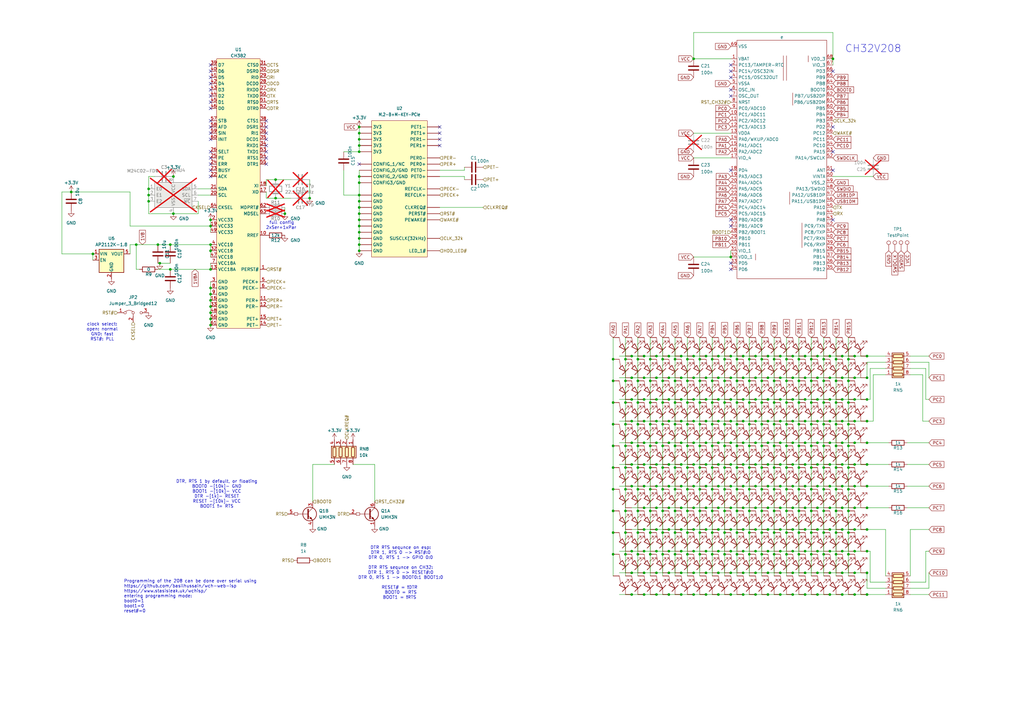
<source format=kicad_sch>
(kicad_sch (version 20250114) (generator "eeschema") (generator_version "9.0")
  (paper "A3")
  (text "DTR, RTS 1 by default, or floating\nBOOT0 -[10k]- GND\nBOOT1 -[10k]- VCC\nDTR -[1k]- RESET\nRESET -[10k]- VCC\nBOOT1 != RTS" (at 88.9 202.692 0) (effects (font (size 1.27 1.27))))
  (text "2xSer+1xPar" (at 115.316 93.472 0) (effects (font (size 1.27 1.27))))
  (text "DTR RTS sequnce on esp:\nDTR 1, RTS 0 -> RST#:0\nDTR 0, RTS 1 -> GPIO 0:0\n\nDTR RTS sequnce on CH32:\nDTR 1, RTS 0 -> RESET#:0\nDTR 0, RTS 1 -> BOOT0:1 BOOT1:0\n\nRESET# = !DTR \nBOOT0 = RTS\nBOOT1 = !RTS " (at 164.338 234.95 0) (effects (font (size 1.27 1.27))))
  (text "full config" (at 115.57 91.44 0) (effects (font (size 1.27 1.27))))
  (text "CH32V208" (at 358.14 20.066 0) (effects (font (size 3 3))))
  (text "Programming of the 208 can be done over serial using \nhttps://github.com/basilhussain/wch-web-isp\nhttps://www.stasisleak.uk/wchisp/\nentering programming mode:\nboot0=1\nboot1=0\nreset#=0\n" (at 50.8 251.46 0) (effects (font (size 1.27 1.27)) (justify left bottom)))
  (text "clock select:\nopen: normal\nGND: fast\nRST#: PLL" (at 41.91 136.144 0) (effects (font (size 1.27 1.27))))
  (junction (at 322.58 147.32))
  (junction (at 294.64 163.83))
  (junction (at 340.36 190.5))
  (junction (at 322.58 218.44))
  (junction (at 335.28 226.06))
  (junction (at 276.86 209.55))
  (junction (at 284.48 199.39))
  (junction (at 337.82 209.55))
  (junction (at 330.2 172.72))
  (junction (at 256.54 156.21))
  (junction (at 320.04 146.05))
  (junction (at 312.42 200.66))
  (junction (at 299.72 190.5))
  (junction (at 355.6 234.95))
  (junction (at 251.46 209.55))
  (junction (at 29.21 78.74))
  (junction (at 342.9 209.55))
  (junction (at 340.36 234.95))
  (junction (at 345.44 243.84))
  (junction (at 259.08 243.84))
  (junction (at 345.44 146.05))
  (junction (at 266.7 165.1))
  (junction (at 312.42 156.21))
  (junction (at 307.34 182.88))
  (junction (at 292.1 182.88))
  (junction (at 294.64 181.61))
  (junction (at 345.44 199.39))
  (junction (at 147.32 97.79))
  (junction (at 299.72 146.05))
  (junction (at 281.94 191.77))
  (junction (at 287.02 191.77))
  (junction (at 327.66 218.44))
  (junction (at 292.1 147.32))
  (junction (at 281.94 147.32))
  (junction (at 269.24 199.39))
  (junction (at 325.12 163.83))
  (junction (at 274.32 234.95))
  (junction (at 264.16 226.06))
  (junction (at 71.12 72.39))
  (junction (at 332.74 156.21))
  (junction (at 304.8 154.94))
  (junction (at 337.82 182.88))
  (junction (at 269.24 163.83))
  (junction (at 69.85 110.49))
  (junction (at 266.7 209.55))
  (junction (at 317.5 182.88))
  (junction (at 320.04 208.28))
  (junction (at 350.52 163.83))
  (junction (at 345.44 234.95))
  (junction (at 279.4 190.5))
  (junction (at 317.5 218.44))
  (junction (at 347.98 200.66))
  (junction (at 55.88 100.33))
  (junction (at 314.96 226.06))
  (junction (at 330.2 208.28))
  (junction (at 256.54 182.88))
  (junction (at 312.42 227.33))
  (junction (at 314.96 234.95))
  (junction (at 312.42 209.55))
  (junction (at 317.5 227.33))
  (junction (at 289.56 208.28))
  (junction (at 281.94 156.21))
  (junction (at 350.52 181.61))
  (junction (at 279.4 234.95))
  (junction (at 287.02 209.55))
  (junction (at 330.2 217.17))
  (junction (at 60.96 77.47))
  (junction (at 274.32 181.61))
  (junction (at 345.44 208.28))
  (junction (at 259.08 190.5))
  (junction (at 261.62 156.21))
  (junction (at 325.12 199.39))
  (junction (at 340.36 146.05))
  (junction (at 269.24 208.28))
  (junction (at 271.78 173.99))
  (junction (at 309.88 217.17))
  (junction (at 266.7 227.33))
  (junction (at 271.78 182.88))
  (junction (at 307.34 227.33))
  (junction (at 314.96 217.17))
  (junction (at 302.26 165.1))
  (junction (at 274.32 208.28))
  (junction (at 337.82 200.66))
  (junction (at 261.62 227.33))
  (junction (at 320.04 181.61))
  (junction (at 294.64 190.5))
  (junction (at 274.32 226.06))
  (junction (at 322.58 173.99))
  (junction (at 302.26 182.88))
  (junction (at 274.32 146.05))
  (junction (at 325.12 226.06))
  (junction (at 309.88 199.39))
  (junction (at 86.36 128.27))
  (junction (at 309.88 243.84))
  (junction (at 355.6 199.39))
  (junction (at 355.6 208.28))
  (junction (at 287.02 200.66))
  (junction (at 332.74 191.77))
  (junction (at 261.62 165.1))
  (junction (at 345.44 154.94))
  (junction (at 294.64 208.28))
  (junction (at 314.96 181.61))
  (junction (at 147.32 57.15))
  (junction (at 292.1 173.99))
  (junction (at 289.56 172.72))
  (junction (at 113.03 73.66))
  (junction (at 251.46 191.77))
  (junction (at 287.02 182.88))
  (junction (at 86.36 90.17))
  (junction (at 355.6 181.61))
  (junction (at 271.78 227.33))
  (junction (at 86.36 123.19))
  (junction (at 284.48 146.05))
  (junction (at 312.42 182.88))
  (junction (at 274.32 190.5))
  (junction (at 299.72 226.06))
  (junction (at 297.18 209.55))
  (junction (at 287.02 165.1))
  (junction (at 60.96 80.01))
  (junction (at 271.78 156.21))
  (junction (at 259.08 199.39))
  (junction (at 335.28 243.84))
  (junction (at 304.8 146.05))
  (junction (at 347.98 209.55))
  (junction (at 281.94 209.55))
  (junction (at 281.94 227.33))
  (junction (at 340.36 181.61))
  (junction (at 271.78 191.77))
  (junction (at 116.84 87.63))
  (junction (at 292.1 200.66))
  (junction (at 325.12 217.17))
  (junction (at 147.32 52.07))
  (junction (at 342.9 156.21))
  (junction (at 271.78 209.55))
  (junction (at 345.44 217.17))
  (junction (at 320.04 154.94))
  (junction (at 347.98 165.1))
  (junction (at 289.56 163.83))
  (junction (at 256.54 227.33))
  (junction (at 297.18 218.44))
  (junction (at 314.96 172.72))
  (junction (at 347.98 147.32))
  (junction (at 327.66 209.55))
  (junction (at 251.46 218.44))
  (junction (at 307.34 147.32))
  (junction (at 269.24 226.06))
  (junction (at 299.72 154.94))
  (junction (at 284.48 234.95))
  (junction (at 297.18 191.77))
  (junction (at 322.58 209.55))
  (junction (at 350.52 243.84))
  (junction (at 292.1 156.21))
  (junction (at 294.64 243.84))
  (junction (at 309.88 226.06))
  (junction (at 302.26 200.66))
  (junction (at 147.32 82.55))
  (junction (at 330.2 234.95))
  (junction (at 276.86 227.33))
  (junction (at 294.64 146.05))
  (junction (at 355.6 154.94))
  (junction (at 289.56 234.95))
  (junction (at 147.32 72.39))
  (junction (at 309.88 181.61))
  (junction (at 325.12 234.95))
  (junction (at 302.26 173.99))
  (junction (at 147.32 80.01))
  (junction (at 264.16 190.5))
  (junction (at 281.94 173.99))
  (junction (at 309.88 146.05))
  (junction (at 284.48 226.06))
  (junction (at 332.74 200.66))
  (junction (at 317.5 191.77))
  (junction (at 284.48 154.94))
  (junction (at 330.2 190.5))
  (junction (at 337.82 227.33))
  (junction (at 340.36 199.39))
  (junction (at 340.36 154.94))
  (junction (at 309.88 154.94))
  (junction (at 289.56 190.5))
  (junction (at 337.82 191.77))
  (junction (at 327.66 147.32))
  (junction (at 335.28 181.61))
  (junction (at 325.12 208.28))
  (junction (at 281.94 218.44))
  (junction (at 347.98 173.99))
  (junction (at 269.24 190.5))
  (junction (at 314.96 163.83))
  (junction (at 325.12 181.61))
  (junction (at 289.56 243.84))
  (junction (at 299.72 243.84))
  (junction (at 261.62 200.66))
  (junction (at 60.96 82.55))
  (junction (at 264.16 199.39))
  (junction (at 332.74 182.88))
  (junction (at 299.72 234.95))
  (junction (at 327.66 156.21))
  (junction (at 304.8 163.83))
  (junction (at 347.98 191.77))
  (junction (at 307.34 173.99))
  (junction (at 342.9 191.77))
  (junction (at 276.86 182.88))
  (junction (at 264.16 181.61))
  (junction (at 294.64 226.06))
  (junction (at 279.4 181.61))
  (junction (at 292.1 218.44))
  (junction (at 350.52 172.72))
  (junction (at 302.26 227.33))
  (junction (at 292.1 227.33))
  (junction (at 350.52 190.5))
  (junction (at 86.36 125.73))
  (junction (at 330.2 199.39))
  (junction (at 279.4 146.05))
  (junction (at 355.6 163.83))
  (junction (at 304.8 208.28))
  (junction (at 342.9 147.32))
  (junction (at 279.4 243.84))
  (junction (at 309.88 163.83))
  (junction (at 274.32 172.72))
  (junction (at 337.82 218.44))
  (junction (at 327.66 165.1))
  (junction (at 256.54 191.77))
  (junction (at 271.78 218.44))
  (junction (at 327.66 173.99))
  (junction (at 289.56 217.17))
  (junction (at 147.32 62.23))
  (junction (at 266.7 147.32))
  (junction (at 294.64 199.39))
  (junction (at 330.2 226.06))
  (junction (at 251.46 173.99))
  (junction (at 289.56 226.06))
  (junction (at 350.52 146.05))
  (junction (at 327.66 191.77))
  (junction (at 332.74 218.44))
  (junction (at 297.18 147.32))
  (junction (at 320.04 243.84))
  (junction (at 332.74 173.99))
  (junction (at 266.7 218.44))
  (junction (at 279.4 217.17))
  (junction (at 335.28 172.72))
  (junction (at 320.04 217.17))
  (junction (at 147.32 92.71))
  (junction (at 276.86 200.66))
  (junction (at 287.02 218.44))
  (junction (at 340.36 226.06))
  (junction (at 307.34 191.77))
  (junction (at 317.5 200.66))
  (junction (at 347.98 182.88))
  (junction (at 304.8 243.84))
  (junction (at 337.82 147.32))
  (junction (at 276.86 173.99))
  (junction (at 302.26 156.21))
  (junction (at 147.32 85.09))
  (junction (at 259.08 146.05))
  (junction (at 294.64 217.17))
  (junction (at 314.96 154.94))
  (junction (at 147.32 54.61))
  (junction (at 347.98 227.33))
  (junction (at 289.56 199.39))
  (junction (at 330.2 243.84))
  (junction (at 264.16 208.28))
  (junction (at 86.36 118.11))
  (junction (at 274.32 154.94))
  (junction (at 284.48 181.61))
  (junction (at 299.72 172.72))
  (junction (at 276.86 191.77))
  (junction (at 276.86 218.44))
  (junction (at 304.8 234.95))
  (junction (at 269.24 181.61))
  (junction (at 307.34 156.21))
  (junction (at 127 81.28))
  (junction (at 256.54 165.1))
  (junction (at 38.1 104.14))
  (junction (at 284.48 208.28))
  (junction (at 259.08 181.61))
  (junction (at 251.46 156.21))
  (junction (at 340.36 217.17))
  (junction (at 350.52 226.06))
  (junction (at 279.4 154.94))
  (junction (at 279.4 226.06))
  (junction (at 292.1 209.55))
  (junction (at 320.04 163.83))
  (junction (at 289.56 181.61))
  (junction (at 251.46 227.33))
  (junction (at 350.52 154.94))
  (junction (at 266.7 173.99))
  (junction (at 256.54 147.32))
  (junction (at 269.24 243.84))
  (junction (at 332.74 165.1))
  (junction (at 86.36 100.33))
  (junction (at 297.18 182.88))
  (junction (at 264.16 234.95))
  (junction (at 276.86 156.21))
  (junction (at 251.46 165.1))
  (junction (at 264.16 163.83))
  (junction (at 314.96 199.39))
  (junction (at 335.28 199.39))
  (junction (at 71.12 87.63))
  (junction (at 317.5 147.32))
  (junction (at 264.16 217.17))
  (junction (at 335.28 208.28))
  (junction (at 266.7 182.88))
  (junction (at 287.02 173.99))
  (junction (at 307.34 200.66))
  (junction (at 86.36 133.35))
  (junction (at 317.5 165.1))
  (junction (at 297.18 200.66))
  (junction (at 342.9 165.1))
  (junction (at 259.08 234.95))
  (junction (at 147.32 74.93))
  (junction (at 284.48 172.72))
  (junction (at 287.02 156.21))
  (junction (at 330.2 181.61))
  (junction (at 261.62 218.44))
  (junction (at 251.46 147.32))
  (junction (at 332.74 209.55))
  (junction (at 86.36 92.71))
  (junction (at 342.9 227.33))
  (junction (at 69.85 100.33))
  (junction (at 261.62 147.32))
  (junction (at 355.6 243.84))
  (junction (at 322.58 191.77))
  (junction (at 284.48 190.5))
  (junction (at 312.42 173.99))
  (junction (at 341.63 24.13))
  (junction (at 347.98 156.21))
  (junction (at 86.36 120.65))
  (junction (at 294.64 172.72))
  (junction (at 317.5 209.55))
  (junction (at 269.24 217.17))
  (junction (at 302.26 191.77))
  (junction (at 345.44 226.06))
  (junction (at 340.36 243.84))
  (junction (at 294.64 234.95))
  (junction (at 147.32 95.25))
  (junction (at 325.12 243.84))
  (junction (at 299.72 181.61))
  (junction (at 299.72 199.39))
  (junction (at 259.08 226.06))
  (junction (at 350.52 199.39))
  (junction (at 256.54 173.99))
  (junction (at 320.04 226.06))
  (junction (at 299.72 163.83))
  (junction (at 330.2 154.94))
  (junction (at 332.74 147.32))
  (junction (at 266.7 191.77))
  (junction (at 340.36 208.28))
  (junction (at 342.9 200.66))
  (junction (at 309.88 208.28))
  (junction (at 274.32 199.39))
  (junction (at 299.72 105.41))
  (junction (at 307.34 165.1))
  (junction (at 325.12 172.72))
  (junction (at 340.36 163.83))
  (junction (at 266.7 156.21))
  (junction (at 307.34 209.55))
  (junction (at 347.98 218.44))
  (junction (at 281.94 165.1))
  (junction (at 335.28 234.95))
  (junction (at 314.96 190.5))
  (junction (at 327.66 182.88))
  (junction (at 335.28 146.05))
  (junction (at 355.6 172.72))
  (junction (at 287.02 147.32))
  (junction (at 271.78 200.66))
  (junction (at 320.04 234.95))
  (junction (at 325.12 154.94))
  (junction (at 259.08 163.83))
  (junction (at 312.42 147.32))
  (junction (at 335.28 190.5))
  (junction (at 337.82 156.21))
  (junction (at 284.48 243.84))
  (junction (at 314.96 208.28))
  (junction (at 261.62 182.88))
  (junction (at 322.58 200.66))
  (junction (at 284.48 163.83))
  (junction (at 276.86 165.1))
  (junction (at 330.2 146.05))
  (junction (at 284.48 24.13))
  (junction (at 320.04 172.72))
  (junction (at 261.62 191.77))
  (junction (at 355.6 146.05))
  (junction (at 299.72 217.17))
  (junction (at 345.44 163.83))
  (junction (at 355.6 217.17))
  (junction (at 309.88 172.72))
  (junction (at 335.28 217.17))
  (junction (at 307.34 218.44))
  (junction (at 322.58 165.1))
  (junction (at 289.56 154.94))
  (junction (at 271.78 165.1))
  (junction (at 327.66 227.33))
  (junction (at 304.8 190.5))
  (junction (at 304.8 181.61))
  (junction (at 335.28 154.94))
  (junction (at 330.2 163.83))
  (junction (at 269.24 146.05))
  (junction (at 147.32 90.17))
  (junction (at 309.88 190.5))
  (junction (at 292.1 191.77))
  (junction (at 64.77 100.33))
  (junction (at 281.94 182.88))
  (junction (at 297.18 165.1))
  (junction (at 279.4 163.83))
  (junction (at 269.24 154.94))
  (junction (at 274.32 243.84))
  (junction (at 251.46 182.88))
  (junction (at 320.04 190.5))
  (junction (at 86.36 110.49))
  (junction (at 302.26 218.44))
  (junction (at 297.18 227.33))
  (junction (at 312.42 191.77))
  (junction (at 309.88 234.95))
  (junction (at 274.32 217.17))
  (junction (at 86.36 130.81))
  (junction (at 251.46 200.66))
  (junction (at 281.94 200.66))
  (junction (at 337.82 173.99))
  (junction (at 271.78 147.32))
  (junction (at 284.48 217.17))
  (junction (at 294.64 154.94))
  (junction (at 279.4 199.39))
  (junction (at 350.52 208.28))
  (junction (at 312.42 218.44))
  (junction (at 304.8 172.72))
  (junction (at 256.54 209.55))
  (junction (at 264.16 243.84))
  (junction (at 314.96 243.84))
  (junction (at 297.18 156.21))
  (junction (at 287.02 227.33))
  (junction (at 147.32 59.69))
  (junction (at 261.62 173.99))
  (junction (at 332.74 227.33))
  (junction (at 113.03 81.28))
  (junction (at 279.4 172.72))
  (junction (at 325.12 146.05))
  (junction (at 147.32 87.63))
  (junction (at 345.44 181.61))
  (junction (at 345.44 172.72))
  (junction (at 302.26 209.55))
  (junction (at 259.08 172.72))
  (junction (at 335.28 163.83))
  (junction (at 289.56 146.05))
  (junction (at 340.36 172.72))
  (junction (at 292.1 165.1))
  (junction (at 147.32 102.87))
  (junction (at 350.52 217.17))
  (junction (at 322.58 182.88))
  (junction (at 325.12 190.5))
  (junction (at 147.32 100.33))
  (junction (at 264.16 172.72))
  (junction (at 322.58 227.33))
  (junction (at 65.532 107.95))
  (junction (at 264.16 146.05))
  (junction (at 269.24 172.72))
  (junction (at 327.66 200.66))
  (junction (at 342.9 173.99))
  (junction (at 86.36 102.87))
  (junction (at 304.8 226.06))
  (junction (at 266.7 200.66))
  (junction (at 317.5 173.99))
  (junction (at 261.62 209.55))
  (junction (at 317.5 156.21))
  (junction (at 256.54 218.44))
  (junction (at 269.24 234.95))
  (junction (at 350.52 234.95))
  (junction (at 299.72 208.28))
  (junction (at 276.86 147.32))
  (junction (at 355.6 226.06))
  (junction (at 302.26 147.32))
  (junction (at 304.8 199.39))
  (junction (at 259.08 154.94))
  (junction (at 297.18 173.99))
  (junction (at 342.9 182.88))
  (junction (at 337.82 165.1))
  (junction (at 314.96 146.05))
  (junction (at 304.8 217.17))
  (junction (at 274.32 163.83))
  (junction (at 256.54 200.66))
  (junction (at 322.58 156.21))
  (junction (at 320.04 199.39))
  (junction (at 264.16 154.94))
  (junction (at 345.44 190.5))
  (junction (at 312.42 165.1))
  (junction (at 279.4 208.28))
  (junction (at 355.6 190.5))
  (junction (at 342.9 218.44))
  (no_connect (at 109.22 62.23))
  (no_connect (at 341.63 69.85))
  (no_connect (at 299.72 90.17))
  (no_connect (at 86.36 44.45))
  (no_connect (at 86.36 29.21))
  (no_connect (at 109.22 54.61))
  (no_connect (at 299.72 36.83))
  (no_connect (at 86.36 34.29))
  (no_connect (at 86.36 31.75))
  (no_connect (at 180.34 57.15))
  (no_connect (at 109.22 64.77))
  (no_connect (at 299.72 92.71))
  (no_connect (at 86.36 69.85))
  (no_connect (at 299.72 110.49))
  (no_connect (at 299.72 39.37))
  (no_connect (at 341.63 62.23))
  (no_connect (at 341.63 90.17))
  (no_connect (at 109.22 67.31))
  (no_connect (at 341.63 52.07))
  (no_connect (at 147.32 67.31))
  (no_connect (at 299.72 107.95))
  (no_connect (at 341.63 29.21))
  (no_connect (at 86.36 41.91))
  (no_connect (at 109.22 59.69))
  (no_connect (at 86.36 64.77))
  (no_connect (at 86.36 52.07))
  (no_connect (at 299.72 26.67))
  (no_connect (at 86.36 26.67))
  (no_connect (at 86.36 57.15))
  (no_connect (at 180.34 59.69))
  (no_connect (at 109.22 57.15))
  (no_connect (at 299.72 31.75))
  (no_connect (at 180.34 54.61))
  (no_connect (at 86.36 39.37))
  (no_connect (at 86.36 62.23))
  (no_connect (at 86.36 54.61))
  (no_connect (at 299.72 69.85))
  (no_connect (at 109.22 49.53))
  (no_connect (at 109.22 52.07))
  (no_connect (at 86.36 67.31))
  (no_connect (at 86.36 49.53))
  (no_connect (at 180.34 52.07))
  (no_connect (at 86.36 72.39))
  (no_connect (at 299.72 29.21))
  (no_connect (at 86.36 36.83))
  (wire (pts (xy 276.86 209.55) (xy 276.86 218.44)))
  (wire (pts (xy 373.38 146.05) (xy 381 146.05)))
  (wire (pts (xy 304.8 243.84) (xy 309.88 243.84)))
  (wire (pts (xy 251.46 227.33) (xy 251.46 236.22)))
  (wire (pts (xy 281.94 165.1) (xy 281.94 173.99)))
  (wire (pts (xy 297.18 138.43) (xy 297.18 147.32)))
  (wire (pts (xy 337.82 173.99) (xy 337.82 182.88)))
  (wire (pts (xy 86.36 107.95) (xy 86.36 110.49)))
  (wire (pts (xy 314.96 243.84) (xy 320.04 243.84)))
  (wire (pts (xy 190.5 69.85) (xy 190.5 68.58)))
  (wire (pts (xy 350.52 146.05) (xy 355.6 146.05)))
  (wire (pts (xy 264.16 243.84) (xy 269.24 243.84)))
  (wire (pts (xy 307.34 218.44) (xy 307.34 227.33)))
  (wire (pts (xy 309.88 181.61) (xy 314.96 181.61)))
  (wire (pts (xy 81.28 80.01) (xy 86.36 80.01)))
  (wire (pts (xy 337.82 147.32) (xy 337.82 156.21)))
  (wire (pts (xy 287.02 200.66) (xy 287.02 209.55)))
  (wire (pts (xy 256.54 227.33) (xy 256.54 236.22)))
  (wire (pts (xy 327.66 156.21) (xy 327.66 165.1)))
  (wire (pts (xy 320.04 234.95) (xy 325.12 234.95)))
  (wire (pts (xy 147.32 90.17) (xy 147.32 92.71)))
  (wire (pts (xy 337.82 218.44) (xy 337.82 227.33)))
  (wire (pts (xy 314.96 190.5) (xy 320.04 190.5)))
  (wire (pts (xy 373.38 148.59) (xy 381 148.59)))
  (wire (pts (xy 330.2 208.28) (xy 335.28 208.28)))
  (wire (pts (xy 350.52 217.17) (xy 355.6 217.17)))
  (wire (pts (xy 254 172.72) (xy 259.08 172.72)))
  (wire (pts (xy 269.24 146.05) (xy 274.32 146.05)))
  (wire (pts (xy 180.34 72.39) (xy 190.5 72.39)))
  (wire (pts (xy 302.26 191.77) (xy 302.26 200.66)))
  (wire (pts (xy 297.18 218.44) (xy 297.18 227.33)))
  (wire (pts (xy 342.9 218.44) (xy 342.9 227.33)))
  (wire (pts (xy 289.56 199.39) (xy 294.64 199.39)))
  (wire (pts (xy 297.18 182.88) (xy 297.18 191.77)))
  (wire (pts (xy 322.58 209.55) (xy 322.58 218.44)))
  (wire (pts (xy 86.36 115.57) (xy 86.36 118.11)))
  (wire (pts (xy 287.02 218.44) (xy 287.02 227.33)))
  (wire (pts (xy 340.36 181.61) (xy 345.44 181.61)))
  (wire (pts (xy 299.72 172.72) (xy 304.8 172.72)))
  (wire (pts (xy 281.94 147.32) (xy 281.94 156.21)))
  (wire (pts (xy 297.18 165.1) (xy 297.18 173.99)))
  (wire (pts (xy 340.36 190.5) (xy 345.44 190.5)))
  (wire (pts (xy 266.7 173.99) (xy 266.7 182.88)))
  (wire (pts (xy 340.36 199.39) (xy 345.44 199.39)))
  (wire (pts (xy 284.48 181.61) (xy 289.56 181.61)))
  (wire (pts (xy 269.24 163.83) (xy 274.32 163.83)))
  (wire (pts (xy 269.24 190.5) (xy 274.32 190.5)))
  (wire (pts (xy 304.8 217.17) (xy 309.88 217.17)))
  (wire (pts (xy 53.34 78.74) (xy 53.34 92.71)))
  (wire (pts (xy 284.48 105.41) (xy 299.72 105.41)))
  (wire (pts (xy 25.4 104.14) (xy 25.4 78.74)))
  (wire (pts (xy 294.64 146.05) (xy 299.72 146.05)))
  (wire (pts (xy 332.74 165.1) (xy 332.74 173.99)))
  (wire (pts (xy 373.38 151.13) (xy 379.73 151.13)))
  (wire (pts (xy 284.48 243.84) (xy 289.56 243.84)))
  (wire (pts (xy 294.64 226.06) (xy 299.72 226.06)))
  (wire (pts (xy 147.32 82.55) (xy 147.32 85.09)))
  (wire (pts (xy 347.98 227.33) (xy 347.98 236.22)))
  (wire (pts (xy 363.22 153.67) (xy 358.14 153.67)))
  (wire (pts (xy 314.96 226.06) (xy 320.04 226.06)))
  (wire (pts (xy 86.36 125.73) (xy 86.36 128.27)))
  (wire (pts (xy 373.38 217.17) (xy 373.38 236.22)))
  (wire (pts (xy 292.1 182.88) (xy 292.1 191.77)))
  (wire (pts (xy 294.64 217.17) (xy 299.72 217.17)))
  (wire (pts (xy 299.72 154.94) (xy 304.8 154.94)))
  (wire (pts (xy 69.85 100.33) (xy 86.36 100.33)))
  (wire (pts (xy 254 243.84) (xy 259.08 243.84)))
  (wire (pts (xy 261.62 156.21) (xy 261.62 165.1)))
  (wire (pts (xy 341.63 24.13) (xy 341.63 26.67)))
  (wire (pts (xy 378.46 172.72) (xy 381 172.72)))
  (wire (pts (xy 347.98 200.66) (xy 347.98 209.55)))
  (wire (pts (xy 307.34 156.21) (xy 307.34 165.1)))
  (wire (pts (xy 147.32 87.63) (xy 147.32 90.17)))
  (wire (pts (xy 312.42 138.43) (xy 312.42 147.32)))
  (wire (pts (xy 304.8 199.39) (xy 309.88 199.39)))
  (wire (pts (xy 271.78 200.66) (xy 271.78 209.55)))
  (wire (pts (xy 299.72 190.5) (xy 304.8 190.5)))
  (wire (pts (xy 332.74 227.33) (xy 332.74 236.22)))
  (wire (pts (xy 322.58 165.1) (xy 322.58 173.99)))
  (wire (pts (xy 325.12 172.72) (xy 330.2 172.72)))
  (wire (pts (xy 335.28 154.94) (xy 340.36 154.94)))
  (wire (pts (xy 81.28 87.63) (xy 81.28 82.55)))
  (wire (pts (xy 86.36 123.19) (xy 86.36 125.73)))
  (wire (pts (xy 312.42 147.32) (xy 312.42 156.21)))
  (wire (pts (xy 320.04 154.94) (xy 325.12 154.94)))
  (wire (pts (xy 340.36 146.05) (xy 345.44 146.05)))
  (wire (pts (xy 312.42 200.66) (xy 312.42 209.55)))
  (wire (pts (xy 60.96 72.39) (xy 60.96 77.47)))
  (wire (pts (xy 274.32 243.84) (xy 279.4 243.84)))
  (wire (pts (xy 337.82 165.1) (xy 337.82 173.99)))
  (wire (pts (xy 355.6 190.5) (xy 364.49 190.5)))
  (wire (pts (xy 269.24 199.39) (xy 274.32 199.39)))
  (wire (pts (xy 347.98 191.77) (xy 347.98 200.66)))
  (wire (pts (xy 86.36 130.81) (xy 86.36 133.35)))
  (wire (pts (xy 335.28 146.05) (xy 340.36 146.05)))
  (wire (pts (xy 259.08 234.95) (xy 264.16 234.95)))
  (wire (pts (xy 314.96 234.95) (xy 320.04 234.95)))
  (wire (pts (xy 259.08 217.17) (xy 264.16 217.17)))
  (wire (pts (xy 299.72 146.05) (xy 304.8 146.05)))
  (wire (pts (xy 259.08 243.84) (xy 264.16 243.84)))
  (wire (pts (xy 271.78 227.33) (xy 271.78 236.22)))
  (wire (pts (xy 294.64 172.72) (xy 299.72 172.72)))
  (wire (pts (xy 86.36 118.11) (xy 86.36 120.65)))
  (wire (pts (xy 373.38 243.84) (xy 381 243.84)))
  (wire (pts (xy 264.16 234.95) (xy 269.24 234.95)))
  (wire (pts (xy 256.54 209.55) (xy 256.54 218.44)))
  (wire (pts (xy 320.04 199.39) (xy 325.12 199.39)))
  (wire (pts (xy 345.44 199.39) (xy 350.52 199.39)))
  (wire (pts (xy 109.22 73.66) (xy 113.03 73.66)))
  (wire (pts (xy 254 199.39) (xy 259.08 199.39)))
  (wire (pts (xy 350.52 172.72) (xy 355.6 172.72)))
  (wire (pts (xy 153.67 190.5) (xy 144.78 190.5)))
  (wire (pts (xy 347.98 209.55) (xy 347.98 218.44)))
  (wire (pts (xy 60.96 77.47) (xy 60.96 80.01)))
  (wire (pts (xy 279.4 234.95) (xy 284.48 234.95)))
  (wire (pts (xy 325.12 190.5) (xy 330.2 190.5)))
  (wire (pts (xy 312.42 173.99) (xy 312.42 182.88)))
  (wire (pts (xy 271.78 165.1) (xy 271.78 173.99)))
  (wire (pts (xy 314.96 208.28) (xy 320.04 208.28)))
  (wire (pts (xy 251.46 156.21) (xy 251.46 165.1)))
  (wire (pts (xy 372.11 199.39) (xy 381 199.39)))
  (wire (pts (xy 302.26 218.44) (xy 302.26 227.33)))
  (wire (pts (xy 261.62 209.55) (xy 261.62 218.44)))
  (wire (pts (xy 317.5 173.99) (xy 317.5 182.88)))
  (wire (pts (xy 330.2 226.06) (xy 335.28 226.06)))
  (wire (pts (xy 304.8 154.94) (xy 309.88 154.94)))
  (wire (pts (xy 307.34 209.55) (xy 307.34 218.44)))
  (wire (pts (xy 276.86 218.44) (xy 276.86 227.33)))
  (wire (pts (xy 330.2 234.95) (xy 335.28 234.95)))
  (wire (pts (xy 335.28 199.39) (xy 340.36 199.39)))
  (wire (pts (xy 55.88 100.33) (xy 53.34 100.33)))
  (wire (pts (xy 304.8 226.06) (xy 309.88 226.06)))
  (wire (pts (xy 309.88 154.94) (xy 314.96 154.94)))
  (wire (pts (xy 147.32 80.01) (xy 147.32 82.55)))
  (wire (pts (xy 299.72 243.84) (xy 304.8 243.84)))
  (wire (pts (xy 327.66 138.43) (xy 327.66 147.32)))
  (wire (pts (xy 337.82 209.55) (xy 337.82 218.44)))
  (wire (pts (xy 266.7 182.88) (xy 266.7 191.77)))
  (wire (pts (xy 317.5 209.55) (xy 317.5 218.44)))
  (wire (pts (xy 147.32 69.85) (xy 147.32 72.39)))
  (wire (pts (xy 276.86 227.33) (xy 276.86 236.22)))
  (wire (pts (xy 379.73 226.06) (xy 381 226.06)))
  (wire (pts (xy 372.11 208.28) (xy 381 208.28)))
  (wire (pts (xy 269.24 217.17) (xy 274.32 217.17)))
  (wire (pts (xy 307.34 182.88) (xy 307.34 191.77)))
  (wire (pts (xy 281.94 218.44) (xy 281.94 227.33)))
  (wire (pts (xy 320.04 217.17) (xy 325.12 217.17)))
  (wire (pts (xy 320.04 181.61) (xy 325.12 181.61)))
  (wire (pts (xy 261.62 200.66) (xy 261.62 209.55)))
  (wire (pts (xy 289.56 208.28) (xy 294.64 208.28)))
  (wire (pts (xy 332.74 182.88) (xy 332.74 191.77)))
  (wire (pts (xy 264.16 163.83) (xy 269.24 163.83)))
  (wire (pts (xy 284.48 24.13) (xy 284.48 13.335)))
  (wire (pts (xy 284.48 234.95) (xy 289.56 234.95)))
  (wire (pts (xy 332.74 173.99) (xy 332.74 182.88)))
  (wire (pts (xy 254 190.5) (xy 259.08 190.5)))
  (wire (pts (xy 312.42 218.44) (xy 312.42 227.33)))
  (wire (pts (xy 299.72 181.61) (xy 304.8 181.61)))
  (wire (pts (xy 287.02 173.99) (xy 287.02 182.88)))
  (wire (pts (xy 259.08 226.06) (xy 264.16 226.06)))
  (wire (pts (xy 314.96 163.83) (xy 320.04 163.83)))
  (wire (pts (xy 341.63 72.39) (xy 358.14 72.39)))
  (wire (pts (xy 355.6 199.39) (xy 364.49 199.39)))
  (wire (pts (xy 284.48 226.06) (xy 289.56 226.06)))
  (wire (pts (xy 256.54 156.21) (xy 256.54 165.1)))
  (wire (pts (xy 251.46 209.55) (xy 251.46 218.44)))
  (wire (pts (xy 332.74 191.77) (xy 332.74 200.66)))
  (wire (pts (xy 320.04 208.28) (xy 325.12 208.28)))
  (wire (pts (xy 274.32 226.06) (xy 279.4 226.06)))
  (wire (pts (xy 312.42 165.1) (xy 312.42 173.99)))
  (wire (pts (xy 314.96 181.61) (xy 320.04 181.61)))
  (wire (pts (xy 345.44 181.61) (xy 350.52 181.61)))
  (wire (pts (xy 147.32 92.71) (xy 147.32 95.25)))
  (wire (pts (xy 327.66 165.1) (xy 327.66 173.99)))
  (wire (pts (xy 284.48 24.13) (xy 299.72 24.13)))
  (wire (pts (xy 350.52 199.39) (xy 355.6 199.39)))
  (wire (pts (xy 330.2 163.83) (xy 335.28 163.83)))
  (wire (pts (xy 269.24 172.72) (xy 274.32 172.72)))
  (wire (pts (xy 309.88 190.5) (xy 314.96 190.5)))
  (wire (pts (xy 127 73.66) (xy 127 81.28)))
  (wire (pts (xy 332.74 147.32) (xy 332.74 156.21)))
  (wire (pts (xy 289.56 172.72) (xy 294.64 172.72)))
  (wire (pts (xy 281.94 173.99) (xy 281.94 182.88)))
  (wire (pts (xy 279.4 199.39) (xy 284.48 199.39)))
  (wire (pts (xy 276.86 173.99) (xy 276.86 182.88)))
  (wire (pts (xy 304.8 190.5) (xy 309.88 190.5)))
  (wire (pts (xy 266.7 218.44) (xy 266.7 227.33)))
  (wire (pts (xy 363.22 151.13) (xy 356.87 151.13)))
  (wire (pts (xy 297.18 191.77) (xy 297.18 200.66)))
  (wire (pts (xy 322.58 227.33) (xy 322.58 236.22)))
  (wire (pts (xy 287.02 191.77) (xy 287.02 200.66)))
  (wire (pts (xy 363.22 238.76) (xy 356.87 238.76)))
  (wire (pts (xy 302.26 209.55) (xy 302.26 218.44)))
  (wire (pts (xy 271.78 182.88) (xy 271.78 191.77)))
  (wire (pts (xy 337.82 156.21) (xy 337.82 165.1)))
  (wire (pts (xy 287.02 182.88) (xy 287.02 191.77)))
  (wire (pts (xy 327.66 209.55) (xy 327.66 218.44)))
  (wire (pts (xy 312.42 191.77) (xy 312.42 200.66)))
  (wire (pts (xy 274.32 181.61) (xy 279.4 181.61)))
  (wire (pts (xy 266.7 165.1) (xy 266.7 173.99)))
  (wire (pts (xy 274.32 199.39) (xy 279.4 199.39)))
  (wire (pts (xy 320.04 243.84) (xy 325.12 243.84)))
  (wire (pts (xy 307.34 138.43) (xy 307.34 147.32)))
  (wire (pts (xy 86.36 100.33) (xy 86.36 102.87)))
  (wire (pts (xy 271.78 138.43) (xy 271.78 147.32)))
  (wire (pts (xy 251.46 173.99) (xy 251.46 182.88)))
  (wire (pts (xy 113.03 81.28) (xy 119.38 81.28)))
  (wire (pts (xy 342.9 209.55) (xy 342.9 218.44)))
  (wire (pts (xy 86.36 102.87) (xy 86.36 105.41)))
  (wire (pts (xy 269.24 208.28) (xy 274.32 208.28)))
  (wire (pts (xy 330.2 217.17) (xy 335.28 217.17)))
  (wire (pts (xy 340.36 154.94) (xy 345.44 154.94)))
  (wire (pts (xy 309.88 234.95) (xy 314.96 234.95)))
  (wire (pts (xy 292.1 200.66) (xy 292.1 209.55)))
  (wire (pts (xy 256.54 147.32) (xy 256.54 156.21)))
  (wire (pts (xy 284.48 13.335) (xy 341.63 13.335)))
  (wire (pts (xy 254 226.06) (xy 259.08 226.06)))
  (wire (pts (xy 259.08 181.61) (xy 264.16 181.61)))
  (wire (pts (xy 284.48 154.94) (xy 289.56 154.94)))
  (wire (pts (xy 302.26 182.88) (xy 302.26 191.77)))
  (wire (pts (xy 279.4 217.17) (xy 284.48 217.17)))
  (wire (pts (xy 322.58 138.43) (xy 322.58 147.32)))
  (wire (pts (xy 345.44 208.28) (xy 350.52 208.28)))
  (wire (pts (xy 297.18 227.33) (xy 297.18 236.22)))
  (wire (pts (xy 251.46 218.44) (xy 251.46 227.33)))
  (wire (pts (xy 259.08 154.94) (xy 264.16 154.94)))
  (wire (pts (xy 261.62 182.88) (xy 261.62 191.77)))
  (wire (pts (xy 322.58 200.66) (xy 322.58 209.55)))
  (wire (pts (xy 309.88 208.28) (xy 314.96 208.28)))
  (wire (pts (xy 294.64 199.39) (xy 299.72 199.39)))
  (wire (pts (xy 281.94 200.66) (xy 281.94 209.55)))
  (wire (pts (xy 314.96 146.05) (xy 320.04 146.05)))
  (wire (pts (xy 302.26 173.99) (xy 302.26 182.88)))
  (wire (pts (xy 340.36 163.83) (xy 345.44 163.83)))
  (wire (pts (xy 63.5 72.39) (xy 60.96 72.39)))
  (wire (pts (xy 330.2 199.39) (xy 335.28 199.39)))
  (wire (pts (xy 345.44 217.17) (xy 350.52 217.17)))
  (wire (pts (xy 292.1 227.33) (xy 292.1 236.22)))
  (wire (pts (xy 327.66 182.88) (xy 327.66 191.77)))
  (wire (pts (xy 317.5 227.33) (xy 317.5 236.22)))
  (wire (pts (xy 299.72 217.17) (xy 304.8 217.17)))
  (wire (pts (xy 325.12 226.06) (xy 330.2 226.06)))
  (wire (pts (xy 276.86 156.21) (xy 276.86 165.1)))
  (wire (pts (xy 320.04 146.05) (xy 325.12 146.05)))
  (wire (pts (xy 276.86 147.32) (xy 276.86 156.21)))
  (wire (pts (xy 302.26 200.66) (xy 302.26 209.55)))
  (wire (pts (xy 355.6 148.59) (xy 355.6 154.94)))
  (wire (pts (xy 325.12 154.94) (xy 330.2 154.94)))
  (wire (pts (xy 347.98 138.43) (xy 347.98 147.32)))
  (wire (pts (xy 55.88 100.33) (xy 55.88 110.49)))
  (wire (pts (xy 292.1 218.44) (xy 292.1 227.33)))
  (wire (pts (xy 69.85 110.49) (xy 86.36 110.49)))
  (wire (pts (xy 276.86 165.1) (xy 276.86 173.99)))
  (wire (pts (xy 309.88 163.83) (xy 314.96 163.83)))
  (wire (pts (xy 113.03 73.66) (xy 119.38 73.66)))
  (wire (pts (xy 259.08 163.83) (xy 264.16 163.83)))
  (wire (pts (xy 350.52 226.06) (xy 355.6 226.06)))
  (wire (pts (xy 330.2 172.72) (xy 335.28 172.72)))
  (wire (pts (xy 53.34 100.33) (xy 53.34 104.14)))
  (wire (pts (xy 254 154.94) (xy 259.08 154.94)))
  (wire (pts (xy 356.87 238.76) (xy 356.87 226.06)))
  (wire (pts (xy 337.82 191.77) (xy 337.82 200.66)))
  (wire (pts (xy 269.24 154.94) (xy 274.32 154.94)))
  (wire (pts (xy 317.5 138.43) (xy 317.5 147.32)))
  (wire (pts (xy 140.97 80.01) (xy 147.32 80.01)))
  (wire (pts (xy 25.4 78.74) (xy 29.21 78.74)))
  (wire (pts (xy 292.1 165.1) (xy 292.1 173.99)))
  (wire (pts (xy 358.14 153.67) (xy 358.14 172.72)))
  (wire (pts (xy 355.6 146.05) (xy 363.22 146.05)))
  (wire (pts (xy 325.12 181.61) (xy 330.2 181.61)))
  (wire (pts (xy 325.12 217.17) (xy 330.2 217.17)))
  (wire (pts (xy 322.58 156.21) (xy 322.58 165.1)))
  (wire (pts (xy 264.16 199.39) (xy 269.24 199.39)))
  (wire (pts (xy 327.66 173.99) (xy 327.66 182.88)))
  (wire (pts (xy 337.82 227.33) (xy 337.82 236.22)))
  (wire (pts (xy 314.96 172.72) (xy 320.04 172.72)))
  (wire (pts (xy 345.44 190.5) (xy 350.52 190.5)))
  (wire (pts (xy 271.78 156.21) (xy 271.78 165.1)))
  (wire (pts (xy 294.64 208.28) (xy 299.72 208.28)))
  (wire (pts (xy 330.2 181.61) (xy 335.28 181.61)))
  (wire (pts (xy 266.7 138.43) (xy 266.7 147.32)))
  (wire (pts (xy 322.58 218.44) (xy 322.58 227.33)))
  (wire (pts (xy 266.7 227.33) (xy 266.7 236.22)))
  (wire (pts (xy 297.18 209.55) (xy 297.18 218.44)))
  (wire (pts (xy 340.36 226.06) (xy 345.44 226.06)))
  (wire (pts (xy 86.36 92.71) (xy 86.36 95.25)))
  (wire (pts (xy 325.12 146.05) (xy 330.2 146.05)))
  (wire (pts (xy 289.56 154.94) (xy 294.64 154.94)))
  (wire (pts (xy 261.62 173.99) (xy 261.62 182.88)))
  (wire (pts (xy 60.96 87.63) (xy 71.12 87.63)))
  (wire (pts (xy 347.98 218.44) (xy 347.98 227.33)))
  (wire (pts (xy 251.46 200.66) (xy 251.46 209.55)))
  (wire (pts (xy 345.44 226.06) (xy 350.52 226.06)))
  (wire (pts (xy 381 148.59) (xy 381 154.94)))
  (wire (pts (xy 190.5 72.39) (xy 190.5 73.66)))
  (wire (pts (xy 264.16 217.17) (xy 269.24 217.17)))
  (wire (pts (xy 314.96 217.17) (xy 320.04 217.17)))
  (wire (pts (xy 327.66 227.33) (xy 327.66 236.22)))
  (wire (pts (xy 259.08 190.5) (xy 264.16 190.5)))
  (wire (pts (xy 284.48 217.17) (xy 289.56 217.17)))
  (wire (pts (xy 297.18 173.99) (xy 297.18 182.88)))
  (wire (pts (xy 256.54 182.88) (xy 256.54 191.77)))
  (wire (pts (xy 264.16 172.72) (xy 269.24 172.72)))
  (wire (pts (xy 307.34 165.1) (xy 307.34 173.99)))
  (wire (pts (xy 347.98 156.21) (xy 347.98 165.1)))
  (wire (pts (xy 264.16 181.61) (xy 269.24 181.61)))
  (wire (pts (xy 297.18 200.66) (xy 297.18 209.55)))
  (wire (pts (xy 325.12 243.84) (xy 330.2 243.84)))
  (wire (pts (xy 294.64 163.83) (xy 299.72 163.83)))
  (wire (pts (xy 307.34 227.33) (xy 307.34 236.22)))
  (wire (pts (xy 284.48 172.72) (xy 289.56 172.72)))
  (wire (pts (xy 261.62 147.32) (xy 261.62 156.21)))
  (wire (pts (xy 297.18 156.21) (xy 297.18 165.1)))
  (wire (pts (xy 287.02 138.43) (xy 287.02 147.32)))
  (wire (pts (xy 266.7 200.66) (xy 266.7 209.55)))
  (wire (pts (xy 180.34 69.85) (xy 190.5 69.85)))
  (wire (pts (xy 379.73 151.13) (xy 379.73 163.83)))
  (wire (pts (xy 147.32 74.93) (xy 147.32 80.01)))
  (wire (pts (xy 254 163.83) (xy 259.08 163.83)))
  (wire (pts (xy 325.12 208.28) (xy 330.2 208.28)))
  (wire (pts (xy 363.22 148.59) (xy 355.6 148.59)))
  (wire (pts (xy 312.42 182.88) (xy 312.42 191.77)))
  (wire (pts (xy 332.74 200.66) (xy 332.74 209.55)))
  (wire (pts (xy 358.14 172.72) (xy 355.6 172.72)))
  (wire (pts (xy 29.21 78.74) (xy 53.34 78.74)))
  (wire (pts (xy 254 181.61) (xy 259.08 181.61)))
  (wire (pts (xy 304.8 208.28) (xy 309.88 208.28)))
  (wire (pts (xy 69.85 100.33) (xy 64.77 100.33)))
  (wire (pts (xy 307.34 200.66) (xy 307.34 209.55)))
  (wire (pts (xy 251.46 191.77) (xy 251.46 200.66)))
  (wire (pts (xy 302.26 147.32) (xy 302.26 156.21)))
  (wire (pts (xy 147.32 57.15) (xy 147.32 59.69)))
  (wire (pts (xy 279.4 146.05) (xy 284.48 146.05)))
  (wire (pts (xy 355.6 208.28) (xy 364.49 208.28)))
  (wire (pts (xy 259.08 199.39) (xy 264.16 199.39)))
  (wire (pts (xy 309.88 226.06) (xy 314.96 226.06)))
  (wire (pts (xy 340.36 234.95) (xy 345.44 234.95)))
  (wire (pts (xy 289.56 146.05) (xy 294.64 146.05)))
  (wire (pts (xy 274.32 163.83) (xy 279.4 163.83)))
  (wire (pts (xy 256.54 138.43) (xy 256.54 147.32)))
  (wire (pts (xy 274.32 172.72) (xy 279.4 172.72)))
  (wire (pts (xy 342.9 191.77) (xy 342.9 200.66)))
  (wire (pts (xy 320.04 190.5) (xy 325.12 190.5)))
  (wire (pts (xy 64.77 107.95) (xy 65.532 107.95)))
  (wire (pts (xy 281.94 191.77) (xy 281.94 200.66)))
  (wire (pts (xy 304.8 172.72) (xy 309.88 172.72)))
  (wire (pts (xy 279.4 154.94) (xy 284.48 154.94)))
  (wire (pts (xy 337.82 182.88) (xy 337.82 191.77)))
  (wire (pts (xy 299.72 102.87) (xy 299.72 105.41)))
  (wire (pts (xy 332.74 218.44) (xy 332.74 227.33)))
  (wire (pts (xy 322.58 191.77) (xy 322.58 200.66)))
  (wire (pts (xy 281.94 227.33) (xy 281.94 236.22)))
  (wire (pts (xy 289.56 190.5) (xy 294.64 190.5)))
  (wire (pts (xy 140.97 62.23) (xy 147.32 62.23)))
  (wire (pts (xy 264.16 154.94) (xy 269.24 154.94)))
  (wire (pts (xy 322.58 173.99) (xy 322.58 182.88)))
  (wire (pts (xy 304.8 163.83) (xy 309.88 163.83)))
  (wire (pts (xy 299.72 234.95) (xy 304.8 234.95)))
  (wire (pts (xy 320.04 163.83) (xy 325.12 163.83)))
  (wire (pts (xy 342.9 165.1) (xy 342.9 173.99)))
  (wire (pts (xy 337.82 138.43) (xy 337.82 147.32)))
  (wire (pts (xy 284.48 146.05) (xy 289.56 146.05)))
  (wire (pts (xy 274.32 217.17) (xy 279.4 217.17)))
  (wire (pts (xy 109.22 76.2) (xy 109.22 73.66)))
  (wire (pts (xy 60.96 82.55) (xy 60.96 87.63)))
  (wire (pts (xy 363.22 241.3) (xy 355.6 241.3)))
  (wire (pts (xy 347.98 182.88) (xy 347.98 191.77)))
  (wire (pts (xy 271.78 218.44) (xy 271.78 227.33)))
  (wire (pts (xy 276.86 182.88) (xy 276.86 191.77)))
  (wire (pts (xy 356.87 226.06) (xy 355.6 226.06)))
  (wire (pts (xy 304.8 181.61) (xy 309.88 181.61)))
  (wire (pts (xy 309.88 243.84) (xy 314.96 243.84)))
  (wire (pts (xy 342.9 156.21) (xy 342.9 165.1)))
  (wire (pts (xy 251.46 182.88) (xy 251.46 191.77)))
  (wire (pts (xy 281.94 156.21) (xy 281.94 165.1)))
  (wire (pts (xy 279.4 243.84) (xy 284.48 243.84)))
  (wire (pts (xy 335.28 234.95) (xy 340.36 234.95)))
  (wire (pts (xy 307.34 191.77) (xy 307.34 200.66)))
  (wire (pts (xy 269.24 226.06) (xy 274.32 226.06)))
  (wire (pts (xy 279.4 226.06) (xy 284.48 226.06)))
  (wire (pts (xy 147.32 52.07) (xy 147.32 54.61)))
  (wire (pts (xy 279.4 172.72) (xy 284.48 172.72)))
  (wire (pts (xy 271.78 209.55) (xy 271.78 218.44)))
  (wire (pts (xy 325.12 163.83) (xy 330.2 163.83)))
  (wire (pts (xy 327.66 191.77) (xy 327.66 200.66)))
  (wire (pts (xy 299.72 163.83) (xy 304.8 163.83)))
  (wire (pts (xy 147.32 85.09) (xy 147.32 87.63)))
  (wire (pts (xy 381 217.17) (xy 373.38 217.17)))
  (wire (pts (xy 327.66 147.32) (xy 327.66 156.21)))
  (wire (pts (xy 147.32 100.33) (xy 147.32 102.87)))
  (wire (pts (xy 266.7 147.32) (xy 266.7 156.21)))
  (wire (pts (xy 356.87 151.13) (xy 356.87 163.83)))
  (wire (pts (xy 281.94 138.43) (xy 281.94 147.32)))
  (wire (pts (xy 279.4 190.5) (xy 284.48 190.5)))
  (wire (pts (xy 350.52 163.83) (xy 355.6 163.83)))
  (wire (pts (xy 350.52 154.94) (xy 355.6 154.94)))
  (wire (pts (xy 65.532 107.95) (xy 69.85 107.95)))
  (wire (pts (xy 302.26 165.1) (xy 302.26 173.99)))
  (wire (pts (xy 281.94 182.88) (xy 281.94 191.77)))
  (wire (pts (xy 109.22 78.74) (xy 109.22 81.28)))
  (wire (pts (xy 373.38 238.76) (xy 379.73 238.76)))
  (wire (pts (xy 269.24 234.95) (xy 274.32 234.95)))
  (wire (pts (xy 289.56 226.06) (xy 294.64 226.06)))
  (wire (pts (xy 287.02 147.32) (xy 287.02 156.21)))
  (wire (pts (xy 274.32 146.05) (xy 279.4 146.05)))
  (wire (pts (xy 317.5 156.21) (xy 317.5 165.1)))
  (wire (pts (xy 309.88 199.39) (xy 314.96 199.39)))
  (wire (pts (xy 355.6 241.3) (xy 355.6 234.95)))
  (wire (pts (xy 147.32 72.39) (xy 147.32 74.93)))
  (wire (pts (xy 147.32 95.25) (xy 147.32 97.79)))
  (wire (pts (xy 330.2 243.84) (xy 335.28 243.84)))
  (wire (pts (xy 38.1 104.14) (xy 38.1 106.68)))
  (wire (pts (xy 264.16 208.28) (xy 269.24 208.28)))
  (wire (pts (xy 363.22 217.17) (xy 355.6 217.17)))
  (wire (pts (xy 259.08 146.05) (xy 264.16 146.05)))
  (wire (pts (xy 289.56 217.17) (xy 294.64 217.17)))
  (wire (pts (xy 284.48 208.28) (xy 289.56 208.28)))
  (wire (pts (xy 251.46 165.1) (xy 251.46 173.99)))
  (wire (pts (xy 379.73 163.83) (xy 381 163.83)))
  (wire (pts (xy 330.2 146.05) (xy 335.28 146.05)))
  (wire (pts (xy 302.26 227.33) (xy 302.26 236.22)))
  (wire (pts (xy 309.88 146.05) (xy 314.96 146.05)))
  (wire (pts (xy 345.44 243.84) (xy 350.52 243.84)))
  (wire (pts (xy 55.88 110.49) (xy 57.15 110.49)))
  (wire (pts (xy 284.48 199.39) (xy 289.56 199.39)))
  (wire (pts (xy 347.98 165.1) (xy 347.98 173.99)))
  (wire (pts (xy 345.44 154.94) (xy 350.52 154.94)))
  (wire (pts (xy 350.52 243.84) (xy 355.6 243.84)))
  (wire (pts (xy 254 234.95) (xy 259.08 234.95)))
  (wire (pts (xy 312.42 209.55) (xy 312.42 218.44)))
  (wire (pts (xy 378.46 153.67) (xy 378.46 172.72)))
  (wire (pts (xy 271.78 191.77) (xy 271.78 200.66)))
  (wire (pts (xy 356.87 163.83) (xy 355.6 163.83)))
  (wire (pts (xy 340.36 172.72) (xy 345.44 172.72)))
  (wire (pts (xy 289.56 234.95) (xy 294.64 234.95)))
  (wire (pts (xy 332.74 156.21) (xy 332.74 165.1)))
  (wire (pts (xy 304.8 146.05) (xy 309.88 146.05)))
  (wire (pts (xy 332.74 138.43) (xy 332.74 147.32)))
  (wire (pts (xy 314.96 199.39) (xy 320.04 199.39)))
  (wire (pts (xy 64.77 110.49) (xy 69.85 110.49)))
  (wire (pts (xy 264.16 146.05) (xy 269.24 146.05)))
  (wire (pts (xy 312.42 156.21) (xy 312.42 165.1)))
  (wire (pts (xy 292.1 209.55) (xy 292.1 218.44)))
  (wire (pts (xy 317.5 147.32) (xy 317.5 156.21)))
  (wire (pts (xy 294.64 190.5) (xy 299.72 190.5)))
  (wire (pts (xy 325.12 199.39) (xy 330.2 199.39)))
  (wire (pts (xy 147.32 59.69) (xy 147.32 62.23)))
  (wire (pts (xy 86.36 128.27) (xy 86.36 130.81)))
  (wire (pts (xy 294.64 181.61) (xy 299.72 181.61)))
  (wire (pts (xy 264.16 190.5) (xy 269.24 190.5)))
  (wire (pts (xy 86.36 90.17) (xy 86.36 92.71)))
  (wire (pts (xy 279.4 208.28) (xy 284.48 208.28)))
  (wire (pts (xy 322.58 182.88) (xy 322.58 191.77)))
  (wire (pts (xy 372.11 181.61) (xy 381 181.61)))
  (wire (pts (xy 287.02 227.33) (xy 287.02 236.22)))
  (wire (pts (xy 317.5 218.44) (xy 317.5 227.33)))
  (wire (pts (xy 327.66 218.44) (xy 327.66 227.33)))
  (wire (pts (xy 256.54 218.44) (xy 256.54 227.33)))
  (wire (pts (xy 276.86 191.77) (xy 276.86 200.66)))
  (wire (pts (xy 320.04 172.72) (xy 325.12 172.72)))
  (wire (pts (xy 294.64 234.95) (xy 299.72 234.95)))
  (wire (pts (xy 335.28 243.84) (xy 340.36 243.84)))
  (wire (pts (xy 335.28 181.61) (xy 340.36 181.61)))
  (wire (pts (xy 289.56 163.83) (xy 294.64 163.83)))
  (wire (pts (xy 279.4 163.83) (xy 284.48 163.83)))
  (wire (pts (xy 264.16 226.06) (xy 269.24 226.06)))
  (wire (pts (xy 340.36 243.84) (xy 345.44 243.84)))
  (wire (pts (xy 342.9 138.43) (xy 342.9 147.32)))
  (wire (pts (xy 269.24 243.84) (xy 274.32 243.84)))
  (wire (pts (xy 342.9 200.66) (xy 342.9 209.55)))
  (wire (pts (xy 335.28 217.17) (xy 340.36 217.17)))
  (wire (pts (xy 274.32 234.95) (xy 279.4 234.95)))
  (wire (pts (xy 335.28 208.28) (xy 340.36 208.28)))
  (wire (pts (xy 317.5 191.77) (xy 317.5 200.66)))
  (wire (pts (xy 261.62 191.77) (xy 261.62 200.66)))
  (wire (pts (xy 276.86 138.43) (xy 276.86 147.32)))
  (wire (pts (xy 314.96 154.94) (xy 320.04 154.94)))
  (wire (pts (xy 304.8 234.95) (xy 309.88 234.95)))
  (wire (pts (xy 345.44 172.72) (xy 350.52 172.72)))
  (wire (pts (xy 345.44 234.95) (xy 350.52 234.95)))
  (wire (pts (xy 307.34 147.32) (xy 307.34 156.21)))
  (wire (pts (xy 287.02 165.1) (xy 287.02 173.99)))
  (wire (pts (xy 284.48 54.61) (xy 299.72 54.61)))
  (wire (pts (xy 153.67 205.74) (xy 153.67 190.5)))
  (wire (pts (xy 330.2 154.94) (xy 335.28 154.94)))
  (wire (pts (xy 345.44 163.83) (xy 350.52 163.83)))
  (wire (pts (xy 297.18 147.32) (xy 297.18 156.21)))
  (wire (pts (xy 86.36 120.65) (xy 86.36 123.19)))
  (wire (pts (xy 317.5 165.1) (xy 317.5 173.99)))
  (wire (pts (xy 116.84 85.09) (xy 116.84 87.63)))
  (wire (pts (xy 25.4 104.14) (xy 38.1 104.14)))
  (wire (pts (xy 128.27 205.74) (xy 128.27 190.5)))
  (wire (pts (xy 342.9 182.88) (xy 342.9 191.77)))
  (wire (pts (xy 294.64 243.84) (xy 299.72 243.84)))
  (wire (pts (xy 53.34 92.71) (xy 86.36 92.71)))
  (wire (pts (xy 355.6 181.61) (xy 364.49 181.61)))
  (wire (pts (xy 287.02 156.21) (xy 287.02 165.1)))
  (wire (pts (xy 128.27 190.5) (xy 137.16 190.5)))
  (wire (pts (xy 337.82 200.66) (xy 337.82 209.55)))
  (wire (pts (xy 299.72 208.28) (xy 304.8 208.28)))
  (wire (pts (xy 363.22 217.17) (xy 363.22 236.22)))
  (wire (pts (xy 256.54 191.77) (xy 256.54 200.66)))
  (wire (pts (xy 261.62 165.1) (xy 261.62 173.99)))
  (wire (pts (xy 284.48 163.83) (xy 289.56 163.83)))
  (wire (pts (xy 279.4 181.61) (xy 284.48 181.61)))
  (wire (pts (xy 347.98 173.99) (xy 347.98 182.88)))
  (wire (pts (xy 335.28 172.72) (xy 340.36 172.72)))
  (wire (pts (xy 350.52 190.5) (xy 355.6 190.5)))
  (wire (pts (xy 292.1 173.99) (xy 292.1 182.88)))
  (wire (pts (xy 292.1 138.43) (xy 292.1 147.32)))
  (wire (pts (xy 327.66 200.66) (xy 327.66 209.55)))
  (wire (pts (xy 302.26 156.21) (xy 302.26 165.1)))
  (wire (pts (xy 345.44 146.05) (xy 350.52 146.05)))
  (wire (pts (xy 342.9 173.99) (xy 342.9 182.88)))
  (wire (pts (xy 266.7 209.55) (xy 266.7 218.44)))
  (wire (pts (xy 340.36 208.28) (xy 345.44 208.28)))
  (wire (pts (xy 335.28 226.06) (xy 340.36 226.06)))
  (wire (pts (xy 287.02 209.55) (xy 287.02 218.44)))
  (wire (pts (xy 302.26 138.43) (xy 302.26 147.32)))
  (wire (pts (xy 372.11 190.5) (xy 381 190.5)))
  (wire (pts (xy 289.56 181.61) (xy 294.64 181.61)))
  (wire (pts (xy 307.34 173.99) (xy 307.34 182.88)))
  (wire (pts (xy 256.54 165.1) (xy 256.54 173.99)))
  (wire (pts (xy 259.08 208.28) (xy 264.16 208.28)))
  (wire (pts (xy 251.46 138.43) (xy 251.46 147.32)))
  (wire (pts (xy 294.64 154.94) (xy 299.72 154.94)))
  (wire (pts (xy 381 241.3) (xy 381 234.95)))
  (wire (pts (xy 289.56 243.84) (xy 294.64 243.84)))
  (wire (pts (xy 373.38 241.3) (xy 381 241.3)))
  (wire (pts (xy 340.36 217.17) (xy 345.44 217.17)))
  (wire (pts (xy 335.28 190.5) (xy 340.36 190.5)))
  (wire (pts (xy 254 146.05) (xy 259.08 146.05)))
  (wire (pts (xy 350.52 208.28) (xy 355.6 208.28)))
  (wire (pts (xy 261.62 227.33) (xy 261.62 236.22)))
  (wire (pts (xy 269.24 181.61) (xy 274.32 181.61)))
  (wire (pts (xy 284.48 190.5) (xy 289.56 190.5)))
  (wire (pts (xy 81.28 77.47) (xy 86.36 77.47)))
  (wire (pts (xy 261.62 138.43) (xy 261.62 147.32)))
  (wire (pts (xy 330.2 190.5) (xy 335.28 190.5)))
  (wire (pts (xy 379.73 238.76) (xy 379.73 226.06)))
  (wire (pts (xy 309.88 217.17) (xy 314.96 217.17)))
  (wire (pts (xy 299.72 226.06) (xy 304.8 226.06)))
  (wire (pts (xy 147.32 54.61) (xy 147.32 57.15)))
  (wire (pts (xy 266.7 191.77) (xy 266.7 200.66)))
  (wire (pts (xy 60.96 80.01) (xy 60.96 82.55)))
  (wire (pts (xy 292.1 156.21) (xy 292.1 165.1)))
  (wire (pts (xy 317.5 200.66) (xy 317.5 209.55)))
  (wire (pts (xy 341.63 13.335) (xy 341.63 24.13)))
  (wire (pts (xy 55.88 100.33) (xy 64.77 100.33)))
  (wire (pts (xy 271.78 147.32) (xy 271.78 156.21)))
  (wire (pts (xy 373.38 153.67) (xy 378.46 153.67)))
  (wire (pts (xy 109.22 81.28) (xy 113.03 81.28)))
  (wire (pts (xy 322.58 147.32) (xy 322.58 156.21)))
  (wire (pts (xy 147.32 97.79) (xy 147.32 100.33)))
  (wire (pts (xy 335.28 163.83) (xy 340.36 163.83)))
  (wire (pts (xy 312.42 227.33) (xy 312.42 236.22)))
  (wire (pts (xy 256.54 200.66) (xy 256.54 209.55)))
  (wire (pts (xy 274.32 208.28) (xy 279.4 208.28)))
  (wire (pts (xy 71.12 87.63) (xy 81.28 87.63)))
  (wire (pts (xy 281.94 209.55) (xy 281.94 218.44)))
  (wire (pts (xy 292.1 147.32) (xy 292.1 156.21)))
  (wire (pts (xy 274.32 190.5) (xy 279.4 190.5)))
  (wire (pts (xy 309.88 172.72) (xy 314.96 172.72)))
  (wire (pts (xy 140.97 69.85) (xy 140.97 80.01)))
  (wire (pts (xy 325.12 234.95) (xy 330.2 234.95)))
  (wire (pts (xy 284.48 64.77) (xy 299.72 64.77)))
  (wire (pts (xy 256.54 173.99) (xy 256.54 182.88)))
  (wire (pts (xy 276.86 200.66) (xy 276.86 209.55)))
  (wire (pts (xy 355.6 243.84) (xy 363.22 243.84)))
  (wire (pts (xy 332.74 209.55) (xy 332.74 218.44)))
  (wire (pts (xy 320.04 226.06) (xy 325.12 226.06)))
  (wire (pts (xy 317.5 182.88) (xy 317.5 191.77)))
  (wire (pts (xy 251.46 147.32) (xy 251.46 156.21)))
  (wire (pts (xy 350.52 234.95) (xy 355.6 234.95)))
  (wire (pts (xy 350.52 181.61) (xy 355.6 181.61)))
  (wire (pts (xy 259.08 172.72) (xy 264.16 172.72)))
  (wire (pts (xy 292.1 191.77) (xy 292.1 200.66)))
  (wire (pts (xy 299.72 199.39) (xy 304.8 199.39)))
  (wire (pts (xy 266.7 156.21) (xy 266.7 165.1)))
  (wire (pts (xy 180.34 85.09) (xy 198.12 85.09)))
  (wire (pts (xy 271.78 173.99) (xy 271.78 182.88)))
  (wire (pts (xy 347.98 147.32) (xy 347.98 156.21)))
  (wire (pts (xy 261.62 218.44) (xy 261.62 227.33)))
  (wire (pts (xy 274.32 154.94) (xy 279.4 154.94)))
  (wire (pts (xy 342.9 147.32) (xy 342.9 156.21)))
  (wire (pts (xy 342.9 227.33) (xy 342.9 236.22)))
  (global_label "PC7" (shape input) (at 341.63 97.79 0) (property "Intersheetrefs" "${INTERSHEET_REFS}" (effects (hide yes))))
  (global_label "VCC" (shape input) (at 284.48 105.41 180) (property "Intersheetrefs" "${INTERSHEET_REFS}" (effects (hide yes))))
  (global_label "GND" (shape input) (at 364.49 102.87 270) (property "Intersheetrefs" "${INTERSHEET_REFS}" (effects (hide yes))))
  (global_label "VCC" (shape input) (at 147.32 52.07 180) (property "Intersheetrefs" "${INTERSHEET_REFS}" (effects (hide yes))))
  (global_label "PC0" (shape input) (at 381 146.05 0) (property "Intersheetrefs" "${INTERSHEET_REFS}" (effects (hide yes))))
  (global_label "PB8" (shape input) (at 341.63 34.29 0) (property "Intersheetrefs" "${INTERSHEET_REFS}" (effects (hide yes))))
  (global_label "GND" (shape input) (at 299.72 19.05 180) (property "Intersheetrefs" "${INTERSHEET_REFS}" (effects (hide yes))))
  (global_label "PA1" (shape input) (at 299.72 59.69 180) (property "Intersheetrefs" "${INTERSHEET_REFS}" (effects (hide yes))))
  (global_label "USB1DP" (shape input) (at 341.63 80.01 0) (property "Intersheetrefs" "${INTERSHEET_REFS}" (effects (hide yes))))
  (global_label "PC3" (shape input) (at 381 172.72 0) (property "Intersheetrefs" "${INTERSHEET_REFS}" (effects (hide yes))))
  (global_label "PA4" (shape input) (at 299.72 74.93 180) (property "Intersheetrefs" "${INTERSHEET_REFS}" (effects (hide yes))))
  (global_label "SWDIO" (shape input) (at 369.57 102.87 270) (property "Intersheetrefs" "${INTERSHEET_REFS}" (effects (hide yes))))
  (global_label "PA0" (shape input) (at 251.46 138.43 90) (property "Intersheetrefs" "${INTERSHEET_REFS}" (effects (hide yes))))
  (global_label "PA0" (shape input) (at 299.72 57.15 180) (property "Intersheetrefs" "${INTERSHEET_REFS}" (effects (hide yes))))
  (global_label "GND" (shape input) (at 284.48 31.75 180) (property "Intersheetrefs" "${INTERSHEET_REFS}" (effects (hide yes))))
  (global_label "PB7" (shape input) (at 341.63 39.37 0) (property "Intersheetrefs" "${INTERSHEET_REFS}" (effects (hide yes))))
  (global_label "GND" (shape input) (at 284.48 72.39 180) (property "Intersheetrefs" "${INTERSHEET_REFS}" (effects (hide yes))))
  (global_label "PA7" (shape input) (at 287.02 138.43 90) (property "Intersheetrefs" "${INTERSHEET_REFS}" (effects (hide yes))))
  (global_label "PB13" (shape input) (at 337.82 138.43 90) (property "Intersheetrefs" "${INTERSHEET_REFS}" (effects (hide yes))))
  (global_label "PC5" (shape input) (at 299.72 87.63 180) (property "Intersheetrefs" "${INTERSHEET_REFS}" (effects (hide yes))))
  (global_label "1V8A" (shape input) (at 80.01 110.49 270) (property "Intersheetrefs" "${INTERSHEET_REFS}" (effects (hide yes))))
  (global_label "PC1" (shape input) (at 381 154.94 0) (property "Intersheetrefs" "${INTERSHEET_REFS}" (effects (hide yes))))
  (global_label "PA1" (shape input) (at 256.54 138.43 90) (property "Intersheetrefs" "${INTERSHEET_REFS}" (effects (hide yes))))
  (global_label "PA4" (shape input) (at 271.78 138.43 90) (property "Intersheetrefs" "${INTERSHEET_REFS}" (effects (hide yes))))
  (global_label "PC11" (shape input) (at 341.63 57.15 0) (property "Intersheetrefs" "${INTERSHEET_REFS}" (effects (hide yes))))
  (global_label "PC7" (shape input) (at 381 208.28 0) (property "Intersheetrefs" "${INTERSHEET_REFS}" (effects (hide yes))))
  (global_label "VCC" (shape input) (at 358.14 72.39 0) (property "Intersheetrefs" "${INTERSHEET_REFS}" (effects (hide yes))))
  (global_label "PB6" (shape input) (at 302.26 138.43 90) (property "Intersheetrefs" "${INTERSHEET_REFS}" (effects (hide yes))))
  (global_label "PC6" (shape input) (at 341.63 100.33 0) (property "Intersheetrefs" "${INTERSHEET_REFS}" (effects (hide yes))))
  (global_label "PB9" (shape input) (at 317.5 138.43 90) (property "Intersheetrefs" "${INTERSHEET_REFS}" (effects (hide yes))))
  (global_label "SWDCLK" (shape input) (at 341.63 64.77 0) (property "Intersheetrefs" "${INTERSHEET_REFS}" (effects (hide yes))))
  (global_label "GND" (shape input) (at 284.48 113.03 180) (property "Intersheetrefs" "${INTERSHEET_REFS}" (effects (hide yes))))
  (global_label "PC0" (shape input) (at 299.72 44.45 180) (property "Intersheetrefs" "${INTERSHEET_REFS}" (effects (hide yes))))
  (global_label "VCC" (shape input) (at 284.48 24.13 180) (property "Intersheetrefs" "${INTERSHEET_REFS}" (effects (hide yes))))
  (global_label "PC9" (shape input) (at 381 226.06 0) (property "Intersheetrefs" "${INTERSHEET_REFS}" (effects (hide yes))))
  (global_label "GND" (shape input) (at 284.48 62.23 180) (property "Intersheetrefs" "${INTERSHEET_REFS}" (effects (hide yes))))
  (global_label "PB14" (shape input) (at 341.63 105.41 0) (property "Intersheetrefs" "${INTERSHEET_REFS}" (effects (hide yes))))
  (global_label "PC4" (shape input) (at 381 181.61 0) (property "Intersheetrefs" "${INTERSHEET_REFS}" (effects (hide yes))))
  (global_label "PB9" (shape input) (at 341.63 31.75 0) (property "Intersheetrefs" "${INTERSHEET_REFS}" (effects (hide yes))))
  (global_label "PC1" (shape input) (at 299.72 46.99 180) (property "Intersheetrefs" "${INTERSHEET_REFS}" (effects (hide yes))))
  (global_label "PC4" (shape input) (at 299.72 85.09 180) (property "Intersheetrefs" "${INTERSHEET_REFS}" (effects (hide yes))))
  (global_label "PB5" (shape input) (at 297.18 138.43 90) (property "Intersheetrefs" "${INTERSHEET_REFS}" (effects (hide yes))))
  (global_label "VCC" (shape input) (at 284.48 64.77 180) (property "Intersheetrefs" "${INTERSHEET_REFS}" (effects (hide yes))))
  (global_label "PB12" (shape input) (at 332.74 138.43 90) (property "Intersheetrefs" "${INTERSHEET_REFS}" (effects (hide yes))))
  (global_label "SWDIO" (shape input) (at 341.63 77.47 0) (property "Intersheetrefs" "${INTERSHEET_REFS}" (effects (hide yes))))
  (global_label "PB4" (shape input) (at 292.1 138.43 90) (property "Intersheetrefs" "${INTERSHEET_REFS}" (effects (hide yes))))
  (global_label "PB10" (shape input) (at 322.58 138.43 90) (property "Intersheetrefs" "${INTERSHEET_REFS}" (effects (hide yes))))
  (global_label "PC10" (shape input) (at 381 234.95 0) (property "Intersheetrefs" "${INTERSHEET_REFS}" (effects (hide yes))))
  (global_label "PC8" (shape input) (at 381 217.17 0) (property "Intersheetrefs" "${INTERSHEET_REFS}" (effects (hide yes))))
  (global_label "PC2" (shape input) (at 299.72 49.53 180) (property "Intersheetrefs" "${INTERSHEET_REFS}" (effects (hide yes))))
  (global_label "1V8" (shape input) (at 58.42 100.33 90) (property "Intersheetrefs" "${INTERSHEET_REFS}" (effects (hide yes))))
  (global_label "PC3" (shape input) (at 299.72 52.07 180) (property "Intersheetrefs" "${INTERSHEET_REFS}" (effects (hide yes))))
  (global_label "PA5" (shape input) (at 299.72 77.47 180) (property "Intersheetrefs" "${INTERSHEET_REFS}" (effects (hide yes))))
  (global_label "PC8" (shape input) (at 341.63 95.25 0) (property "Intersheetrefs" "${INTERSHEET_REFS}" (effects (hide yes))))
  (global_label "PC10" (shape input) (at 341.63 59.69 0) (property "Intersheetrefs" "${INTERSHEET_REFS}" (effects (hide yes))))
  (global_label "VCC" (shape input) (at 372.11 102.87 270) (property "Intersheetrefs" "${INTERSHEET_REFS}" (effects (hide yes))))
  (global_label "PA3" (shape input) (at 299.72 72.39 180) (property "Intersheetrefs" "${INTERSHEET_REFS}" (effects (hide yes))))
  (global_label "PB11" (shape input) (at 299.72 100.33 180) (property "Intersheetrefs" "${INTERSHEET_REFS}" (effects (hide yes))))
  (global_label "PA3" (shape input) (at 266.7 138.43 90) (property "Intersheetrefs" "${INTERSHEET_REFS}" (effects (hide yes))))
  (global_label "PC6" (shape input) (at 381 199.39 0) (property "Intersheetrefs" "${INTERSHEET_REFS}" (effects (hide yes))))
  (global_label "PC5" (shape input) (at 381 190.5 0) (property "Intersheetrefs" "${INTERSHEET_REFS}" (effects (hide yes))))
  (global_label "VCC" (shape input) (at 284.48 54.61 180) (property "Intersheetrefs" "${INTERSHEET_REFS}" (effects (hide yes))))
  (global_label "PC11" (shape input) (at 381 243.84 0) (property "Intersheetrefs" "${INTERSHEET_REFS}" (effects (hide yes))))
  (global_label "PA5" (shape input) (at 276.86 138.43 90) (property "Intersheetrefs" "${INTERSHEET_REFS}" (effects (hide yes))))
  (global_label "PB10" (shape input) (at 299.72 97.79 180) (property "Intersheetrefs" "${INTERSHEET_REFS}" (effects (hide yes))))
  (global_label "PC2" (shape input) (at 381 163.83 0) (property "Intersheetrefs" "${INTERSHEET_REFS}" (effects (hide yes))))
  (global_label "USB1DM" (shape input) (at 341.63 82.55 0) (property "Intersheetrefs" "${INTERSHEET_REFS}" (effects (hide yes))))
  (global_label "PB7" (shape input) (at 307.34 138.43 90) (property "Intersheetrefs" "${INTERSHEET_REFS}" (effects (hide yes))))
  (global_label "GND" (shape input) (at 299.72 34.29 180) (property "Intersheetrefs" "${INTERSHEET_REFS}" (effects (hide yes))))
  (global_label "GND" (shape input) (at 358.14 64.77 0) (property "Intersheetrefs" "${INTERSHEET_REFS}" (effects (hide yes))))
  (global_label "PC9" (shape input) (at 341.63 92.71 0) (property "Intersheetrefs" "${INTERSHEET_REFS}" (effects (hide yes))))
  (global_label "PB6" (shape input) (at 341.63 41.91 0) (property "Intersheetrefs" "${INTERSHEET_REFS}" (effects (hide yes))))
  (global_label "PA2" (shape input) (at 261.62 138.43 90) (property "Intersheetrefs" "${INTERSHEET_REFS}" (effects (hide yes))))
  (global_label "PA7" (shape input) (at 299.72 82.55 180) (property "Intersheetrefs" "${INTERSHEET_REFS}" (effects (hide yes))))
  (global_label "BOOT0" (shape input) (at 341.63 36.83 0) (property "Intersheetrefs" "${INTERSHEET_REFS}" (effects (hide yes))))
  (global_label "PB15" (shape input) (at 341.63 102.87 0) (property "Intersheetrefs" "${INTERSHEET_REFS}" (effects (hide yes))))
  (global_label "PB8" (shape input) (at 312.42 138.43 90) (property "Intersheetrefs" "${INTERSHEET_REFS}" (effects (hide yes))))
  (global_label "PA2" (shape input) (at 299.72 62.23 180) (property "Intersheetrefs" "${INTERSHEET_REFS}" (effects (hide yes))))
  (global_label "PB14" (shape input) (at 342.9 138.43 90) (property "Intersheetrefs" "${INTERSHEET_REFS}" (effects (hide yes))))
  (global_label "PB11" (shape input) (at 327.66 138.43 90) (property "Intersheetrefs" "${INTERSHEET_REFS}" (effects (hide yes))))
  (global_label "PA6" (shape input) (at 281.94 138.43 90) (property "Intersheetrefs" "${INTERSHEET_REFS}" (effects (hide yes))))
  (global_label "SWDCLK" (shape input) (at 367.03 102.87 270) (property "Intersheetrefs" "${INTERSHEET_REFS}" (effects (hide yes))))
  (global_label "PB12" (shape input) (at 341.63 110.49 0) (property "Intersheetrefs" "${INTERSHEET_REFS}" (effects (hide yes))))
  (global_label "PB15" (shape input) (at 347.98 138.43 90) (property "Intersheetrefs" "${INTERSHEET_REFS}" (effects (hide yes))))
  (global_label "PB4" (shape input) (at 341.63 46.99 0) (property "Intersheetrefs" "${INTERSHEET_REFS}" (effects (hide yes))))
  (global_label "GND" (shape input) (at 341.63 74.93 0) (property "Intersheetrefs" "${INTERSHEET_REFS}" (effects (hide yes))))
  (global_label "PA6" (shape input) (at 299.72 80.01 180) (property "Intersheetrefs" "${INTERSHEET_REFS}" (effects (hide yes))))
  (global_label "PB5" (shape input) (at 341.63 44.45 0) (property "Intersheetrefs" "${INTERSHEET_REFS}" (effects (hide yes))))
  (global_label "PB13" (shape input) (at 341.63 107.95 0) (property "Intersheetrefs" "${INTERSHEET_REFS}" (effects (hide yes))))
  (hierarchical_label "PET-" (shape input) (at 109.22 133.35 0))
  (hierarchical_label "DTR" (shape input) (at 109.22 44.45 0))
  (hierarchical_label "TX" (shape input) (at 341.63 85.09 0))
  (hierarchical_label "WAKE#" (shape input) (at 180.34 90.17 0))
  (hierarchical_label "HDD_LED#" (shape input) (at 180.34 102.87 0))
  (hierarchical_label "RTS" (shape input) (at 118.11 210.82 180))
  (hierarchical_label "PECK+" (shape input) (at 180.34 80.01 0))
  (hierarchical_label "PECK-" (shape input) (at 109.22 118.11 0))
  (hierarchical_label "RX" (shape input) (at 109.22 36.83 0))
  (hierarchical_label "PECK+" (shape input) (at 109.22 115.57 0))
  (hierarchical_label "CLK_32k" (shape input) (at 180.34 97.79 0))
  (hierarchical_label "RX" (shape input) (at 341.63 87.63 0))
  (hierarchical_label "RST_CH32#" (shape input) (at 153.67 205.74 0))
  (hierarchical_label "CTS" (shape input) (at 109.22 26.67 0))
  (hierarchical_label "PER-" (shape input) (at 109.22 125.73 0))
  (hierarchical_label "CLK_32k" (shape input) (at 341.63 49.53 0))
  (hierarchical_label "PET+" (shape input) (at 109.22 130.81 0))
  (hierarchical_label "RST#" (shape input) (at 180.34 87.63 0))
  (hierarchical_label "RST#" (shape input) (at 109.22 110.49 0))
  (hierarchical_label "RST_CH32#" (shape input) (at 299.72 41.91 180))
  (hierarchical_label "CKSEL" (shape input) (at 86.36 85.09 180))
  (hierarchical_label "BOOT0" (shape input) (at 128.27 205.74 0))
  (hierarchical_label "CLKREQ#" (shape input) (at 198.12 85.09 0))
  (hierarchical_label "BOOT1" (shape input) (at 299.72 95.25 180))
  (hierarchical_label "RTS" (shape input) (at 120.65 229.87 180))
  (hierarchical_label "WAKE#" (shape input) (at 341.63 54.61 0))
  (hierarchical_label "DTR" (shape input) (at 143.51 210.82 180))
  (hierarchical_label "DCD" (shape input) (at 109.22 34.29 0))
  (hierarchical_label "PECK-" (shape input) (at 180.34 77.47 0))
  (hierarchical_label "PER-" (shape input) (at 180.34 64.77 0))
  (hierarchical_label "TX" (shape input) (at 109.22 39.37 0))
  (hierarchical_label "PET-" (shape input) (at 198.12 68.58 0))
  (hierarchical_label "PET+" (shape input) (at 198.12 73.66 0))
  (hierarchical_label "CKSEL" (shape input) (at 54.61 132.08 270))
  (hierarchical_label "DSR" (shape input) (at 109.22 29.21 0))
  (hierarchical_label "RST#" (shape input) (at 48.26 128.27 180))
  (hierarchical_label "RTS" (shape input) (at 109.22 41.91 0))
  (hierarchical_label "BOOT1" (shape input) (at 128.27 229.87 0))
  (hierarchical_label "PER+" (shape input) (at 180.34 67.31 0))
  (hierarchical_label "CLKREQ#" (shape input) (at 142.24 180.34 90))
  (hierarchical_label "RI" (shape input) (at 109.22 31.75 0))
  (hierarchical_label "PER+" (shape input) (at 109.22 123.19 0))
  (symbol (lib_id "Basics:LEDdiag0603") (at 290.83 160.02 180) (unit 1)
    (property "Reference" "D207" (effects (hide yes)))
    (property "Value" "LEDdiag0603" (effects (hide yes)))
    (property "Footprint" "Basics:LED_0603" (effects (hide yes)))
    (property "Datasheet" "https://datasheet.lcsc.com/lcsc/1810121730_Orient-ORH-W46G_C205448.pdf" (effects (hide yes)))
    (property "Description" "Light emitting diode" (effects (hide yes)))
    (property "LCSC" "C205448" (effects (hide yes)))
  )
  (symbol (lib_id "Device:C") (at 123.19 81.28 90) (unit 1) (dnp yes)
    (property "Reference" "C17" (at 123.19 85.09 90))
    (property "Value" "27p" (at 127 83.82 90))
    (property "Footprint" "Capacitor_SMD:C_0603_1608Metric" (effects (hide yes)))
  )
  (symbol (lib_id "Basics:LEDdiag0603") (at 346.71 177.8 180) (unit 1)
    (property "Reference" "D341" (effects (hide yes)))
    (property "Value" "LEDdiag0603" (effects (hide yes)))
    (property "Footprint" "Basics:LED_0603" (effects (hide yes)))
    (property "Datasheet" "https://datasheet.lcsc.com/lcsc/1810121730_Orient-ORH-W46G_C205448.pdf" (effects (hide yes)))
    (property "Description" "Light emitting diode" (effects (hide yes)))
    (property "LCSC" "C205448" (effects (hide yes)))
  )
  (symbol (lib_id "Basics:LEDdiag0603") (at 331.47 231.14 180) (unit 1)
    (property "Reference" "D311" (effects (hide yes)))
    (property "Value" "LEDdiag0603" (effects (hide yes)))
    (property "Footprint" "Basics:LED_0603" (effects (hide yes)))
    (property "Datasheet" "https://datasheet.lcsc.com/lcsc/1810121730_Orient-ORH-W46G_C205448.pdf" (effects (hide yes)))
    (property "Description" "Light emitting diode" (effects (hide yes)))
    (property "LCSC" "C205448" (effects (hide yes)))
  )
  (symbol (lib_id "Basics:LEDdiag0603") (at 346.71 168.91 180) (unit 1)
    (property "Reference" "D340" (effects (hide yes)))
    (property "Value" "LEDdiag0603" (effects (hide yes)))
    (property "Footprint" "Basics:LED_0603" (effects (hide yes)))
    (property "Datasheet" "https://datasheet.lcsc.com/lcsc/1810121730_Orient-ORH-W46G_C205448.pdf" (effects (hide yes)))
    (property "Description" "Light emitting diode" (effects (hide yes)))
    (property "LCSC" "C205448" (effects (hide yes)))
  )
  (symbol (lib_id "Basics:LEDdiag0603") (at 331.47 142.24 180) (unit 1)
    (property "Reference" "D301" (effects (hide yes)))
    (property "Value" "LEDdiag0603" (effects (hide yes)))
    (property "Footprint" "Basics:LED_0603" (effects (hide yes)))
    (property "Datasheet" "https://datasheet.lcsc.com/lcsc/1810121730_Orient-ORH-W46G_C205448.pdf" (effects (hide yes)))
    (property "Description" "Light emitting diode" (effects (hide yes)))
    (property "LCSC" "C205448" (effects (hide yes)))
  )
  (symbol (lib_id "Basics:LEDdiag0603") (at 280.67 142.24 180) (unit 1)
    (property "Reference" "D181" (effects (hide yes)))
    (property "Value" "LEDdiag0603" (effects (hide yes)))
    (property "Footprint" "Basics:LED_0603" (effects (hide yes)))
    (property "Datasheet" "https://datasheet.lcsc.com/lcsc/1810121730_Orient-ORH-W46G_C205448.pdf" (effects (hide yes)))
    (property "Description" "Light emitting diode" (effects (hide yes)))
    (property "LCSC" "C205448" (effects (hide yes)))
  )
  (symbol (lib_id "Basics:LEDdiag0603") (at 311.15 195.58 180) (unit 1)
    (property "Reference" "D259" (effects (hide yes)))
    (property "Value" "LEDdiag0603" (effects (hide yes)))
    (property "Footprint" "Basics:LED_0603" (effects (hide yes)))
    (property "Datasheet" "https://datasheet.lcsc.com/lcsc/1810121730_Orient-ORH-W46G_C205448.pdf" (effects (hide yes)))
    (property "Description" "Light emitting diode" (effects (hide yes)))
    (property "LCSC" "C205448" (effects (hide yes)))
  )
  (symbol (lib_id "Basics:LEDdiag0603") (at 306.07 222.25 180) (unit 1)
    (property "Reference" "D250" (effects (hide yes)))
    (property "Value" "LEDdiag0603" (effects (hide yes)))
    (property "Footprint" "Basics:LED_0603" (effects (hide yes)))
    (property "Datasheet" "https://datasheet.lcsc.com/lcsc/1810121730_Orient-ORH-W46G_C205448.pdf" (effects (hide yes)))
    (property "Description" "Light emitting diode" (effects (hide yes)))
    (property "LCSC" "C205448" (effects (hide yes)))
  )
  (symbol (lib_id "Basics:LEDdiag0603") (at 255.27 240.03 180) (unit 1)
    (property "Reference" "D132" (effects (hide yes)))
    (property "Value" "LEDdiag0603" (effects (hide yes)))
    (property "Footprint" "Basics:LED_0603" (effects (hide yes)))
    (property "Datasheet" "https://datasheet.lcsc.com/lcsc/1810121730_Orient-ORH-W46G_C205448.pdf" (effects (hide yes)))
    (property "Description" "Light emitting diode" (effects (hide yes)))
    (property "LCSC" "C205448" (effects (hide yes)))
  )
  (symbol (lib_id "Basics:LEDdiag0603") (at 326.39 177.8 180) (unit 1)
    (property "Reference" "D293" (effects (hide yes)))
    (property "Value" "LEDdiag0603" (effects (hide yes)))
    (property "Footprint" "Basics:LED_0603" (effects (hide yes)))
    (property "Datasheet" "https://datasheet.lcsc.com/lcsc/1810121730_Orient-ORH-W46G_C205448.pdf" (effects (hide yes)))
    (property "Description" "Light emitting diode" (effects (hide yes)))
    (property "LCSC" "C205448" (effects (hide yes)))
  )
  (symbol (lib_id "Basics:LEDdiag0603") (at 295.91 195.58 180) (unit 1)
    (property "Reference" "D223" (effects (hide yes)))
    (property "Value" "LEDdiag0603" (effects (hide yes)))
    (property "Footprint" "Basics:LED_0603" (effects (hide yes)))
    (property "Datasheet" "https://datasheet.lcsc.com/lcsc/1810121730_Orient-ORH-W46G_C205448.pdf" (effects (hide yes)))
    (property "Description" "Light emitting diode" (effects (hide yes)))
    (property "LCSC" "C205448" (effects (hide yes)))
  )
  (symbol (lib_id "Basics:LEDdiag0603") (at 346.71 151.13 180) (unit 1)
    (property "Reference" "D338" (effects (hide yes)))
    (property "Value" "LEDdiag0603" (effects (hide yes)))
    (property "Footprint" "Basics:LED_0603" (effects (hide yes)))
    (property "Datasheet" "https://datasheet.lcsc.com/lcsc/1810121730_Orient-ORH-W46G_C205448.pdf" (effects (hide yes)))
    (property "Description" "Light emitting diode" (effects (hide yes)))
    (property "LCSC" "C205448" (effects (hide yes)))
  )
  (symbol (lib_id "power:GND") (at 86.36 133.35 0) (unit 1)
    (property "Reference" "#PWR06" (effects (hide yes)))
    (property "Value" "GND" (at 86.36 138.43 0))
  )
  (symbol (lib_id "Basics:LEDdiag0603") (at 255.27 151.13 180) (unit 1)
    (property "Reference" "D122" (effects (hide yes)))
    (property "Value" "LEDdiag0603" (effects (hide yes)))
    (property "Footprint" "Basics:LED_0603" (effects (hide yes)))
    (property "Datasheet" "https://datasheet.lcsc.com/lcsc/1810121730_Orient-ORH-W46G_C205448.pdf" (effects (hide yes)))
    (property "Description" "Light emitting diode" (effects (hide yes)))
    (property "LCSC" "C205448" (effects (hide yes)))
  )
  (symbol (lib_id "Device:R") (at 368.3 190.5 90) (unit 1)
    (property "Reference" "R14" (at 368.3 192.532 90))
    (property "Value" "1k" (at 368.3 190.5 90))
    (property "Footprint" "Resistor_SMD:R_0603_1608Metric" (effects (hide yes)))
    (property "Description" "Resistor" (effects (hide yes)))
  )
  (symbol (lib_id "Basics:LEDdiag0603") (at 290.83 142.24 180) (unit 1)
    (property "Reference" "D205" (effects (hide yes)))
    (property "Value" "LEDdiag0603" (effects (hide yes)))
    (property "Footprint" "Basics:LED_0603" (effects (hide yes)))
    (property "Datasheet" "https://datasheet.lcsc.com/lcsc/1810121730_Orient-ORH-W46G_C205448.pdf" (effects (hide yes)))
    (property "Description" "Light emitting diode" (effects (hide yes)))
    (property "LCSC" "C205448" (effects (hide yes)))
  )
  (symbol (lib_id "power:GND") (at 116.84 87.63 0) (unit 1)
    (property "Reference" "#PWR016" (effects (hide yes)))
    (property "Value" "GND" (at 121.158 89.662 0))
  )
  (symbol (lib_id "Basics:LEDdiag0603") (at 255.27 177.8 180) (unit 1)
    (property "Reference" "D125" (effects (hide yes)))
    (property "Value" "LEDdiag0603" (effects (hide yes)))
    (property "Footprint" "Basics:LED_0603" (effects (hide yes)))
    (property "Datasheet" "https://datasheet.lcsc.com/lcsc/1810121730_Orient-ORH-W46G_C205448.pdf" (effects (hide yes)))
    (property "Description" "Light emitting diode" (effects (hide yes)))
    (property "LCSC" "C205448" (effects (hide yes)))
  )
  (symbol (lib_id "Basics:LEDdiag0603") (at 316.23 195.58 180) (unit 1)
    (property "Reference" "D271" (effects (hide yes)))
    (property "Value" "LEDdiag0603" (effects (hide yes)))
    (property "Footprint" "Basics:LED_0603" (effects (hide yes)))
    (property "Datasheet" "https://datasheet.lcsc.com/lcsc/1810121730_Orient-ORH-W46G_C205448.pdf" (effects (hide yes)))
    (property "Description" "Light emitting diode" (effects (hide yes)))
    (property "LCSC" "C205448" (effects (hide yes)))
  )
  (symbol (lib_id "Basics:LEDdiag0603") (at 270.51 151.13 180) (unit 1)
    (property "Reference" "D158" (effects (hide yes)))
    (property "Value" "LEDdiag0603" (effects (hide yes)))
    (property "Footprint" "Basics:LED_0603" (effects (hide yes)))
    (property "Datasheet" "https://datasheet.lcsc.com/lcsc/1810121730_Orient-ORH-W46G_C205448.pdf" (effects (hide yes)))
    (property "Description" "Light emitting diode" (effects (hide yes)))
    (property "LCSC" "C205448" (effects (hide yes)))
  )
  (symbol (lib_id "Device:Crystal") (at 113.03 77.47 90) (unit 1) (dnp yes)
    (property "Reference" "Y1" (at 116.84 76.1999 90) (effects (justify right)))
    (property "Value" "22.1184MHz" (at 116.84 78.7399 90) (effects (justify right)))
    (property "Footprint" "Crystal:Crystal_SMD_2016-4Pin_2.0x1.6mm" (effects (hide yes)))
    (property "Description" "Two pin crystal" (effects (hide yes)))
  )
  (symbol (lib_id "Basics:LEDdiag0603") (at 311.15 168.91 180) (unit 1)
    (property "Reference" "D256" (effects (hide yes)))
    (property "Value" "LEDdiag0603" (effects (hide yes)))
    (property "Footprint" "Basics:LED_0603" (effects (hide yes)))
    (property "Datasheet" "https://datasheet.lcsc.com/lcsc/1810121730_Orient-ORH-W46G_C205448.pdf" (effects (hide yes)))
    (property "Description" "Light emitting diode" (effects (hide yes)))
    (property "LCSC" "C205448" (effects (hide yes)))
  )
  (symbol (lib_id "power:GND") (at 153.67 215.9 0) (unit 1)
    (property "Reference" "#PWR05" (effects (hide yes)))
    (property "Value" "GND" (at 157.48 216.916 0))
  )
  (symbol (lib_id "Basics:LEDdiag0603") (at 316.23 151.13 180) (unit 1)
    (property "Reference" "D266" (effects (hide yes)))
    (property "Value" "LEDdiag0603" (effects (hide yes)))
    (property "Footprint" "Basics:LED_0603" (effects (hide yes)))
    (property "Datasheet" "https://datasheet.lcsc.com/lcsc/1810121730_Orient-ORH-W46G_C205448.pdf" (effects (hide yes)))
    (property "Description" "Light emitting diode" (effects (hide yes)))
    (property "LCSC" "C205448" (effects (hide yes)))
  )
  (symbol (lib_id "Basics:LEDdiag0603") (at 275.59 142.24 180) (unit 1)
    (property "Reference" "D169" (effects (hide yes)))
    (property "Value" "LEDdiag0603" (effects (hide yes)))
    (property "Footprint" "Basics:LED_0603" (effects (hide yes)))
    (property "Datasheet" "https://datasheet.lcsc.com/lcsc/1810121730_Orient-ORH-W46G_C205448.pdf" (effects (hide yes)))
    (property "Description" "Light emitting diode" (effects (hide yes)))
    (property "LCSC" "C205448" (effects (hide yes)))
  )
  (symbol (lib_id "Basics:CH382L") (at 97.79 74.93 0) (unit 1)
    (property "Reference" "U1" (at 97.79 20.32 0))
    (property "Value" "CH382" (at 97.79 22.86 0))
    (property "Footprint" "Package_QFP:LQFP-64_7x7mm_P0.4mm" (effects (hide yes)))
    (property "Datasheet" "https://www.lcsc.com/datasheet/lcsc_datasheet_2403131125_WCH-Jiangsu-Qin-Heng-CH382L_C2685237.pdf" (effects (hide yes)))
  )
  (symbol (lib_id "Basics:LEDdiag0603") (at 311.15 222.25 180) (unit 1)
    (property "Reference" "D262" (effects (hide yes)))
    (property "Value" "LEDdiag0603" (effects (hide yes)))
    (property "Footprint" "Basics:LED_0603" (effects (hide yes)))
    (property "Datasheet" "https://datasheet.lcsc.com/lcsc/1810121730_Orient-ORH-W46G_C205448.pdf" (effects (hide yes)))
    (property "Description" "Light emitting diode" (effects (hide yes)))
    (property "LCSC" "C205448" (effects (hide yes)))
  )
  (symbol (lib_id "Basics:LEDdiag0603") (at 336.55 160.02 180) (unit 1)
    (property "Reference" "D315" (effects (hide yes)))
    (property "Value" "LEDdiag0603" (effects (hide yes)))
    (property "Footprint" "Basics:LED_0603" (effects (hide yes)))
    (property "Datasheet" "https://datasheet.lcsc.com/lcsc/1810121730_Orient-ORH-W46G_C205448.pdf" (effects (hide yes)))
    (property "Description" "Light emitting diode" (effects (hide yes)))
    (property "LCSC" "C205448" (effects (hide yes)))
  )
  (symbol (lib_id "Basics:LEDdiag0603") (at 255.27 168.91 180) (unit 1)
    (property "Reference" "D124" (effects (hide yes)))
    (property "Value" "LEDdiag0603" (effects (hide yes)))
    (property "Footprint" "Basics:LED_0603" (effects (hide yes)))
    (property "Datasheet" "https://datasheet.lcsc.com/lcsc/1810121730_Orient-ORH-W46G_C205448.pdf" (effects (hide yes)))
    (property "Description" "Light emitting diode" (effects (hide yes)))
    (property "LCSC" "C205448" (effects (hide yes)))
  )
  (symbol (lib_id "Device:C") (at 64.77 104.14 180) (unit 1)
    (property "Reference" "C11" (at 68.58 104.14 90))
    (property "Value" "10u" (at 67.31 100.33 90))
    (property "Footprint" "Capacitor_SMD:C_0603_1608Metric" (effects (hide yes)))
  )
  (symbol (lib_id "Basics:LEDdiag0603") (at 336.55 142.24 180) (unit 1)
    (property "Reference" "D313" (effects (hide yes)))
    (property "Value" "LEDdiag0603" (effects (hide yes)))
    (property "Footprint" "Basics:LED_0603" (effects (hide yes)))
    (property "Datasheet" "https://datasheet.lcsc.com/lcsc/1810121730_Orient-ORH-W46G_C205448.pdf" (effects (hide yes)))
    (property "Description" "Light emitting diode" (effects (hide yes)))
    (property "LCSC" "C205448" (effects (hide yes)))
  )
  (symbol (lib_id "Basics:LEDdiag0603") (at 331.47 213.36 180) (unit 1)
    (property "Reference" "D309" (effects (hide yes)))
    (property "Value" "LEDdiag0603" (effects (hide yes)))
    (property "Footprint" "Basics:LED_0603" (effects (hide yes)))
    (property "Datasheet" "https://datasheet.lcsc.com/lcsc/1810121730_Orient-ORH-W46G_C205448.pdf" (effects (hide yes)))
    (property "Description" "Light emitting diode" (effects (hide yes)))
    (property "LCSC" "C205448" (effects (hide yes)))
  )
  (symbol (lib_id "Basics:LEDdiag0603") (at 326.39 222.25 180) (unit 1)
    (property "Reference" "D298" (effects (hide yes)))
    (property "Value" "LEDdiag0603" (effects (hide yes)))
    (property "Footprint" "Basics:LED_0603" (effects (hide yes)))
    (property "Datasheet" "https://datasheet.lcsc.com/lcsc/1810121730_Orient-ORH-W46G_C205448.pdf" (effects (hide yes)))
    (property "Description" "Light emitting diode" (effects (hide yes)))
    (property "LCSC" "C205448" (effects (hide yes)))
  )
  (symbol (lib_id "Basics:LEDdiag0603") (at 311.15 160.02 180) (unit 1)
    (property "Reference" "D255" (effects (hide yes)))
    (property "Value" "LEDdiag0603" (effects (hide yes)))
    (property "Footprint" "Basics:LED_0603" (effects (hide yes)))
    (property "Datasheet" "https://datasheet.lcsc.com/lcsc/1810121730_Orient-ORH-W46G_C205448.pdf" (effects (hide yes)))
    (property "Description" "Light emitting diode" (effects (hide yes)))
    (property "LCSC" "C205448" (effects (hide yes)))
  )
  (symbol (lib_id "Basics:LEDdiag0603") (at 331.47 186.69 180) (unit 1)
    (property "Reference" "D306" (effects (hide yes)))
    (property "Value" "LEDdiag0603" (effects (hide yes)))
    (property "Footprint" "Basics:LED_0603" (effects (hide yes)))
    (property "Datasheet" "https://datasheet.lcsc.com/lcsc/1810121730_Orient-ORH-W46G_C205448.pdf" (effects (hide yes)))
    (property "Description" "Light emitting diode" (effects (hide yes)))
    (property "LCSC" "C205448" (effects (hide yes)))
  )
  (symbol (lib_id "Basics:LEDdiag0603") (at 275.59 213.36 180) (unit 1)
    (property "Reference" "D177" (effects (hide yes)))
    (property "Value" "LEDdiag0603" (effects (hide yes)))
    (property "Footprint" "Basics:LED_0603" (effects (hide yes)))
    (property "Datasheet" "https://datasheet.lcsc.com/lcsc/1810121730_Orient-ORH-W46G_C205448.pdf" (effects (hide yes)))
    (property "Description" "Light emitting diode" (effects (hide yes)))
    (property "LCSC" "C205448" (effects (hide yes)))
  )
  (symbol (lib_id "Basics:LEDdiag0603") (at 255.27 160.02 180) (unit 1)
    (property "Reference" "D123" (effects (hide yes)))
    (property "Value" "LEDdiag0603" (effects (hide yes)))
    (property "Footprint" "Basics:LED_0603" (effects (hide yes)))
    (property "Datasheet" "https://datasheet.lcsc.com/lcsc/1810121730_Orient-ORH-W46G_C205448.pdf" (effects (hide yes)))
    (property "Description" "Light emitting diode" (effects (hide yes)))
    (property "LCSC" "C205448" (effects (hide yes)))
  )
  (symbol (lib_id "Transistor_BJT:UMH3N") (at 152.4 210.82 0) (unit 1)
    (property "Reference" "Q1" (at 156.21 209.5499 0) (effects (justify left)))
    (property "Value" "UMH3N" (at 156.21 212.0899 0) (effects (justify left)))
    (property "Footprint" "Package_TO_SOT_SMD:SOT-363_SC-70-6" (effects (hide yes)))
    (property "Datasheet" "http://rohmfs.rohm.com/en/products/databook/datasheet/discrete/transistor/digital/emh3t2r-e.pdf" (effects (hide yes)))
    (property "Description" "0.1A Ic, 50V Vce, Dual NPN Input Resistor Transistors, SOT-363" (effects (hide yes)))
  )
  (symbol (lib_id "Device:R") (at 368.3 199.39 90) (unit 1)
    (property "Reference" "R15" (at 368.3 201.422 90))
    (property "Value" "1k" (at 368.3 199.39 90))
    (property "Footprint" "Resistor_SMD:R_0603_1608Metric" (effects (hide yes)))
    (property "Description" "Resistor" (effects (hide yes)))
  )
  (symbol (lib_id "Basics:LEDdiag0603") (at 300.99 151.13 180) (unit 1)
    (property "Reference" "D230" (effects (hide yes)))
    (property "Value" "LEDdiag0603" (effects (hide yes)))
    (property "Footprint" "Basics:LED_0603" (effects (hide yes)))
    (property "Datasheet" "https://datasheet.lcsc.com/lcsc/1810121730_Orient-ORH-W46G_C205448.pdf" (effects (hide yes)))
    (property "Description" "Light emitting diode" (effects (hide yes)))
    (property "LCSC" "C205448" (effects (hide yes)))
  )
  (symbol (lib_id "Basics:LEDdiag0603") (at 321.31 151.13 180) (unit 1)
    (property "Reference" "D278" (effects (hide yes)))
    (property "Value" "LEDdiag0603" (effects (hide yes)))
    (property "Footprint" "Basics:LED_0603" (effects (hide yes)))
    (property "Datasheet" "https://datasheet.lcsc.com/lcsc/1810121730_Orient-ORH-W46G_C205448.pdf" (effects (hide yes)))
    (property "Description" "Light emitting diode" (effects (hide yes)))
    (property "LCSC" "C205448" (effects (hide yes)))
  )
  (symbol (lib_id "Basics:LEDdiag0603") (at 295.91 231.14 180) (unit 1)
    (property "Reference" "D227" (effects (hide yes)))
    (property "Value" "LEDdiag0603" (effects (hide yes)))
    (property "Footprint" "Basics:LED_0603" (effects (hide yes)))
    (property "Datasheet" "https://datasheet.lcsc.com/lcsc/1810121730_Orient-ORH-W46G_C205448.pdf" (effects (hide yes)))
    (property "Description" "Light emitting diode" (effects (hide yes)))
    (property "LCSC" "C205448" (effects (hide yes)))
  )
  (symbol (lib_id "Basics:LEDdiag0603") (at 295.91 177.8 180) (unit 1)
    (property "Reference" "D221" (effects (hide yes)))
    (property "Value" "LEDdiag0603" (effects (hide yes)))
    (property "Footprint" "Basics:LED_0603" (effects (hide yes)))
    (property "Datasheet" "https://datasheet.lcsc.com/lcsc/1810121730_Orient-ORH-W46G_C205448.pdf" (effects (hide yes)))
    (property "Description" "Light emitting diode" (effects (hide yes)))
    (property "LCSC" "C205448" (effects (hide yes)))
  )
  (symbol (lib_id "Basics:LEDdiag0603") (at 295.91 151.13 180) (unit 1)
    (property "Reference" "D218" (effects (hide yes)))
    (property "Value" "LEDdiag0603" (effects (hide yes)))
    (property "Footprint" "Basics:LED_0603" (effects (hide yes)))
    (property "Datasheet" "https://datasheet.lcsc.com/lcsc/1810121730_Orient-ORH-W46G_C205448.pdf" (effects (hide yes)))
    (property "Description" "Light emitting diode" (effects (hide yes)))
    (property "LCSC" "C205448" (effects (hide yes)))
  )
  (symbol (lib_id "power:GND") (at 60.96 128.27 0) (unit 1)
    (property "Reference" "#PWR020" (effects (hide yes)))
    (property "Value" "GND" (at 60.96 133.35 0))
  )
  (symbol (lib_id "Device:C") (at 69.85 104.14 180) (unit 1)
    (property "Reference" "C10" (at 73.66 104.14 90))
    (property "Value" "100n" (at 72.39 100.33 90))
    (property "Footprint" "Capacitor_SMD:C_0603_1608Metric" (effects (hide yes)))
  )
  (symbol (lib_id "Basics:TestPoint4") (at 368.3 102.87 0) (unit 1)
    (property "Reference" "TP1" (at 368.2798 93.98 0))
    (property "Value" "TestPoint" (at 368.2798 96.52 0))
    (property "Footprint" "Basics:Testpoint4" (effects (hide yes)))
    (property "Description" "test point" (effects (hide yes)))
  )
  (symbol (lib_id "Basics:LEDdiag0603") (at 290.83 151.13 180) (unit 1)
    (property "Reference" "D206" (effects (hide yes)))
    (property "Value" "LEDdiag0603" (effects (hide yes)))
    (property "Footprint" "Basics:LED_0603" (effects (hide yes)))
    (property "Datasheet" "https://datasheet.lcsc.com/lcsc/1810121730_Orient-ORH-W46G_C205448.pdf" (effects (hide yes)))
    (property "Description" "Light emitting diode" (effects (hide yes)))
    (property "LCSC" "C205448" (effects (hide yes)))
  )
  (symbol (lib_id "Basics:LEDdiag0603") (at 285.75 240.03 180) (unit 1)
    (property "Reference" "D204" (effects (hide yes)))
    (property "Value" "LEDdiag0603" (effects (hide yes)))
    (property "Footprint" "Basics:LED_0603" (effects (hide yes)))
    (property "Datasheet" "https://datasheet.lcsc.com/lcsc/1810121730_Orient-ORH-W46G_C205448.pdf" (effects (hide yes)))
    (property "Description" "Light emitting diode" (effects (hide yes)))
    (property "LCSC" "C205448" (effects (hide yes)))
  )
  (symbol (lib_id "Basics:LEDdiag0603") (at 275.59 168.91 180) (unit 1)
    (property "Reference" "D172" (effects (hide yes)))
    (property "Value" "LEDdiag0603" (effects (hide yes)))
    (property "Footprint" "Basics:LED_0603" (effects (hide yes)))
    (property "Datasheet" "https://datasheet.lcsc.com/lcsc/1810121730_Orient-ORH-W46G_C205448.pdf" (effects (hide yes)))
    (property "Description" "Light emitting diode" (effects (hide yes)))
    (property "LCSC" "C205448" (effects (hide yes)))
  )
  (symbol (lib_id "Basics:LEDdiag0603") (at 341.63 186.69 180) (unit 1)
    (property "Reference" "D330" (effects (hide yes)))
    (property "Value" "LEDdiag0603" (effects (hide yes)))
    (property "Footprint" "Basics:LED_0603" (effects (hide yes)))
    (property "Datasheet" "https://datasheet.lcsc.com/lcsc/1810121730_Orient-ORH-W46G_C205448.pdf" (effects (hide yes)))
    (property "Description" "Light emitting diode" (effects (hide yes)))
    (property "LCSC" "C205448" (effects (hide yes)))
  )
  (symbol (lib_id "Basics:LEDdiag0603") (at 280.67 151.13 180) (unit 1)
    (property "Reference" "D182" (effects (hide yes)))
    (property "Value" "LEDdiag0603" (effects (hide yes)))
    (property "Footprint" "Basics:LED_0603" (effects (hide yes)))
    (property "Datasheet" "https://datasheet.lcsc.com/lcsc/1810121730_Orient-ORH-W46G_C205448.pdf" (effects (hide yes)))
    (property "Description" "Light emitting diode" (effects (hide yes)))
    (property "LCSC" "C205448" (effects (hide yes)))
  )
  (symbol (lib_id "Basics:LEDdiag0603") (at 341.63 195.58 180) (unit 1)
    (property "Reference" "D331" (effects (hide yes)))
    (property "Value" "LEDdiag0603" (effects (hide yes)))
    (property "Footprint" "Basics:LED_0603" (effects (hide yes)))
    (property "Datasheet" "https://datasheet.lcsc.com/lcsc/1810121730_Orient-ORH-W46G_C205448.pdf" (effects (hide yes)))
    (property "Description" "Light emitting diode" (effects (hide yes)))
    (property "LCSC" "C205448" (effects (hide yes)))
  )
  (symbol (lib_id "Basics:LEDdiag0603") (at 336.55 240.03 180) (unit 1)
    (property "Reference" "D324" (effects (hide yes)))
    (property "Value" "LEDdiag0603" (effects (hide yes)))
    (property "Footprint" "Basics:LED_0603" (effects (hide yes)))
    (property "Datasheet" "https://datasheet.lcsc.com/lcsc/1810121730_Orient-ORH-W46G_C205448.pdf" (effects (hide yes)))
    (property "Description" "Light emitting diode" (effects (hide yes)))
    (property "LCSC" "C205448" (effects (hide yes)))
  )
  (symbol (lib_id "Basics:LEDdiag0603") (at 285.75 231.14 180) (unit 1)
    (property "Reference" "D203" (effects (hide yes)))
    (property "Value" "LEDdiag0603" (effects (hide yes)))
    (property "Footprint" "Basics:LED_0603" (effects (hide yes)))
    (property "Datasheet" "https://datasheet.lcsc.com/lcsc/1810121730_Orient-ORH-W46G_C205448.pdf" (effects (hide yes)))
    (property "Description" "Light emitting diode" (effects (hide yes)))
    (property "LCSC" "C205448" (effects (hide yes)))
  )
  (symbol (lib_id "Basics:LEDdiag0603") (at 290.83 231.14 180) (unit 1)
    (property "Reference" "D215" (effects (hide yes)))
    (property "Value" "LEDdiag0603" (effects (hide yes)))
    (property "Footprint" "Basics:LED_0603" (effects (hide yes)))
    (property "Datasheet" "https://datasheet.lcsc.com/lcsc/1810121730_Orient-ORH-W46G_C205448.pdf" (effects (hide yes)))
    (property "Description" "Light emitting diode" (effects (hide yes)))
    (property "LCSC" "C205448" (effects (hide yes)))
  )
  (symbol (lib_id "Basics:LEDdiag0603") (at 351.79 240.03 180) (unit 1)
    (property "Reference" "D360" (effects (hide yes)))
    (property "Value" "LEDdiag0603" (effects (hide yes)))
    (property "Footprint" "Basics:LED_0603" (effects (hide yes)))
    (property "Datasheet" "https://datasheet.lcsc.com/lcsc/1810121730_Orient-ORH-W46G_C205448.pdf" (effects (hide yes)))
    (property "Description" "Light emitting diode" (effects (hide yes)))
    (property "LCSC" "C205448" (effects (hide yes)))
  )
  (symbol (lib_id "Basics:LEDdiag0603") (at 351.79 195.58 180) (unit 1)
    (property "Reference" "D355" (effects (hide yes)))
    (property "Value" "LEDdiag0603" (effects (hide yes)))
    (property "Footprint" "Basics:LED_0603" (effects (hide yes)))
    (property "Datasheet" "https://datasheet.lcsc.com/lcsc/1810121730_Orient-ORH-W46G_C205448.pdf" (effects (hide yes)))
    (property "Description" "Light emitting diode" (effects (hide yes)))
    (property "LCSC" "C205448" (effects (hide yes)))
  )
  (symbol (lib_id "Basics:LEDdiag0603") (at 265.43 222.25 180) (unit 1)
    (property "Reference" "D154" (effects (hide yes)))
    (property "Value" "LEDdiag0603" (effects (hide yes)))
    (property "Footprint" "Basics:LED_0603" (effects (hide yes)))
    (property "Datasheet" "https://datasheet.lcsc.com/lcsc/1810121730_Orient-ORH-W46G_C205448.pdf" (effects (hide yes)))
    (property "Description" "Light emitting diode" (effects (hide yes)))
    (property "LCSC" "C205448" (effects (hide yes)))
  )
  (symbol (lib_id "Basics:LEDdiag0603") (at 285.75 195.58 180) (unit 1)
    (property "Reference" "D199" (effects (hide yes)))
    (property "Value" "LEDdiag0603" (effects (hide yes)))
    (property "Footprint" "Basics:LED_0603" (effects (hide yes)))
    (property "Datasheet" "https://datasheet.lcsc.com/lcsc/1810121730_Orient-ORH-W46G_C205448.pdf" (effects (hide yes)))
    (property "Description" "Light emitting diode" (effects (hide yes)))
    (property "LCSC" "C205448" (effects (hide yes)))
  )
  (symbol (lib_id "Basics:LEDdiag0603") (at 300.99 142.24 180) (unit 1)
    (property "Reference" "D229" (effects (hide yes)))
    (property "Value" "LEDdiag0603" (effects (hide yes)))
    (property "Footprint" "Basics:LED_0603" (effects (hide yes)))
    (property "Datasheet" "https://datasheet.lcsc.com/lcsc/1810121730_Orient-ORH-W46G_C205448.pdf" (effects (hide yes)))
    (property "Description" "Light emitting diode" (effects (hide yes)))
    (property "LCSC" "C205448" (effects (hide yes)))
  )
  (symbol (lib_id "power:GND") (at 142.24 190.5 0) (unit 1)
    (property "Reference" "#PWR04" (effects (hide yes)))
    (property "Value" "GND" (at 142.24 195.58 0))
  )
  (symbol (lib_id "Basics:LEDdiag0603") (at 316.23 213.36 180) (unit 1)
    (property "Reference" "D273" (effects (hide yes)))
    (property "Value" "LEDdiag0603" (effects (hide yes)))
    (property "Footprint" "Basics:LED_0603" (effects (hide yes)))
    (property "Datasheet" "https://datasheet.lcsc.com/lcsc/1810121730_Orient-ORH-W46G_C205448.pdf" (effects (hide yes)))
    (property "Description" "Light emitting diode" (effects (hide yes)))
    (property "LCSC" "C205448" (effects (hide yes)))
  )
  (symbol (lib_id "Basics:LEDdiag0603") (at 280.67 186.69 180) (unit 1)
    (property "Reference" "D186" (effects (hide yes)))
    (property "Value" "LEDdiag0603" (effects (hide yes)))
    (property "Footprint" "Basics:LED_0603" (effects (hide yes)))
    (property "Datasheet" "https://datasheet.lcsc.com/lcsc/1810121730_Orient-ORH-W46G_C205448.pdf" (effects (hide yes)))
    (property "Description" "Light emitting diode" (effects (hide yes)))
    (property "LCSC" "C205448" (effects (hide yes)))
  )
  (symbol (lib_id "Basics:LEDdiag0603") (at 300.99 168.91 180) (unit 1)
    (property "Reference" "D232" (effects (hide yes)))
    (property "Value" "LEDdiag0603" (effects (hide yes)))
    (property "Footprint" "Basics:LED_0603" (effects (hide yes)))
    (property "Datasheet" "https://datasheet.lcsc.com/lcsc/1810121730_Orient-ORH-W46G_C205448.pdf" (effects (hide yes)))
    (property "Description" "Light emitting diode" (effects (hide yes)))
    (property "LCSC" "C205448" (effects (hide yes)))
  )
  (symbol (lib_id "Basics:LEDdiag0603") (at 295.91 160.02 180) (unit 1)
    (property "Reference" "D219" (effects (hide yes)))
    (property "Value" "LEDdiag0603" (effects (hide yes)))
    (property "Footprint" "Basics:LED_0603" (effects (hide yes)))
    (property "Datasheet" "https://datasheet.lcsc.com/lcsc/1810121730_Orient-ORH-W46G_C205448.pdf" (effects (hide yes)))
    (property "Description" "Light emitting diode" (effects (hide yes)))
    (property "LCSC" "C205448" (effects (hide yes)))
  )
  (symbol (lib_id "power:GND") (at 29.21 86.36 0) (unit 1)
    (property "Reference" "#PWR013" (effects (hide yes)))
    (property "Value" "GND" (at 29.21 91.44 0))
  )
  (symbol (lib_id "Basics:LEDdiag0603") (at 260.35 168.91 180) (unit 1)
    (property "Reference" "D136" (effects (hide yes)))
    (property "Value" "LEDdiag0603" (effects (hide yes)))
    (property "Footprint" "Basics:LED_0603" (effects (hide yes)))
    (property "Datasheet" "https://datasheet.lcsc.com/lcsc/1810121730_Orient-ORH-W46G_C205448.pdf" (effects (hide yes)))
    (property "Description" "Light emitting diode" (effects (hide yes)))
    (property "LCSC" "C205448" (effects (hide yes)))
  )
  (symbol (lib_id "Basics:LEDdiag0603") (at 275.59 222.25 180) (unit 1)
    (property "Reference" "D178" (effects (hide yes)))
    (property "Value" "LEDdiag0603" (effects (hide yes)))
    (property "Footprint" "Basics:LED_0603" (effects (hide yes)))
    (property "Datasheet" "https://datasheet.lcsc.com/lcsc/1810121730_Orient-ORH-W46G_C205448.pdf" (effects (hide yes)))
    (property "Description" "Light emitting diode" (effects (hide yes)))
    (property "LCSC" "C205448" (effects (hide yes)))
  )
  (symbol (lib_id "Basics:LEDdiag0603") (at 336.55 222.25 180) (unit 1)
    (property "Reference" "D322" (effects (hide yes)))
    (property "Value" "LEDdiag0603" (effects (hide yes)))
    (property "Footprint" "Basics:LED_0603" (effects (hide yes)))
    (property "Datasheet" "https://datasheet.lcsc.com/lcsc/1810121730_Orient-ORH-W46G_C205448.pdf" (effects (hide yes)))
    (property "Description" "Light emitting diode" (effects (hide yes)))
    (property "LCSC" "C205448" (effects (hide yes)))
  )
  (symbol (lib_id "power:+3.3V") (at 71.12 72.39 0) (unit 1)
    (property "Reference" "#PWR011" (effects (hide yes)))
    (property "Value" "+3.3V" (at 71.12 68.58 0))
  )
  (symbol (lib_id "Basics:LEDdiag0603") (at 255.27 186.69 180) (unit 1)
    (property "Reference" "D126" (effects (hide yes)))
    (property "Value" "LEDdiag0603" (effects (hide yes)))
    (property "Footprint" "Basics:LED_0603" (effects (hide yes)))
    (property "Datasheet" "https://datasheet.lcsc.com/lcsc/1810121730_Orient-ORH-W46G_C205448.pdf" (effects (hide yes)))
    (property "Description" "Light emitting diode" (effects (hide yes)))
    (property "LCSC" "C205448" (effects (hide yes)))
  )
  (symbol (lib_id "Basics:LEDdiag0603") (at 270.51 240.03 180) (unit 1)
    (property "Reference" "D168" (effects (hide yes)))
    (property "Value" "LEDdiag0603" (effects (hide yes)))
    (property "Footprint" "Basics:LED_0603" (effects (hide yes)))
    (property "Datasheet" "https://datasheet.lcsc.com/lcsc/1810121730_Orient-ORH-W46G_C205448.pdf" (effects (hide yes)))
    (property "Description" "Light emitting diode" (effects (hide yes)))
    (property "LCSC" "C205448" (effects (hide yes)))
  )
  (symbol (lib_id "Basics:LEDdiag0603") (at 336.55 177.8 180) (unit 1)
    (property "Reference" "D317" (effects (hide yes)))
    (property "Value" "LEDdiag0603" (effects (hide yes)))
    (property "Footprint" "Basics:LED_0603" (effects (hide yes)))
    (property "Datasheet" "https://datasheet.lcsc.com/lcsc/1810121730_Orient-ORH-W46G_C205448.pdf" (effects (hide yes)))
    (property "Description" "Light emitting diode" (effects (hide yes)))
    (property "LCSC" "C205448" (effects (hide yes)))
  )
  (symbol (lib_id "Basics:LEDdiag0603") (at 321.31 204.47 180) (unit 1)
    (property "Reference" "D284" (effects (hide yes)))
    (property "Value" "LEDdiag0603" (effects (hide yes)))
    (property "Footprint" "Basics:LED_0603" (effects (hide yes)))
    (property "Datasheet" "https://datasheet.lcsc.com/lcsc/1810121730_Orient-ORH-W46G_C205448.pdf" (effects (hide yes)))
    (property "Description" "Light emitting diode" (effects (hide yes)))
    (property "LCSC" "C205448" (effects (hide yes)))
  )
  (symbol (lib_id "Basics:LEDdiag0603") (at 321.31 160.02 180) (unit 1)
    (property "Reference" "D279" (effects (hide yes)))
    (property "Value" "LEDdiag0603" (effects (hide yes)))
    (property "Footprint" "Basics:LED_0603" (effects (hide yes)))
    (property "Datasheet" "https://datasheet.lcsc.com/lcsc/1810121730_Orient-ORH-W46G_C205448.pdf" (effects (hide yes)))
    (property "Description" "Light emitting diode" (effects (hide yes)))
    (property "LCSC" "C205448" (effects (hide yes)))
  )
  (symbol (lib_id "Basics:LEDdiag0603") (at 285.75 213.36 180) (unit 1)
    (property "Reference" "D201" (effects (hide yes)))
    (property "Value" "LEDdiag0603" (effects (hide yes)))
    (property "Footprint" "Basics:LED_0603" (effects (hide yes)))
    (property "Datasheet" "https://datasheet.lcsc.com/lcsc/1810121730_Orient-ORH-W46G_C205448.pdf" (effects (hide yes)))
    (property "Description" "Light emitting diode" (effects (hide yes)))
    (property "LCSC" "C205448" (effects (hide yes)))
  )
  (symbol (lib_id "Basics:LEDdiag0603") (at 270.51 168.91 180) (unit 1)
    (property "Reference" "D160" (effects (hide yes)))
    (property "Value" "LEDdiag0603" (effects (hide yes)))
    (property "Footprint" "Basics:LED_0603" (effects (hide yes)))
    (property "Datasheet" "https://datasheet.lcsc.com/lcsc/1810121730_Orient-ORH-W46G_C205448.pdf" (effects (hide yes)))
    (property "Description" "Light emitting diode" (effects (hide yes)))
    (property "LCSC" "C205448" (effects (hide yes)))
  )
  (symbol (lib_id "Basics:LEDdiag0603") (at 260.35 204.47 180) (unit 1)
    (property "Reference" "D140" (effects (hide yes)))
    (property "Value" "LEDdiag0603" (effects (hide yes)))
    (property "Footprint" "Basics:LED_0603" (effects (hide yes)))
    (property "Datasheet" "https://datasheet.lcsc.com/lcsc/1810121730_Orient-ORH-W46G_C205448.pdf" (effects (hide yes)))
    (property "Description" "Light emitting diode" (effects (hide yes)))
    (property "LCSC" "C205448" (effects (hide yes)))
  )
  (symbol (lib_id "Basics:LEDdiag0603") (at 346.71 142.24 180) (unit 1)
    (property "Reference" "D337" (effects (hide yes)))
    (property "Value" "LEDdiag0603" (effects (hide yes)))
    (property "Footprint" "Basics:LED_0603" (effects (hide yes)))
    (property "Datasheet" "https://datasheet.lcsc.com/lcsc/1810121730_Orient-ORH-W46G_C205448.pdf" (effects (hide yes)))
    (property "Description" "Light emitting diode" (effects (hide yes)))
    (property "LCSC" "C205448" (effects (hide yes)))
  )
  (symbol (lib_id "Basics:LEDdiag0603") (at 351.79 186.69 180) (unit 1)
    (property "Reference" "D354" (effects (hide yes)))
    (property "Value" "LEDdiag0603" (effects (hide yes)))
    (property "Footprint" "Basics:LED_0603" (effects (hide yes)))
    (property "Datasheet" "https://datasheet.lcsc.com/lcsc/1810121730_Orient-ORH-W46G_C205448.pdf" (effects (hide yes)))
    (property "Description" "Light emitting diode" (effects (hide yes)))
    (property "LCSC" "C205448" (effects (hide yes)))
  )
  (symbol (lib_id "Basics:LEDdiag0603") (at 341.63 222.25 180) (unit 1)
    (property "Reference" "D334" (effects (hide yes)))
    (property "Value" "LEDdiag0603" (effects (hide yes)))
    (property "Footprint" "Basics:LED_0603" (effects (hide yes)))
    (property "Datasheet" "https://datasheet.lcsc.com/lcsc/1810121730_Orient-ORH-W46G_C205448.pdf" (effects (hide yes)))
    (property "Description" "Light emitting diode" (effects (hide yes)))
    (property "LCSC" "C205448" (effects (hide yes)))
  )
  (symbol (lib_id "Basics:LEDdiag0603") (at 331.47 177.8 180) (unit 1)
    (property "Reference" "D305" (effects (hide yes)))
    (property "Value" "LEDdiag0603" (effects (hide yes)))
    (property "Footprint" "Basics:LED_0603" (effects (hide yes)))
    (property "Datasheet" "https://datasheet.lcsc.com/lcsc/1810121730_Orient-ORH-W46G_C205448.pdf" (effects (hide yes)))
    (property "Description" "Light emitting diode" (effects (hide yes)))
    (property "LCSC" "C205448" (effects (hide yes)))
  )
  (symbol (lib_id "Basics:LEDdiag0603") (at 316.23 240.03 180) (unit 1)
    (property "Reference" "D276" (effects (hide yes)))
    (property "Value" "LEDdiag0603" (effects (hide yes)))
    (property "Footprint" "Basics:LED_0603" (effects (hide yes)))
    (property "Datasheet" "https://datasheet.lcsc.com/lcsc/1810121730_Orient-ORH-W46G_C205448.pdf" (effects (hide yes)))
    (property "Description" "Light emitting diode" (effects (hide yes)))
    (property "LCSC" "C205448" (effects (hide yes)))
  )
  (symbol (lib_id "Device:C") (at 67.31 72.39 90) (unit 1) (dnp yes)
    (property "Reference" "C3" (at 67.31 68.58 90))
    (property "Value" "100n" (at 71.12 69.85 90))
    (property "Footprint" "Capacitor_SMD:C_0603_1608Metric" (effects (hide yes)))
  )
  (symbol (lib_id "Basics:LEDdiag0603") (at 290.83 204.47 180) (unit 1)
    (property "Reference" "D212" (effects (hide yes)))
    (property "Value" "LEDdiag0603" (effects (hide yes)))
    (property "Footprint" "Basics:LED_0603" (effects (hide yes)))
    (property "Datasheet" "https://datasheet.lcsc.com/lcsc/1810121730_Orient-ORH-W46G_C205448.pdf" (effects (hide yes)))
    (property "Description" "Light emitting diode" (effects (hide yes)))
    (property "LCSC" "C205448" (effects (hide yes)))
  )
  (symbol (lib_id "Basics:LEDdiag0603") (at 341.63 142.24 180) (unit 1)
    (property "Reference" "D325" (effects (hide yes)))
    (property "Value" "LEDdiag0603" (effects (hide yes)))
    (property "Footprint" "Basics:LED_0603" (effects (hide yes)))
    (property "Datasheet" "https://datasheet.lcsc.com/lcsc/1810121730_Orient-ORH-W46G_C205448.pdf" (effects (hide yes)))
    (property "Description" "Light emitting diode" (effects (hide yes)))
    (property "LCSC" "C205448" (effects (hide yes)))
  )
  (symbol (lib_id "Device:C") (at 29.21 82.55 180) (unit 1)
    (property "Reference" "C8" (at 33.02 82.55 90))
    (property "Value" "10u" (at 31.75 78.74 90))
    (property "Footprint" "Capacitor_SMD:C_0603_1608Metric" (effects (hide yes)))
  )
  (symbol (lib_id "Basics:LEDdiag0603") (at 280.67 213.36 180) (unit 1)
    (property "Reference" "D189" (effects (hide yes)))
    (property "Value" "LEDdiag0603" (effects (hide yes)))
    (property "Footprint" "Basics:LED_0603" (effects (hide yes)))
    (property "Datasheet" "https://datasheet.lcsc.com/lcsc/1810121730_Orient-ORH-W46G_C205448.pdf" (effects (hide yes)))
    (property "Description" "Light emitting diode" (effects (hide yes)))
    (property "LCSC" "C205448" (effects (hide yes)))
  )
  (symbol (lib_id "Basics:LEDdiag0603") (at 260.35 142.24 180) (unit 1)
    (property "Reference" "D133" (effects (hide yes)))
    (property "Value" "LEDdiag0603" (effects (hide yes)))
    (property "Footprint" "Basics:LED_0603" (effects (hide yes)))
    (property "Datasheet" "https://datasheet.lcsc.com/lcsc/1810121730_Orient-ORH-W46G_C205448.pdf" (effects (hide yes)))
    (property "Description" "Light emitting diode" (effects (hide yes)))
    (property "LCSC" "C205448" (effects (hide yes)))
  )
  (symbol (lib_id "Basics:LEDdiag0603") (at 311.15 142.24 180) (unit 1)
    (property "Reference" "D253" (effects (hide yes)))
    (property "Value" "LEDdiag0603" (effects (hide yes)))
    (property "Footprint" "Basics:LED_0603" (effects (hide yes)))
    (property "Datasheet" "https://datasheet.lcsc.com/lcsc/1810121730_Orient-ORH-W46G_C205448.pdf" (effects (hide yes)))
    (property "Description" "Light emitting diode" (effects (hide yes)))
    (property "LCSC" "C205448" (effects (hide yes)))
  )
  (symbol (lib_id "Basics:LEDdiag0603") (at 331.47 222.25 180) (unit 1)
    (property "Reference" "D310" (effects (hide yes)))
    (property "Value" "LEDdiag0603" (effects (hide yes)))
    (property "Footprint" "Basics:LED_0603" (effects (hide yes)))
    (property "Datasheet" "https://datasheet.lcsc.com/lcsc/1810121730_Orient-ORH-W46G_C205448.pdf" (effects (hide yes)))
    (property "Description" "Light emitting diode" (effects (hide yes)))
    (property "LCSC" "C205448" (effects (hide yes)))
  )
  (symbol (lib_id "Basics:LEDdiag0603") (at 321.31 240.03 180) (unit 1)
    (property "Reference" "D288" (effects (hide yes)))
    (property "Value" "LEDdiag0603" (effects (hide yes)))
    (property "Footprint" "Basics:LED_0603" (effects (hide yes)))
    (property "Datasheet" "https://datasheet.lcsc.com/lcsc/1810121730_Orient-ORH-W46G_C205448.pdf" (effects (hide yes)))
    (property "Description" "Light emitting diode" (effects (hide yes)))
    (property "LCSC" "C205448" (effects (hide yes)))
  )
  (symbol (lib_id "Basics:LEDdiag0603") (at 341.63 231.14 180) (unit 1)
    (property "Reference" "D335" (effects (hide yes)))
    (property "Value" "LEDdiag0603" (effects (hide yes)))
    (property "Footprint" "Basics:LED_0603" (effects (hide yes)))
    (property "Datasheet" "https://datasheet.lcsc.com/lcsc/1810121730_Orient-ORH-W46G_C205448.pdf" (effects (hide yes)))
    (property "Description" "Light emitting diode" (effects (hide yes)))
    (property "LCSC" "C205448" (effects (hide yes)))
  )
  (symbol (lib_id "Basics:LEDdiag0603") (at 265.43 142.24 180) (unit 1)
    (property "Reference" "D145" (effects (hide yes)))
    (property "Value" "LEDdiag0603" (effects (hide yes)))
    (property "Footprint" "Basics:LED_0603" (effects (hide yes)))
    (property "Datasheet" "https://datasheet.lcsc.com/lcsc/1810121730_Orient-ORH-W46G_C205448.pdf" (effects (hide yes)))
    (property "Description" "Light emitting diode" (effects (hide yes)))
    (property "LCSC" "C205448" (effects (hide yes)))
  )
  (symbol (lib_id "power:GND") (at 116.84 96.52 0) (unit 1)
    (property "Reference" "#PWR017" (effects (hide yes)))
    (property "Value" "GND" (at 121.158 98.552 0))
  )
  (symbol (lib_id "Device:R_Pack04") (at 368.3 238.76 270) (mirror x) (unit 1)
    (property "Reference" "RN6" (at 368.3 250.19 90))
    (property "Value" "1k" (at 368.3 247.65 90))
    (property "Footprint" "Resistor_SMD:R_Array_Concave_4x0603" (effects (hide yes)))
    (property "Description" "4 resistor network, parallel topology" (effects (hide yes)))
  )
  (symbol (lib_id "Basics:LEDdiag0603") (at 306.07 231.14 180) (unit 1)
    (property "Reference" "D251" (effects (hide yes)))
    (property "Value" "LEDdiag0603" (effects (hide yes)))
    (property "Footprint" "Basics:LED_0603" (effects (hide yes)))
    (property "Datasheet" "https://datasheet.lcsc.com/lcsc/1810121730_Orient-ORH-W46G_C205448.pdf" (effects (hide yes)))
    (property "Description" "Light emitting diode" (effects (hide yes)))
    (property "LCSC" "C205448" (effects (hide yes)))
  )
  (symbol (lib_id "Basics:LEDdiag0603") (at 260.35 160.02 180) (unit 1)
    (property "Reference" "D135" (effects (hide yes)))
    (property "Value" "LEDdiag0603" (effects (hide yes)))
    (property "Footprint" "Basics:LED_0603" (effects (hide yes)))
    (property "Datasheet" "https://datasheet.lcsc.com/lcsc/1810121730_Orient-ORH-W46G_C205448.pdf" (effects (hide yes)))
    (property "Description" "Light emitting diode" (effects (hide yes)))
    (property "LCSC" "C205448" (effects (hide yes)))
  )
  (symbol (lib_id "Basics:LEDdiag0603") (at 336.55 204.47 180) (unit 1)
    (property "Reference" "D320" (effects (hide yes)))
    (property "Value" "LEDdiag0603" (effects (hide yes)))
    (property "Footprint" "Basics:LED_0603" (effects (hide yes)))
    (property "Datasheet" "https://datasheet.lcsc.com/lcsc/1810121730_Orient-ORH-W46G_C205448.pdf" (effects (hide yes)))
    (property "Description" "Light emitting diode" (effects (hide yes)))
    (property "LCSC" "C205448" (effects (hide yes)))
  )
  (symbol (lib_id "Basics:LEDdiag0603") (at 321.31 177.8 180) (unit 1)
    (property "Reference" "D281" (effects (hide yes)))
    (property "Value" "LEDdiag0603" (effects (hide yes)))
    (property "Footprint" "Basics:LED_0603" (effects (hide yes)))
    (property "Datasheet" "https://datasheet.lcsc.com/lcsc/1810121730_Orient-ORH-W46G_C205448.pdf" (effects (hide yes)))
    (property "Description" "Light emitting diode" (effects (hide yes)))
    (property "LCSC" "C205448" (effects (hide yes)))
  )
  (symbol (lib_id "Device:C") (at 140.97 66.04 180) (unit 1)
    (property "Reference" "C15" (at 144.78 66.04 90))
    (property "Value" "100n" (at 143.51 62.23 90))
    (property "Footprint" "Capacitor_SMD:C_0603_1608Metric" (effects (hide yes)))
  )
  (symbol (lib_id "Basics:LEDdiag0603") (at 341.63 204.47 180) (unit 1)
    (property "Reference" "D332" (effects (hide yes)))
    (property "Value" "LEDdiag0603" (effects (hide yes)))
    (property "Footprint" "Basics:LED_0603" (effects (hide yes)))
    (property "Datasheet" "https://datasheet.lcsc.com/lcsc/1810121730_Orient-ORH-W46G_C205448.pdf" (effects (hide yes)))
    (property "Description" "Light emitting diode" (effects (hide yes)))
    (property "LCSC" "C205448" (effects (hide yes)))
  )
  (symbol (lib_id "Basics:LEDdiag0603") (at 290.83 222.25 180) (unit 1)
    (property "Reference" "D214" (effects (hide yes)))
    (property "Value" "LEDdiag0603" (effects (hide yes)))
    (property "Footprint" "Basics:LED_0603" (effects (hide yes)))
    (property "Datasheet" "https://datasheet.lcsc.com/lcsc/1810121730_Orient-ORH-W46G_C205448.pdf" (effects (hide yes)))
    (property "Description" "Light emitting diode" (effects (hide yes)))
    (property "LCSC" "C205448" (effects (hide yes)))
  )
  (symbol (lib_id "Device:R") (at 124.46 229.87 90) (unit 1)
    (property "Reference" "R8" (at 124.46 223.52 90))
    (property "Value" "1k" (at 124.46 226.06 90))
    (property "Footprint" "Resistor_SMD:R_0603_1608Metric" (effects (hide yes)))
    (property "Description" "Resistor" (effects (hide yes)))
  )
  (symbol (lib_id "Basics:LEDdiag0603") (at 326.39 195.58 180) (unit 1)
    (property "Reference" "D295" (effects (hide yes)))
    (property "Value" "LEDdiag0603" (effects (hide yes)))
    (property "Footprint" "Basics:LED_0603" (effects (hide yes)))
    (property "Datasheet" "https://datasheet.lcsc.com/lcsc/1810121730_Orient-ORH-W46G_C205448.pdf" (effects (hide yes)))
    (property "Description" "Light emitting diode" (effects (hide yes)))
    (property "LCSC" "C205448" (effects (hide yes)))
  )
  (symbol (lib_id "Basics:LEDdiag0603") (at 306.07 142.24 180) (unit 1)
    (property "Reference" "D241" (effects (hide yes)))
    (property "Value" "LEDdiag0603" (effects (hide yes)))
    (property "Footprint" "Basics:LED_0603" (effects (hide yes)))
    (property "Datasheet" "https://datasheet.lcsc.com/lcsc/1810121730_Orient-ORH-W46G_C205448.pdf" (effects (hide yes)))
    (property "Description" "Light emitting diode" (effects (hide yes)))
    (property "LCSC" "C205448" (effects (hide yes)))
  )
  (symbol (lib_id "Basics:LEDdiag0603") (at 295.91 186.69 180) (unit 1)
    (property "Reference" "D222" (effects (hide yes)))
    (property "Value" "LEDdiag0603" (effects (hide yes)))
    (property "Footprint" "Basics:LED_0603" (effects (hide yes)))
    (property "Datasheet" "https://datasheet.lcsc.com/lcsc/1810121730_Orient-ORH-W46G_C205448.pdf" (effects (hide yes)))
    (property "Description" "Light emitting diode" (effects (hide yes)))
    (property "LCSC" "C205448" (effects (hide yes)))
  )
  (symbol (lib_id "Basics:LEDdiag0603") (at 331.47 195.58 180) (unit 1)
    (property "Reference" "D307" (effects (hide yes)))
    (property "Value" "LEDdiag0603" (effects (hide yes)))
    (property "Footprint" "Basics:LED_0603" (effects (hide yes)))
    (property "Datasheet" "https://datasheet.lcsc.com/lcsc/1810121730_Orient-ORH-W46G_C205448.pdf" (effects (hide yes)))
    (property "Description" "Light emitting diode" (effects (hide yes)))
    (property "LCSC" "C205448" (effects (hide yes)))
  )
  (symbol (lib_id "Basics:LEDdiag0603") (at 306.07 213.36 180) (unit 1)
    (property "Reference" "D249" (effects (hide yes)))
    (property "Value" "LEDdiag0603" (effects (hide yes)))
    (property "Footprint" "Basics:LED_0603" (effects (hide yes)))
    (property "Datasheet" "https://datasheet.lcsc.com/lcsc/1810121730_Orient-ORH-W46G_C205448.pdf" (effects (hide yes)))
    (property "Description" "Light emitting diode" (effects (hide yes)))
    (property "LCSC" "C205448" (effects (hide yes)))
  )
  (symbol (lib_id "Basics:LEDdiag0603") (at 311.15 213.36 180) (unit 1)
    (property "Reference" "D261" (effects (hide yes)))
    (property "Value" "LEDdiag0603" (effects (hide yes)))
    (property "Footprint" "Basics:LED_0603" (effects (hide yes)))
    (property "Datasheet" "https://datasheet.lcsc.com/lcsc/1810121730_Orient-ORH-W46G_C205448.pdf" (effects (hide yes)))
    (property "Description" "Light emitting diode" (effects (hide yes)))
    (property "LCSC" "C205448" (effects (hide yes)))
  )
  (symbol (lib_id "Basics:LEDdiag0603") (at 346.71 222.25 180) (unit 1)
    (property "Reference" "D346" (effects (hide yes)))
    (property "Value" "LEDdiag0603" (effects (hide yes)))
    (property "Footprint" "Basics:LED_0603" (effects (hide yes)))
    (property "Datasheet" "https://datasheet.lcsc.com/lcsc/1810121730_Orient-ORH-W46G_C205448.pdf" (effects (hide yes)))
    (property "Description" "Light emitting diode" (effects (hide yes)))
    (property "LCSC" "C205448" (effects (hide yes)))
  )
  (symbol (lib_id "Basics:LEDdiag0603") (at 306.07 160.02 180) (unit 1)
    (property "Reference" "D243" (effects (hide yes)))
    (property "Value" "LEDdiag0603" (effects (hide yes)))
    (property "Footprint" "Basics:LED_0603" (effects (hide yes)))
    (property "Datasheet" "https://datasheet.lcsc.com/lcsc/1810121730_Orient-ORH-W46G_C205448.pdf" (effects (hide yes)))
    (property "Description" "Light emitting diode" (effects (hide yes)))
    (property "LCSC" "C205448" (effects (hide yes)))
  )
  (symbol (lib_id "power:+3.3V") (at 144.78 180.34 0) (unit 1)
    (property "Reference" "#PWR010" (effects (hide yes)))
    (property "Value" "+3.3V" (at 144.78 176.53 0))
  )
  (symbol (lib_id "Basics:LEDdiag0603") (at 280.67 204.47 180) (unit 1)
    (property "Reference" "D188" (effects (hide yes)))
    (property "Value" "LEDdiag0603" (effects (hide yes)))
    (property "Footprint" "Basics:LED_0603" (effects (hide yes)))
    (property "Datasheet" "https://datasheet.lcsc.com/lcsc/1810121730_Orient-ORH-W46G_C205448.pdf" (effects (hide yes)))
    (property "Description" "Light emitting diode" (effects (hide yes)))
    (property "LCSC" "C205448" (effects (hide yes)))
  )
  (symbol (lib_id "Memory_EEPROM:M24C02-FDW") (at 71.12 80.01 0) (unit 1) (dnp yes)
    (property "Reference" "U4" (at 73.2633 69.85 0) (effects (justify left)))
    (property "Value" "M24C02-FDW" (at 52.07 70.104 0) (effects (justify left)))
    (property "Footprint" "Package_SO:TSSOP-8_4.4x3mm_P0.65mm" (effects (hide yes)))
    (property "Datasheet" "http://www.st.com/content/ccc/resource/technical/document/datasheet/b0/d8/50/40/5a/85/49/6f/DM00071904.pdf/files/DM00071904.pdf/jcr:content/translations/en.DM00071904.pdf" (effects (hide yes)))
    (property "Description" "2Kb (256x8) I2C Serial EEPROM, 1.6-5.5V, TSSOP-8" (effects (hide yes)))
  )
  (symbol (lib_id "Basics:LEDdiag0603") (at 260.35 177.8 180) (unit 1)
    (property "Reference" "D137" (effects (hide yes)))
    (property "Value" "LEDdiag0603" (effects (hide yes)))
    (property "Footprint" "Basics:LED_0603" (effects (hide yes)))
    (property "Datasheet" "https://datasheet.lcsc.com/lcsc/1810121730_Orient-ORH-W46G_C205448.pdf" (effects (hide yes)))
    (property "Description" "Light emitting diode" (effects (hide yes)))
    (property "LCSC" "C205448" (effects (hide yes)))
  )
  (symbol (lib_id "Basics:LEDdiag0603") (at 321.31 213.36 180) (unit 1)
    (property "Reference" "D285" (effects (hide yes)))
    (property "Value" "LEDdiag0603" (effects (hide yes)))
    (property "Footprint" "Basics:LED_0603" (effects (hide yes)))
    (property "Datasheet" "https://datasheet.lcsc.com/lcsc/1810121730_Orient-ORH-W46G_C205448.pdf" (effects (hide yes)))
    (property "Description" "Light emitting diode" (effects (hide yes)))
    (property "LCSC" "C205448" (effects (hide yes)))
  )
  (symbol (lib_id "Basics:LEDdiag0603") (at 311.15 240.03 180) (unit 1)
    (property "Reference" "D264" (effects (hide yes)))
    (property "Value" "LEDdiag0603" (effects (hide yes)))
    (property "Footprint" "Basics:LED_0603" (effects (hide yes)))
    (property "Datasheet" "https://datasheet.lcsc.com/lcsc/1810121730_Orient-ORH-W46G_C205448.pdf" (effects (hide yes)))
    (property "Description" "Light emitting diode" (effects (hide yes)))
    (property "LCSC" "C205448" (effects (hide yes)))
  )
  (symbol (lib_id "power:GND") (at 69.85 118.11 0) (unit 1)
    (property "Reference" "#PWR019" (effects (hide yes)))
    (property "Value" "GND" (at 69.85 123.19 0))
  )
  (symbol (lib_id "Basics:LEDdiag0603") (at 270.51 213.36 180) (unit 1)
    (property "Reference" "D165" (effects (hide yes)))
    (property "Value" "LEDdiag0603" (effects (hide yes)))
    (property "Footprint" "Basics:LED_0603" (effects (hide yes)))
    (property "Datasheet" "https://datasheet.lcsc.com/lcsc/1810121730_Orient-ORH-W46G_C205448.pdf" (effects (hide yes)))
    (property "Description" "Light emitting diode" (effects (hide yes)))
    (property "LCSC" "C205448" (effects (hide yes)))
  )
  (symbol (lib_id "Basics:LEDdiag0603") (at 346.71 204.47 180) (unit 1)
    (property "Reference" "D344" (effects (hide yes)))
    (property "Value" "LEDdiag0603" (effects (hide yes)))
    (property "Footprint" "Basics:LED_0603" (effects (hide yes)))
    (property "Datasheet" "https://datasheet.lcsc.com/lcsc/1810121730_Orient-ORH-W46G_C205448.pdf" (effects (hide yes)))
    (property "Description" "Light emitting diode" (effects (hide yes)))
    (property "LCSC" "C205448" (effects (hide yes)))
  )
  (symbol (lib_id "Basics:LEDdiag0603") (at 270.51 160.02 180) (unit 1)
    (property "Reference" "D159" (effects (hide yes)))
    (property "Value" "LEDdiag0603" (effects (hide yes)))
    (property "Footprint" "Basics:LED_0603" (effects (hide yes)))
    (property "Datasheet" "https://datasheet.lcsc.com/lcsc/1810121730_Orient-ORH-W46G_C205448.pdf" (effects (hide yes)))
    (property "Description" "Light emitting diode" (effects (hide yes)))
    (property "LCSC" "C205448" (effects (hide yes)))
  )
  (symbol (lib_id "Basics:LEDdiag0603") (at 321.31 142.24 180) (unit 1)
    (property "Reference" "D277" (effects (hide yes)))
    (property "Value" "LEDdiag0603" (effects (hide yes)))
    (property "Footprint" "Basics:LED_0603" (effects (hide yes)))
    (property "Datasheet" "https://datasheet.lcsc.com/lcsc/1810121730_Orient-ORH-W46G_C205448.pdf" (effects (hide yes)))
    (property "Description" "Light emitting diode" (effects (hide yes)))
    (property "LCSC" "C205448" (effects (hide yes)))
  )
  (symbol (lib_id "power:+3.3V") (at 29.21 78.74 0) (unit 1)
    (property "Reference" "#PWR014" (effects (hide yes)))
    (property "Value" "+3.3V" (at 29.21 74.93 0))
  )
  (symbol (lib_id "Basics:LEDdiag0603") (at 311.15 231.14 180) (unit 1)
    (property "Reference" "D263" (effects (hide yes)))
    (property "Value" "LEDdiag0603" (effects (hide yes)))
    (property "Footprint" "Basics:LED_0603" (effects (hide yes)))
    (property "Datasheet" "https://datasheet.lcsc.com/lcsc/1810121730_Orient-ORH-W46G_C205448.pdf" (effects (hide yes)))
    (property "Description" "Light emitting diode" (effects (hide yes)))
    (property "LCSC" "C205448" (effects (hide yes)))
  )
  (symbol (lib_id "Basics:LEDdiag0603") (at 351.79 168.91 180) (unit 1)
    (property "Reference" "D352" (effects (hide yes)))
    (property "Value" "LEDdiag0603" (effects (hide yes)))
    (property "Footprint" "Basics:LED_0603" (effects (hide yes)))
    (property "Datasheet" "https://datasheet.lcsc.com/lcsc/1810121730_Orient-ORH-W46G_C205448.pdf" (effects (hide yes)))
    (property "Description" "Light emitting diode" (effects (hide yes)))
    (property "LCSC" "C205448" (effects (hide yes)))
  )
  (symbol (lib_id "Device:R") (at 113.03 85.09 90) (unit 1) (dnp yes)
    (property "Reference" "R11" (at 113.03 83.058 90))
    (property "Value" "0" (at 113.03 85.09 90))
    (property "Footprint" "Resistor_SMD:R_0603_1608Metric" (effects (hide yes)))
    (property "Description" "Resistor" (effects (hide yes)))
  )
  (symbol (lib_id "Basics:LEDdiag0603") (at 316.23 160.02 180) (unit 1)
    (property "Reference" "D267" (effects (hide yes)))
    (property "Value" "LEDdiag0603" (effects (hide yes)))
    (property "Footprint" "Basics:LED_0603" (effects (hide yes)))
    (property "Datasheet" "https://datasheet.lcsc.com/lcsc/1810121730_Orient-ORH-W46G_C205448.pdf" (effects (hide yes)))
    (property "Description" "Light emitting diode" (effects (hide yes)))
    (property "LCSC" "C205448" (effects (hide yes)))
  )
  (symbol (lib_id "Basics:LEDdiag0603") (at 255.27 195.58 180) (unit 1)
    (property "Reference" "D127" (effects (hide yes)))
    (property "Value" "LEDdiag0603" (effects (hide yes)))
    (property "Footprint" "Basics:LED_0603" (effects (hide yes)))
    (property "Datasheet" "https://datasheet.lcsc.com/lcsc/1810121730_Orient-ORH-W46G_C205448.pdf" (effects (hide yes)))
    (property "Description" "Light emitting diode" (effects (hide yes)))
    (property "LCSC" "C205448" (effects (hide yes)))
  )
  (symbol (lib_id "Basics:LEDdiag0603") (at 326.39 231.14 180) (unit 1)
    (property "Reference" "D299" (effects (hide yes)))
    (property "Value" "LEDdiag0603" (effects (hide yes)))
    (property "Footprint" "Basics:LED_0603" (effects (hide yes)))
    (property "Datasheet" "https://datasheet.lcsc.com/lcsc/1810121730_Orient-ORH-W46G_C205448.pdf" (effects (hide yes)))
    (property "Description" "Light emitting diode" (effects (hide yes)))
    (property "LCSC" "C205448" (effects (hide yes)))
  )
  (symbol (lib_id "Basics:LEDdiag0603") (at 285.75 177.8 180) (unit 1)
    (property "Reference" "D197" (effects (hide yes)))
    (property "Value" "LEDdiag0603" (effects (hide yes)))
    (property "Footprint" "Basics:LED_0603" (effects (hide yes)))
    (property "Datasheet" "https://datasheet.lcsc.com/lcsc/1810121730_Orient-ORH-W46G_C205448.pdf" (effects (hide yes)))
    (property "Description" "Light emitting diode" (effects (hide yes)))
    (property "LCSC" "C205448" (effects (hide yes)))
  )
  (symbol (lib_id "Basics:LEDdiag0603") (at 280.67 177.8 180) (unit 1)
    (property "Reference" "D185" (effects (hide yes)))
    (property "Value" "LEDdiag0603" (effects (hide yes)))
    (property "Footprint" "Basics:LED_0603" (effects (hide yes)))
    (property "Datasheet" "https://datasheet.lcsc.com/lcsc/1810121730_Orient-ORH-W46G_C205448.pdf" (effects (hide yes)))
    (property "Description" "Light emitting diode" (effects (hide yes)))
    (property "LCSC" "C205448" (effects (hide yes)))
  )
  (symbol (lib_id "Basics:LEDdiag0603") (at 260.35 186.69 180) (unit 1)
    (property "Reference" "D138" (effects (hide yes)))
    (property "Value" "LEDdiag0603" (effects (hide yes)))
    (property "Footprint" "Basics:LED_0603" (effects (hide yes)))
    (property "Datasheet" "https://datasheet.lcsc.com/lcsc/1810121730_Orient-ORH-W46G_C205448.pdf" (effects (hide yes)))
    (property "Description" "Light emitting diode" (effects (hide yes)))
    (property "LCSC" "C205448" (effects (hide yes)))
  )
  (symbol (lib_id "Basics:LEDdiag0603") (at 295.91 142.24 180) (unit 1)
    (property "Reference" "D217" (effects (hide yes)))
    (property "Value" "LEDdiag0603" (effects (hide yes)))
    (property "Footprint" "Basics:LED_0603" (effects (hide yes)))
    (property "Datasheet" "https://datasheet.lcsc.com/lcsc/1810121730_Orient-ORH-W46G_C205448.pdf" (effects (hide yes)))
    (property "Description" "Light emitting diode" (effects (hide yes)))
    (property "LCSC" "C205448" (effects (hide yes)))
  )
  (symbol (lib_id "Basics:LEDdiag0603") (at 295.91 240.03 180) (unit 1)
    (property "Reference" "D228" (effects (hide yes)))
    (property "Value" "LEDdiag0603" (effects (hide yes)))
    (property "Footprint" "Basics:LED_0603" (effects (hide yes)))
    (property "Datasheet" "https://datasheet.lcsc.com/lcsc/1810121730_Orient-ORH-W46G_C205448.pdf" (effects (hide yes)))
    (property "Description" "Light emitting diode" (effects (hide yes)))
    (property "LCSC" "C205448" (effects (hide yes)))
  )
  (symbol (lib_id "Basics:LEDdiag0603") (at 336.55 186.69 180) (unit 1)
    (property "Reference" "D318" (effects (hide yes)))
    (property "Value" "LEDdiag0603" (effects (hide yes)))
    (property "Footprint" "Basics:LED_0603" (effects (hide yes)))
    (property "Datasheet" "https://datasheet.lcsc.com/lcsc/1810121730_Orient-ORH-W46G_C205448.pdf" (effects (hide yes)))
    (property "Description" "Light emitting diode" (effects (hide yes)))
    (property "LCSC" "C205448" (effects (hide yes)))
  )
  (symbol (lib_id "Basics:LEDdiag0603") (at 295.91 213.36 180) (unit 1)
    (property "Reference" "D225" (effects (hide yes)))
    (property "Value" "LEDdiag0603" (effects (hide yes)))
    (property "Footprint" "Basics:LED_0603" (effects (hide yes)))
    (property "Datasheet" "https://datasheet.lcsc.com/lcsc/1810121730_Orient-ORH-W46G_C205448.pdf" (effects (hide yes)))
    (property "Description" "Light emitting diode" (effects (hide yes)))
    (property "LCSC" "C205448" (effects (hide yes)))
  )
  (symbol (lib_id "Basics:LEDdiag0603") (at 265.43 195.58 180) (unit 1)
    (property "Reference" "D151" (effects (hide yes)))
    (property "Value" "LEDdiag0603" (effects (hide yes)))
    (property "Footprint" "Basics:LED_0603" (effects (hide yes)))
    (property "Datasheet" "https://datasheet.lcsc.com/lcsc/1810121730_Orient-ORH-W46G_C205448.pdf" (effects (hide yes)))
    (property "Description" "Light emitting diode" (effects (hide yes)))
    (property "LCSC" "C205448" (effects (hide yes)))
  )
  (symbol (lib_id "Basics:LEDdiag0603") (at 265.43 160.02 180) (unit 1)
    (property "Reference" "D147" (effects (hide yes)))
    (property "Value" "LEDdiag0603" (effects (hide yes)))
    (property "Footprint" "Basics:LED_0603" (effects (hide yes)))
    (property "Datasheet" "https://datasheet.lcsc.com/lcsc/1810121730_Orient-ORH-W46G_C205448.pdf" (effects (hide yes)))
    (property "Description" "Light emitting diode" (effects (hide yes)))
    (property "LCSC" "C205448" (effects (hide yes)))
  )
  (symbol (lib_id "Basics:LEDdiag0603") (at 351.79 142.24 180) (unit 1)
    (property "Reference" "D349" (effects (hide yes)))
    (property "Value" "LEDdiag0603" (effects (hide yes)))
    (property "Footprint" "Basics:LED_0603" (effects (hide yes)))
    (property "Datasheet" "https://datasheet.lcsc.com/lcsc/1810121730_Orient-ORH-W46G_C205448.pdf" (effects (hide yes)))
    (property "Description" "Light emitting diode" (effects (hide yes)))
    (property "LCSC" "C205448" (effects (hide yes)))
  )
  (symbol (lib_id "Basics:LEDdiag0603") (at 285.75 168.91 180) (unit 1)
    (property "Reference" "D196" (effects (hide yes)))
    (property "Value" "LEDdiag0603" (effects (hide yes)))
    (property "Footprint" "Basics:LED_0603" (effects (hide yes)))
    (property "Datasheet" "https://datasheet.lcsc.com/lcsc/1810121730_Orient-ORH-W46G_C205448.pdf" (effects (hide yes)))
    (property "Description" "Light emitting diode" (effects (hide yes)))
    (property "LCSC" "C205448" (effects (hide yes)))
  )
  (symbol (lib_id "Basics:LEDdiag0603") (at 341.63 213.36 180) (unit 1)
    (property "Reference" "D333" (effects (hide yes)))
    (property "Value" "LEDdiag0603" (effects (hide yes)))
    (property "Footprint" "Basics:LED_0603" (effects (hide yes)))
    (property "Datasheet" "https://datasheet.lcsc.com/lcsc/1810121730_Orient-ORH-W46G_C205448.pdf" (effects (hide yes)))
    (property "Description" "Light emitting diode" (effects (hide yes)))
    (property "LCSC" "C205448" (effects (hide yes)))
  )
  (symbol (lib_id "Device:C") (at 123.19 73.66 90) (unit 1) (dnp yes)
    (property "Reference" "C16" (at 123.19 77.47 90))
    (property "Value" "27p" (at 127 76.2 90))
    (property "Footprint" "Capacitor_SMD:C_0603_1608Metric" (effects (hide yes)))
  )
  (symbol (lib_id "Basics:LEDdiag0603") (at 336.55 195.58 180) (unit 1)
    (property "Reference" "D319" (effects (hide yes)))
    (property "Value" "LEDdiag0603" (effects (hide yes)))
    (property "Footprint" "Basics:LED_0603" (effects (hide yes)))
    (property "Datasheet" "https://datasheet.lcsc.com/lcsc/1810121730_Orient-ORH-W46G_C205448.pdf" (effects (hide yes)))
    (property "Description" "Light emitting diode" (effects (hide yes)))
    (property "LCSC" "C205448" (effects (hide yes)))
  )
  (symbol (lib_id "Basics:LEDdiag0603") (at 270.51 186.69 180) (unit 1)
    (property "Reference" "D162" (effects (hide yes)))
    (property "Value" "LEDdiag0603" (effects (hide yes)))
    (property "Footprint" "Basics:LED_0603" (effects (hide yes)))
    (property "Datasheet" "https://datasheet.lcsc.com/lcsc/1810121730_Orient-ORH-W46G_C205448.pdf" (effects (hide yes)))
    (property "Description" "Light emitting diode" (effects (hide yes)))
    (property "LCSC" "C205448" (effects (hide yes)))
  )
  (symbol (lib_id "Basics:LEDdiag0603") (at 265.43 204.47 180) (unit 1)
    (property "Reference" "D152" (effects (hide yes)))
    (property "Value" "LEDdiag0603" (effects (hide yes)))
    (property "Footprint" "Basics:LED_0603" (effects (hide yes)))
    (property "Datasheet" "https://datasheet.lcsc.com/lcsc/1810121730_Orient-ORH-W46G_C205448.pdf" (effects (hide yes)))
    (property "Description" "Light emitting diode" (effects (hide yes)))
    (property "LCSC" "C205448" (effects (hide yes)))
  )
  (symbol (lib_id "Basics:LEDdiag0603") (at 280.67 160.02 180) (unit 1)
    (property "Reference" "D183" (effects (hide yes)))
    (property "Value" "LEDdiag0603" (effects (hide yes)))
    (property "Footprint" "Basics:LED_0603" (effects (hide yes)))
    (property "Datasheet" "https://datasheet.lcsc.com/lcsc/1810121730_Orient-ORH-W46G_C205448.pdf" (effects (hide yes)))
    (property "Description" "Light emitting diode" (effects (hide yes)))
    (property "LCSC" "C205448" (effects (hide yes)))
  )
  (symbol (lib_id "Basics:LEDdiag0603") (at 326.39 204.47 180) (unit 1)
    (property "Reference" "D296" (effects (hide yes)))
    (property "Value" "LEDdiag0603" (effects (hide yes)))
    (property "Footprint" "Basics:LED_0603" (effects (hide yes)))
    (property "Datasheet" "https://datasheet.lcsc.com/lcsc/1810121730_Orient-ORH-W46G_C205448.pdf" (effects (hide yes)))
    (property "Description" "Light emitting diode" (effects (hide yes)))
    (property "LCSC" "C205448" (effects (hide yes)))
  )
  (symbol (lib_id "Basics:LEDdiag0603") (at 346.71 231.14 180) (unit 1)
    (property "Reference" "D347" (effects (hide yes)))
    (property "Value" "LEDdiag0603" (effects (hide yes)))
    (property "Footprint" "Basics:LED_0603" (effects (hide yes)))
    (property "Datasheet" "https://datasheet.lcsc.com/lcsc/1810121730_Orient-ORH-W46G_C205448.pdf" (effects (hide yes)))
    (property "Description" "Light emitting diode" (effects (hide yes)))
    (property "LCSC" "C205448" (effects (hide yes)))
  )
  (symbol (lib_id "Device:R") (at 368.3 208.28 90) (unit 1)
    (property "Reference" "R16" (at 368.3 210.312 90))
    (property "Value" "1k" (at 368.3 208.28 90))
    (property "Footprint" "Resistor_SMD:R_0603_1608Metric" (effects (hide yes)))
    (property "Description" "Resistor" (effects (hide yes)))
  )
  (symbol (lib_id "Device:R_Pack04") (at 139.7 185.42 180) (unit 1)
    (property "Reference" "RN8" (at 147.32 184.1499 0) (effects (justify right)))
    (property "Value" "10k" (at 147.32 186.6899 0) (effects (justify right)))
    (property "Footprint" "Resistor_SMD:R_Array_Concave_4x0603" (effects (hide yes)))
    (property "Description" "4 resistor network, parallel topology" (effects (hide yes)))
  )
  (symbol (lib_id "Basics:LEDdiag0603") (at 265.43 177.8 180) (unit 1)
    (property "Reference" "D149" (effects (hide yes)))
    (property "Value" "LEDdiag0603" (effects (hide yes)))
    (property "Footprint" "Basics:LED_0603" (effects (hide yes)))
    (property "Datasheet" "https://datasheet.lcsc.com/lcsc/1810121730_Orient-ORH-W46G_C205448.pdf" (effects (hide yes)))
    (property "Description" "Light emitting diode" (effects (hide yes)))
    (property "LCSC" "C205448" (effects (hide yes)))
  )
  (symbol (lib_id "Basics:LEDdiag0603") (at 326.39 168.91 180) (unit 1)
    (property "Reference" "D292" (effects (hide yes)))
    (property "Value" "LEDdiag0603" (effects (hide yes)))
    (property "Footprint" "Basics:LED_0603" (effects (hide yes)))
    (property "Datasheet" "https://datasheet.lcsc.com/lcsc/1810121730_Orient-ORH-W46G_C205448.pdf" (effects (hide yes)))
    (property "Description" "Light emitting diode" (effects (hide yes)))
    (property "LCSC" "C205448" (effects (hide yes)))
  )
  (symbol (lib_id "Basics:LEDdiag0603") (at 346.71 240.03 180) (unit 1)
    (property "Reference" "D348" (effects (hide yes)))
    (property "Value" "LEDdiag0603" (effects (hide yes)))
    (property "Footprint" "Basics:LED_0603" (effects (hide yes)))
    (property "Datasheet" "https://datasheet.lcsc.com/lcsc/1810121730_Orient-ORH-W46G_C205448.pdf" (effects (hide yes)))
    (property "Description" "Light emitting diode" (effects (hide yes)))
    (property "LCSC" "C205448" (effects (hide yes)))
  )
  (symbol (lib_id "Basics:LEDdiag0603") (at 290.83 168.91 180) (unit 1)
    (property "Reference" "D208" (effects (hide yes)))
    (property "Value" "LEDdiag0603" (effects (hide yes)))
    (property "Footprint" "Basics:LED_0603" (effects (hide yes)))
    (property "Datasheet" "https://datasheet.lcsc.com/lcsc/1810121730_Orient-ORH-W46G_C205448.pdf" (effects (hide yes)))
    (property "Description" "Light emitting diode" (effects (hide yes)))
    (property "LCSC" "C205448" (effects (hide yes)))
  )
  (symbol (lib_id "Basics:LEDdiag0603") (at 280.67 240.03 180) (unit 1)
    (property "Reference" "D192" (effects (hide yes)))
    (property "Value" "LEDdiag0603" (effects (hide yes)))
    (property "Footprint" "Basics:LED_0603" (effects (hide yes)))
    (property "Datasheet" "https://datasheet.lcsc.com/lcsc/1810121730_Orient-ORH-W46G_C205448.pdf" (effects (hide yes)))
    (property "Description" "Light emitting diode" (effects (hide yes)))
    (property "LCSC" "C205448" (effects (hide yes)))
  )
  (symbol (lib_id "Basics:LEDdiag0603") (at 311.15 151.13 180) (unit 1)
    (property "Reference" "D254" (effects (hide yes)))
    (property "Value" "LEDdiag0603" (effects (hide yes)))
    (property "Footprint" "Basics:LED_0603" (effects (hide yes)))
    (property "Datasheet" "https://datasheet.lcsc.com/lcsc/1810121730_Orient-ORH-W46G_C205448.pdf" (effects (hide yes)))
    (property "Description" "Light emitting diode" (effects (hide yes)))
    (property "LCSC" "C205448" (effects (hide yes)))
  )
  (symbol (lib_id "Basics:LEDdiag0603") (at 316.23 186.69 180) (unit 1)
    (property "Reference" "D270" (effects (hide yes)))
    (property "Value" "LEDdiag0603" (effects (hide yes)))
    (property "Footprint" "Basics:LED_0603" (effects (hide yes)))
    (property "Datasheet" "https://datasheet.lcsc.com/lcsc/1810121730_Orient-ORH-W46G_C205448.pdf" (effects (hide yes)))
    (property "Description" "Light emitting diode" (effects (hide yes)))
    (property "LCSC" "C205448" (effects (hide yes)))
  )
  (symbol (lib_id "Basics:LEDdiag0603") (at 326.39 142.24 180) (unit 1)
    (property "Reference" "D289" (effects (hide yes)))
    (property "Value" "LEDdiag0603" (effects (hide yes)))
    (property "Footprint" "Basics:LED_0603" (effects (hide yes)))
    (property "Datasheet" "https://datasheet.lcsc.com/lcsc/1810121730_Orient-ORH-W46G_C205448.pdf" (effects (hide yes)))
    (property "Description" "Light emitting diode" (effects (hide yes)))
    (property "LCSC" "C205448" (effects (hide yes)))
  )
  (symbol (lib_id "Basics:LEDdiag0603") (at 321.31 186.69 180) (unit 1)
    (property "Reference" "D282" (effects (hide yes)))
    (property "Value" "LEDdiag0603" (effects (hide yes)))
    (property "Footprint" "Basics:LED_0603" (effects (hide yes)))
    (property "Datasheet" "https://datasheet.lcsc.com/lcsc/1810121730_Orient-ORH-W46G_C205448.pdf" (effects (hide yes)))
    (property "Description" "Light emitting diode" (effects (hide yes)))
    (property "LCSC" "C205448" (effects (hide yes)))
  )
  (symbol (lib_id "Basics:LEDdiag0603") (at 265.43 186.69 180) (unit 1)
    (property "Reference" "D150" (effects (hide yes)))
    (property "Value" "LEDdiag0603" (effects (hide yes)))
    (property "Footprint" "Basics:LED_0603" (effects (hide yes)))
    (property "Datasheet" "https://datasheet.lcsc.com/lcsc/1810121730_Orient-ORH-W46G_C205448.pdf" (effects (hide yes)))
    (property "Description" "Light emitting diode" (effects (hide yes)))
    (property "LCSC" "C205448" (effects (hide yes)))
  )
  (symbol (lib_id "Basics:LEDdiag0603") (at 331.47 168.91 180) (unit 1)
    (property "Reference" "D304" (effects (hide yes)))
    (property "Value" "LEDdiag0603" (effects (hide yes)))
    (property "Footprint" "Basics:LED_0603" (effects (hide yes)))
    (property "Datasheet" "https://datasheet.lcsc.com/lcsc/1810121730_Orient-ORH-W46G_C205448.pdf" (effects (hide yes)))
    (property "Description" "Light emitting diode" (effects (hide yes)))
    (property "LCSC" "C205448" (effects (hide yes)))
  )
  (symbol (lib_id "Basics:LEDdiag0603") (at 275.59 160.02 180) (unit 1)
    (property "Reference" "D171" (effects (hide yes)))
    (property "Value" "LEDdiag0603" (effects (hide yes)))
    (property "Footprint" "Basics:LED_0603" (effects (hide yes)))
    (property "Datasheet" "https://datasheet.lcsc.com/lcsc/1810121730_Orient-ORH-W46G_C205448.pdf" (effects (hide yes)))
    (property "Description" "Light emitting diode" (effects (hide yes)))
    (property "LCSC" "C205448" (effects (hide yes)))
  )
  (symbol (lib_id "Device:C") (at 194.31 73.66 90) (unit 1)
    (property "Reference" "C2" (at 194.31 77.47 90))
    (property "Value" "100n" (at 198.12 76.2 90))
    (property "Footprint" "Capacitor_SMD:C_0603_1608Metric" (effects (hide yes)))
  )
  (symbol (lib_id "Basics:LEDdiag0603") (at 300.99 240.03 180) (unit 1)
    (property "Reference" "D240" (effects (hide yes)))
    (property "Value" "LEDdiag0603" (effects (hide yes)))
    (property "Footprint" "Basics:LED_0603" (effects (hide yes)))
    (property "Datasheet" "https://datasheet.lcsc.com/lcsc/1810121730_Orient-ORH-W46G_C205448.pdf" (effects (hide yes)))
    (property "Description" "Light emitting diode" (effects (hide yes)))
    (property "LCSC" "C205448" (effects (hide yes)))
  )
  (symbol (lib_id "Basics:LEDdiag0603") (at 351.79 231.14 180) (unit 1)
    (property "Reference" "D359" (effects (hide yes)))
    (property "Value" "LEDdiag0603" (effects (hide yes)))
    (property "Footprint" "Basics:LED_0603" (effects (hide yes)))
    (property "Datasheet" "https://datasheet.lcsc.com/lcsc/1810121730_Orient-ORH-W46G_C205448.pdf" (effects (hide yes)))
    (property "Description" "Light emitting diode" (effects (hide yes)))
    (property "LCSC" "C205448" (effects (hide yes)))
  )
  (symbol (lib_id "Basics:LEDdiag0603") (at 326.39 240.03 180) (unit 1)
    (property "Reference" "D300" (effects (hide yes)))
    (property "Value" "LEDdiag0603" (effects (hide yes)))
    (property "Footprint" "Basics:LED_0603" (effects (hide yes)))
    (property "Datasheet" "https://datasheet.lcsc.com/lcsc/1810121730_Orient-ORH-W46G_C205448.pdf" (effects (hide yes)))
    (property "Description" "Light emitting diode" (effects (hide yes)))
    (property "LCSC" "C205448" (effects (hide yes)))
  )
  (symbol (lib_id "Basics:LEDdiag0603") (at 321.31 195.58 180) (unit 1)
    (property "Reference" "D283" (effects (hide yes)))
    (property "Value" "LEDdiag0603" (effects (hide yes)))
    (property "Footprint" "Basics:LED_0603" (effects (hide yes)))
    (property "Datasheet" "https://datasheet.lcsc.com/lcsc/1810121730_Orient-ORH-W46G_C205448.pdf" (effects (hide yes)))
    (property "Description" "Light emitting diode" (effects (hide yes)))
    (property "LCSC" "C205448" (effects (hide yes)))
  )
  (symbol (lib_id "Basics:LEDdiag0603") (at 346.71 186.69 180) (unit 1)
    (property "Reference" "D342" (effects (hide yes)))
    (property "Value" "LEDdiag0603" (effects (hide yes)))
    (property "Footprint" "Basics:LED_0603" (effects (hide yes)))
    (property "Datasheet" "https://datasheet.lcsc.com/lcsc/1810121730_Orient-ORH-W46G_C205448.pdf" (effects (hide yes)))
    (property "Description" "Light emitting diode" (effects (hide yes)))
    (property "LCSC" "C205448" (effects (hide yes)))
  )
  (symbol (lib_id "power:GND") (at 65.532 107.95 0) (unit 1)
    (property "Reference" "#PWR018" (effects (hide yes)))
    (property "Value" "GND" (at 65.532 113.03 0))
  )
  (symbol (lib_id "Basics:LEDdiag0603") (at 346.71 195.58 180) (unit 1)
    (property "Reference" "D343" (effects (hide yes)))
    (property "Value" "LEDdiag0603" (effects (hide yes)))
    (property "Footprint" "Basics:LED_0603" (effects (hide yes)))
    (property "Datasheet" "https://datasheet.lcsc.com/lcsc/1810121730_Orient-ORH-W46G_C205448.pdf" (effects (hide yes)))
    (property "Description" "Light emitting diode" (effects (hide yes)))
    (property "LCSC" "C205448" (effects (hide yes)))
  )
  (symbol (lib_id "Basics:LEDdiag0603") (at 285.75 151.13 180) (unit 1)
    (property "Reference" "D194" (effects (hide yes)))
    (property "Value" "LEDdiag0603" (effects (hide yes)))
    (property "Footprint" "Basics:LED_0603" (effects (hide yes)))
    (property "Datasheet" "https://datasheet.lcsc.com/lcsc/1810121730_Orient-ORH-W46G_C205448.pdf" (effects (hide yes)))
    (property "Description" "Light emitting diode" (effects (hide yes)))
    (property "LCSC" "C205448" (effects (hide yes)))
  )
  (symbol (lib_id "Basics:LEDdiag0603") (at 351.79 151.13 180) (unit 1)
    (property "Reference" "D350" (effects (hide yes)))
    (property "Value" "LEDdiag0603" (effects (hide yes)))
    (property "Footprint" "Basics:LED_0603" (effects (hide yes)))
    (property "Datasheet" "https://datasheet.lcsc.com/lcsc/1810121730_Orient-ORH-W46G_C205448.pdf" (effects (hide yes)))
    (property "Description" "Light emitting diode" (effects (hide yes)))
    (property "LCSC" "C205448" (effects (hide yes)))
  )
  (symbol (lib_id "power:+3.3V") (at 86.36 90.17 0) (unit 1)
    (property "Reference" "#PWR07" (effects (hide yes)))
    (property "Value" "+3.3V" (at 86.36 86.36 0))
  )
  (symbol (lib_id "Basics:LEDdiag0603") (at 270.51 204.47 180) (unit 1)
    (property "Reference" "D164" (effects (hide yes)))
    (property "Value" "LEDdiag0603" (effects (hide yes)))
    (property "Footprint" "Basics:LED_0603" (effects (hide yes)))
    (property "Datasheet" "https://datasheet.lcsc.com/lcsc/1810121730_Orient-ORH-W46G_C205448.pdf" (effects (hide yes)))
    (property "Description" "Light emitting diode" (effects (hide yes)))
    (property "LCSC" "C205448" (effects (hide yes)))
  )
  (symbol (lib_id "Basics:LEDdiag0603") (at 341.63 240.03 180) (unit 1)
    (property "Reference" "D336" (effects (hide yes)))
    (property "Value" "LEDdiag0603" (effects (hide yes)))
    (property "Footprint" "Basics:LED_0603" (effects (hide yes)))
    (property "Datasheet" "https://datasheet.lcsc.com/lcsc/1810121730_Orient-ORH-W46G_C205448.pdf" (effects (hide yes)))
    (property "Description" "Light emitting diode" (effects (hide yes)))
    (property "LCSC" "C205448" (effects (hide yes)))
  )
  (symbol (lib_id "Basics:LEDdiag0603") (at 331.47 151.13 180) (unit 1)
    (property "Reference" "D302" (effects (hide yes)))
    (property "Value" "LEDdiag0603" (effects (hide yes)))
    (property "Footprint" "Basics:LED_0603" (effects (hide yes)))
    (property "Datasheet" "https://datasheet.lcsc.com/lcsc/1810121730_Orient-ORH-W46G_C205448.pdf" (effects (hide yes)))
    (property "Description" "Light emitting diode" (effects (hide yes)))
    (property "LCSC" "C205448" (effects (hide yes)))
  )
  (symbol (lib_id "Basics:LEDdiag0603") (at 336.55 231.14 180) (unit 1)
    (property "Reference" "D323" (effects (hide yes)))
    (property "Value" "LEDdiag0603" (effects (hide yes)))
    (property "Footprint" "Basics:LED_0603" (effects (hide yes)))
    (property "Datasheet" "https://datasheet.lcsc.com/lcsc/1810121730_Orient-ORH-W46G_C205448.pdf" (effects (hide yes)))
    (property "Description" "Light emitting diode" (effects (hide yes)))
    (property "LCSC" "C205448" (effects (hide yes)))
  )
  (symbol (lib_id "Transistor_BJT:UMH3N") (at 127 210.82 0) (unit 2)
    (property "Reference" "Q1" (at 130.81 209.5499 0) (effects (justify left)))
    (property "Value" "UMH3N" (at 130.81 212.0899 0) (effects (justify left)))
    (property "Footprint" "Package_TO_SOT_SMD:SOT-363_SC-70-6" (effects (hide yes)))
    (property "Datasheet" "http://rohmfs.rohm.com/en/products/databook/datasheet/discrete/transistor/digital/emh3t2r-e.pdf" (effects (hide yes)))
    (property "Description" "0.1A Ic, 50V Vce, Dual NPN Input Resistor Transistors, SOT-363" (effects (hide yes)))
  )
  (symbol (lib_id "Basics:LEDdiag0603") (at 341.63 160.02 180) (unit 1)
    (property "Reference" "D327" (effects (hide yes)))
    (property "Value" "LEDdiag0603" (effects (hide yes)))
    (property "Footprint" "Basics:LED_0603" (effects (hide yes)))
    (property "Datasheet" "https://datasheet.lcsc.com/lcsc/1810121730_Orient-ORH-W46G_C205448.pdf" (effects (hide yes)))
    (property "Description" "Light emitting diode" (effects (hide yes)))
    (property "LCSC" "C205448" (effects (hide yes)))
  )
  (symbol (lib_id "Basics:LEDdiag0603") (at 270.51 177.8 180) (unit 1)
    (property "Reference" "D161" (effects (hide yes)))
    (property "Value" "LEDdiag0603" (effects (hide yes)))
    (property "Footprint" "Basics:LED_0603" (effects (hide yes)))
    (property "Datasheet" "https://datasheet.lcsc.com/lcsc/1810121730_Orient-ORH-W46G_C205448.pdf" (effects (hide yes)))
    (property "Description" "Light emitting diode" (effects (hide yes)))
    (property "LCSC" "C205448" (effects (hide yes)))
  )
  (symbol (lib_id "Basics:LEDdiag0603") (at 351.79 222.25 180) (unit 1)
    (property "Reference" "D358" (effects (hide yes)))
    (property "Value" "LEDdiag0603" (effects (hide yes)))
    (property "Footprint" "Basics:LED_0603" (effects (hide yes)))
    (property "Datasheet" "https://datasheet.lcsc.com/lcsc/1810121730_Orient-ORH-W46G_C205448.pdf" (effects (hide yes)))
    (property "Description" "Light emitting diode" (effects (hide yes)))
    (property "LCSC" "C205448" (effects (hide yes)))
  )
  (symbol (lib_id "Basics:LEDdiag0603") (at 300.99 204.47 180) (unit 1)
    (property "Reference" "D236" (effects (hide yes)))
    (property "Value" "LEDdiag0603" (effects (hide yes)))
    (property "Footprint" "Basics:LED_0603" (effects (hide yes)))
    (property "Datasheet" "https://datasheet.lcsc.com/lcsc/1810121730_Orient-ORH-W46G_C205448.pdf" (effects (hide yes)))
    (property "Description" "Light emitting diode" (effects (hide yes)))
    (property "LCSC" "C205448" (effects (hide yes)))
  )
  (symbol (lib_id "Basics:LEDdiag0603") (at 306.07 204.47 180) (unit 1)
    (property "Reference" "D248" (effects (hide yes)))
    (property "Value" "LEDdiag0603" (effects (hide yes)))
    (property "Footprint" "Basics:LED_0603" (effects (hide yes)))
    (property "Datasheet" "https://datasheet.lcsc.com/lcsc/1810121730_Orient-ORH-W46G_C205448.pdf" (effects (hide yes)))
    (property "Description" "Light emitting diode" (effects (hide yes)))
    (property "LCSC" "C205448" (effects (hide yes)))
  )
  (symbol (lib_id "Basics:LEDdiag0603") (at 351.79 160.02 180) (unit 1)
    (property "Reference" "D351" (effects (hide yes)))
    (property "Value" "LEDdiag0603" (effects (hide yes)))
    (property "Footprint" "Basics:LED_0603" (effects (hide yes)))
    (property "Datasheet" "https://datasheet.lcsc.com/lcsc/1810121730_Orient-ORH-W46G_C205448.pdf" (effects (hide yes)))
    (property "Description" "Light emitting diode" (effects (hide yes)))
    (property "LCSC" "C205448" (effects (hide yes)))
  )
  (symbol (lib_id "Basics:LEDdiag0603") (at 300.99 160.02 180) (unit 1)
    (property "Reference" "D231" (effects (hide yes)))
    (property "Value" "LEDdiag0603" (effects (hide yes)))
    (property "Footprint" "Basics:LED_0603" (effects (hide yes)))
    (property "Datasheet" "https://datasheet.lcsc.com/lcsc/1810121730_Orient-ORH-W46G_C205448.pdf" (effects (hide yes)))
    (property "Description" "Light emitting diode" (effects (hide yes)))
    (property "LCSC" "C205448" (effects (hide yes)))
  )
  (symbol (lib_id "Basics:LEDdiag0603") (at 255.27 231.14 180) (unit 1)
    (property "Reference" "D131" (effects (hide yes)))
    (property "Value" "LEDdiag0603" (effects (hide yes)))
    (property "Footprint" "Basics:LED_0603" (effects (hide yes)))
    (property "Datasheet" "https://datasheet.lcsc.com/lcsc/1810121730_Orient-ORH-W46G_C205448.pdf" (effects (hide yes)))
    (property "Description" "Light emitting diode" (effects (hide yes)))
    (property "LCSC" "C205448" (effects (hide yes)))
  )
  (symbol (lib_id "Basics:LEDdiag0603") (at 316.23 222.25 180) (unit 1)
    (property "Reference" "D274" (effects (hide yes)))
    (property "Value" "LEDdiag0603" (effects (hide yes)))
    (property "Footprint" "Basics:LED_0603" (effects (hide yes)))
    (property "Datasheet" "https://datasheet.lcsc.com/lcsc/1810121730_Orient-ORH-W46G_C205448.pdf" (effects (hide yes)))
    (property "Description" "Light emitting diode" (effects (hide yes)))
    (property "LCSC" "C205448" (effects (hide yes)))
  )
  (symbol (lib_id "Basics:LEDdiag0603") (at 275.59 151.13 180) (unit 1)
    (property "Reference" "D170" (effects (hide yes)))
    (property "Value" "LEDdiag0603" (effects (hide yes)))
    (property "Footprint" "Basics:LED_0603" (effects (hide yes)))
    (property "Datasheet" "https://datasheet.lcsc.com/lcsc/1810121730_Orient-ORH-W46G_C205448.pdf" (effects (hide yes)))
    (property "Description" "Light emitting diode" (effects (hide yes)))
    (property "LCSC" "C205448" (effects (hide yes)))
  )
  (symbol (lib_id "Basics:LEDdiag0603") (at 300.99 177.8 180) (unit 1)
    (property "Reference" "D233" (effects (hide yes)))
    (property "Value" "LEDdiag0603" (effects (hide yes)))
    (property "Footprint" "Basics:LED_0603" (effects (hide yes)))
    (property "Datasheet" "https://datasheet.lcsc.com/lcsc/1810121730_Orient-ORH-W46G_C205448.pdf" (effects (hide yes)))
    (property "Description" "Light emitting diode" (effects (hide yes)))
    (property "LCSC" "C205448" (effects (hide yes)))
  )
  (symbol (lib_id "Device:R") (at 113.03 96.52 90) (unit 1)
    (property "Reference" "R12" (at 113.03 98.552 90))
    (property "Value" "12k" (at 113.03 96.52 90))
    (property "Footprint" "Resistor_SMD:R_0603_1608Metric" (effects (hide yes)))
    (property "Description" "Resistor" (effects (hide yes)))
  )
  (symbol (lib_id "Basics:LEDdiag0603") (at 270.51 195.58 180) (unit 1)
    (property "Reference" "D163" (effects (hide yes)))
    (property "Value" "LEDdiag0603" (effects (hide yes)))
    (property "Footprint" "Basics:LED_0603" (effects (hide yes)))
    (property "Datasheet" "https://datasheet.lcsc.com/lcsc/1810121730_Orient-ORH-W46G_C205448.pdf" (effects (hide yes)))
    (property "Description" "Light emitting diode" (effects (hide yes)))
    (property "LCSC" "C205448" (effects (hide yes)))
  )
  (symbol (lib_id "Basics:LEDdiag0603") (at 285.75 142.24 180) (unit 1)
    (property "Reference" "D193" (effects (hide yes)))
    (property "Value" "LEDdiag0603" (effects (hide yes)))
    (property "Footprint" "Basics:LED_0603" (effects (hide yes)))
    (property "Datasheet" "https://datasheet.lcsc.com/lcsc/1810121730_Orient-ORH-W46G_C205448.pdf" (effects (hide yes)))
    (property "Description" "Light emitting diode" (effects (hide yes)))
    (property "LCSC" "C205448" (effects (hide yes)))
  )
  (symbol (lib_id "Basics:LEDdiag0603") (at 321.31 168.91 180) (unit 1)
    (property "Reference" "D280" (effects (hide yes)))
    (property "Value" "LEDdiag0603" (effects (hide yes)))
    (property "Footprint" "Basics:LED_0603" (effects (hide yes)))
    (property "Datasheet" "https://datasheet.lcsc.com/lcsc/1810121730_Orient-ORH-W46G_C205448.pdf" (effects (hide yes)))
    (property "Description" "Light emitting diode" (effects (hide yes)))
    (property "LCSC" "C205448" (effects (hide yes)))
  )
  (symbol (lib_id "power:GND") (at 71.12 87.63 0) (unit 1)
    (property "Reference" "#PWR012" (effects (hide yes)))
    (property "Value" "GND" (at 75.438 89.662 0))
  )
  (symbol (lib_id "Basics:LEDdiag0603") (at 265.43 213.36 180) (unit 1)
    (property "Reference" "D153" (effects (hide yes)))
    (property "Value" "LEDdiag0603" (effects (hide yes)))
    (property "Footprint" "Basics:LED_0603" (effects (hide yes)))
    (property "Datasheet" "https://datasheet.lcsc.com/lcsc/1810121730_Orient-ORH-W46G_C205448.pdf" (effects (hide yes)))
    (property "Description" "Light emitting diode" (effects (hide yes)))
    (property "LCSC" "C205448" (effects (hide yes)))
  )
  (symbol (lib_id "Basics:LEDdiag0603") (at 265.43 168.91 180) (unit 1)
    (property "Reference" "D148" (effects (hide yes)))
    (property "Value" "LEDdiag0603" (effects (hide yes)))
    (property "Footprint" "Basics:LED_0603" (effects (hide yes)))
    (property "Datasheet" "https://datasheet.lcsc.com/lcsc/1810121730_Orient-ORH-W46G_C205448.pdf" (effects (hide yes)))
    (property "Description" "Light emitting diode" (effects (hide yes)))
    (property "LCSC" "C205448" (effects (hide yes)))
  )
  (symbol (lib_id "Basics:LEDdiag0603") (at 316.23 204.47 180) (unit 1)
    (property "Reference" "D272" (effects (hide yes)))
    (property "Value" "LEDdiag0603" (effects (hide yes)))
    (property "Footprint" "Basics:LED_0603" (effects (hide yes)))
    (property "Datasheet" "https://datasheet.lcsc.com/lcsc/1810121730_Orient-ORH-W46G_C205448.pdf" (effects (hide yes)))
    (property "Description" "Light emitting diode" (effects (hide yes)))
    (property "LCSC" "C205448" (effects (hide yes)))
  )
  (symbol (lib_id "Basics:LEDdiag0603") (at 326.39 213.36 180) (unit 1)
    (property "Reference" "D297" (effects (hide yes)))
    (property "Value" "LEDdiag0603" (effects (hide yes)))
    (property "Footprint" "Basics:LED_0603" (effects (hide yes)))
    (property "Datasheet" "https://datasheet.lcsc.com/lcsc/1810121730_Orient-ORH-W46G_C205448.pdf" (effects (hide yes)))
    (property "Description" "Light emitting diode" (effects (hide yes)))
    (property "LCSC" "C205448" (effects (hide yes)))
  )
  (symbol (lib_id "CH32V:CH32V208WBU6") (at 322.58 67.31 0) (unit 1)
    (property "Reference" "e" (at 320.675 15.24 0))
    (property "Value" "CH32V208" (effects (hide yes)))
    (property "Footprint" "Basics:QFN-68-1EP_8x8mm_P0.4mm_EP4x4mm" (effects (hide yes)))
    (property "LCSC" "C5187528" (effects (hide yes)))
  )
  (symbol (lib_id "Basics:LEDdiag0603") (at 326.39 151.13 180) (unit 1)
    (property "Reference" "D290" (effects (hide yes)))
    (property "Value" "LEDdiag0603" (effects (hide yes)))
    (property "Footprint" "Basics:LED_0603" (effects (hide yes)))
    (property "Datasheet" "https://datasheet.lcsc.com/lcsc/1810121730_Orient-ORH-W46G_C205448.pdf" (effects (hide yes)))
    (property "Description" "Light emitting diode" (effects (hide yes)))
    (property "LCSC" "C205448" (effects (hide yes)))
  )
  (symbol (lib_id "Basics:LEDdiag0603") (at 260.35 195.58 180) (unit 1)
    (property "Reference" "D139" (effects (hide yes)))
    (property "Value" "LEDdiag0603" (effects (hide yes)))
    (property "Footprint" "Basics:LED_0603" (effects (hide yes)))
    (property "Datasheet" "https://datasheet.lcsc.com/lcsc/1810121730_Orient-ORH-W46G_C205448.pdf" (effects (hide yes)))
    (property "Description" "Light emitting diode" (effects (hide yes)))
    (property "LCSC" "C205448" (effects (hide yes)))
  )
  (symbol (lib_id "Basics:LEDdiag0603") (at 290.83 186.69 180) (unit 1)
    (property "Reference" "D210" (effects (hide yes)))
    (property "Value" "LEDdiag0603" (effects (hide yes)))
    (property "Footprint" "Basics:LED_0603" (effects (hide yes)))
    (property "Datasheet" "https://datasheet.lcsc.com/lcsc/1810121730_Orient-ORH-W46G_C205448.pdf" (effects (hide yes)))
    (property "Description" "Light emitting diode" (effects (hide yes)))
    (property "LCSC" "C205448" (effects (hide yes)))
  )
  (symbol (lib_id "Device:C") (at 358.14 68.58 180) (unit 1) (dnp yes)
    (property "Reference" "C25" (at 355.219 69.4885 0) (effects (justify left)))
    (property "Value" "100n" (at 355.219 66.7134 0) (effects (justify left)))
    (property "Footprint" "Capacitor_SMD:C_0603_1608Metric" (effects (hide yes)))
  )
  (symbol (lib_id "Device:C") (at 284.48 58.42 0) (unit 1) (dnp yes)
    (property "Reference" "C22" (at 287.401 57.5115 0) (effects (justify left)))
    (property "Value" "100n" (at 287.401 60.2866 0) (effects (justify left)))
    (property "Footprint" "Capacitor_SMD:C_0603_1608Metric" (effects (hide yes)))
  )
  (symbol (lib_id "Basics:LEDdiag0603") (at 255.27 204.47 180) (unit 1)
    (property "Reference" "D128" (effects (hide yes)))
    (property "Value" "LEDdiag0603" (effects (hide yes)))
    (property "Footprint" "Basics:LED_0603" (effects (hide yes)))
    (property "Datasheet" "https://datasheet.lcsc.com/lcsc/1810121730_Orient-ORH-W46G_C205448.pdf" (effects (hide yes)))
    (property "Description" "Light emitting diode" (effects (hide yes)))
    (property "LCSC" "C205448" (effects (hide yes)))
  )
  (symbol (lib_id "Basics:LEDdiag0603") (at 326.39 160.02 180) (unit 1)
    (property "Reference" "D291" (effects (hide yes)))
    (property "Value" "LEDdiag0603" (effects (hide yes)))
    (property "Footprint" "Basics:LED_0603" (effects (hide yes)))
    (property "Datasheet" "https://datasheet.lcsc.com/lcsc/1810121730_Orient-ORH-W46G_C205448.pdf" (effects (hide yes)))
    (property "Description" "Light emitting diode" (effects (hide yes)))
    (property "LCSC" "C205448" (effects (hide yes)))
  )
  (symbol (lib_id "Basics:LEDdiag0603") (at 275.59 204.47 180) (unit 1)
    (property "Reference" "D176" (effects (hide yes)))
    (property "Value" "LEDdiag0603" (effects (hide yes)))
    (property "Footprint" "Basics:LED_0603" (effects (hide yes)))
    (property "Datasheet" "https://datasheet.lcsc.com/lcsc/1810121730_Orient-ORH-W46G_C205448.pdf" (effects (hide yes)))
    (property "Description" "Light emitting diode" (effects (hide yes)))
    (property "LCSC" "C205448" (effects (hide yes)))
  )
  (symbol (lib_id "Basics:LEDdiag0603") (at 275.59 186.69 180) (unit 1)
    (property "Reference" "D174" (effects (hide yes)))
    (property "Value" "LEDdiag0603" (effects (hide yes)))
    (property "Footprint" "Basics:LED_0603" (effects (hide yes)))
    (property "Datasheet" "https://datasheet.lcsc.com/lcsc/1810121730_Orient-ORH-W46G_C205448.pdf" (effects (hide yes)))
    (property "Description" "Light emitting diode" (effects (hide yes)))
    (property "LCSC" "C205448" (effects (hide yes)))
  )
  (symbol (lib_id "Basics:LEDdiag0603") (at 306.07 177.8 180) (unit 1)
    (property "Reference" "D245" (effects (hide yes)))
    (property "Value" "LEDdiag0603" (effects (hide yes)))
    (property "Footprint" "Basics:LED_0603" (effects (hide yes)))
    (property "Datasheet" "https://datasheet.lcsc.com/lcsc/1810121730_Orient-ORH-W46G_C205448.pdf" (effects (hide yes)))
    (property "Description" "Light emitting diode" (effects (hide yes)))
    (property "LCSC" "C205448" (effects (hide yes)))
  )
  (symbol (lib_id "M.2-Templates-eagle-import:M.2-B+M-KEY-PCIe") (at 163.83 78.74 0) (unit 1)
    (property "Reference" "U2" (at 163.83 44.45 0) (effects (font (size 1.27 1.0795))))
    (property "Value" "M.2-B+M-KEY-PCIe" (at 163.83 46.99 0) (effects (font (size 1.27 1.0795))))
    (property "Footprint" "M.2-Templates:M.2-B+M-KEY 2280" (effects (hide yes)))
  )
  (symbol (lib_id "Basics:LEDdiag0603") (at 336.55 168.91 180) (unit 1)
    (property "Reference" "D316" (effects (hide yes)))
    (property "Value" "LEDdiag0603" (effects (hide yes)))
    (property "Footprint" "Basics:LED_0603" (effects (hide yes)))
    (property "Datasheet" "https://datasheet.lcsc.com/lcsc/1810121730_Orient-ORH-W46G_C205448.pdf" (effects (hide yes)))
    (property "Description" "Light emitting diode" (effects (hide yes)))
    (property "LCSC" "C205448" (effects (hide yes)))
  )
  (symbol (lib_id "Basics:LEDdiag0603") (at 280.67 231.14 180) (unit 1)
    (property "Reference" "D191" (effects (hide yes)))
    (property "Value" "LEDdiag0603" (effects (hide yes)))
    (property "Footprint" "Basics:LED_0603" (effects (hide yes)))
    (property "Datasheet" "https://datasheet.lcsc.com/lcsc/1810121730_Orient-ORH-W46G_C205448.pdf" (effects (hide yes)))
    (property "Description" "Light emitting diode" (effects (hide yes)))
    (property "LCSC" "C205448" (effects (hide yes)))
  )
  (symbol (lib_id "Basics:LEDdiag0603") (at 346.71 160.02 180) (unit 1)
    (property "Reference" "D339" (effects (hide yes)))
    (property "Value" "LEDdiag0603" (effects (hide yes)))
    (property "Footprint" "Basics:LED_0603" (effects (hide yes)))
    (property "Datasheet" "https://datasheet.lcsc.com/lcsc/1810121730_Orient-ORH-W46G_C205448.pdf" (effects (hide yes)))
    (property "Description" "Light emitting diode" (effects (hide yes)))
    (property "LCSC" "C205448" (effects (hide yes)))
  )
  (symbol (lib_id "Basics:LEDdiag0603") (at 311.15 177.8 180) (unit 1)
    (property "Reference" "D257" (effects (hide yes)))
    (property "Value" "LEDdiag0603" (effects (hide yes)))
    (property "Footprint" "Basics:LED_0603" (effects (hide yes)))
    (property "Datasheet" "https://datasheet.lcsc.com/lcsc/1810121730_Orient-ORH-W46G_C205448.pdf" (effects (hide yes)))
    (property "Description" "Light emitting diode" (effects (hide yes)))
    (property "LCSC" "C205448" (effects (hide yes)))
  )
  (symbol (lib_id "Basics:LEDdiag0603") (at 336.55 151.13 180) (unit 1)
    (property "Reference" "D314" (effects (hide yes)))
    (property "Value" "LEDdiag0603" (effects (hide yes)))
    (property "Footprint" "Basics:LED_0603" (effects (hide yes)))
    (property "Datasheet" "https://datasheet.lcsc.com/lcsc/1810121730_Orient-ORH-W46G_C205448.pdf" (effects (hide yes)))
    (property "Description" "Light emitting diode" (effects (hide yes)))
    (property "LCSC" "C205448" (effects (hide yes)))
  )
  (symbol (lib_id "Basics:LEDdiag0603") (at 316.23 231.14 180) (unit 1)
    (property "Reference" "D275" (effects (hide yes)))
    (property "Value" "LEDdiag0603" (effects (hide yes)))
    (property "Footprint" "Basics:LED_0603" (effects (hide yes)))
    (property "Datasheet" "https://datasheet.lcsc.com/lcsc/1810121730_Orient-ORH-W46G_C205448.pdf" (effects (hide yes)))
    (property "Description" "Light emitting diode" (effects (hide yes)))
    (property "LCSC" "C205448" (effects (hide yes)))
  )
  (symbol (lib_id "Basics:LEDdiag0603") (at 336.55 213.36 180) (unit 1)
    (property "Reference" "D321" (effects (hide yes)))
    (property "Value" "LEDdiag0603" (effects (hide yes)))
    (property "Footprint" "Basics:LED_0603" (effects (hide yes)))
    (property "Datasheet" "https://datasheet.lcsc.com/lcsc/1810121730_Orient-ORH-W46G_C205448.pdf" (effects (hide yes)))
    (property "Description" "Light emitting diode" (effects (hide yes)))
    (property "LCSC" "C205448" (effects (hide yes)))
  )
  (symbol (lib_id "Basics:LEDdiag0603") (at 275.59 177.8 180) (unit 1)
    (property "Reference" "D173" (effects (hide yes)))
    (property "Value" "LEDdiag0603" (effects (hide yes)))
    (property "Footprint" "Basics:LED_0603" (effects (hide yes)))
    (property "Datasheet" "https://datasheet.lcsc.com/lcsc/1810121730_Orient-ORH-W46G_C205448.pdf" (effects (hide yes)))
    (property "Description" "Light emitting diode" (effects (hide yes)))
    (property "LCSC" "C205448" (effects (hide yes)))
  )
  (symbol (lib_id "Basics:LEDdiag0603") (at 285.75 160.02 180) (unit 1)
    (property "Reference" "D195" (effects (hide yes)))
    (property "Value" "LEDdiag0603" (effects (hide yes)))
    (property "Footprint" "Basics:LED_0603" (effects (hide yes)))
    (property "Datasheet" "https://datasheet.lcsc.com/lcsc/1810121730_Orient-ORH-W46G_C205448.pdf" (effects (hide yes)))
    (property "Description" "Light emitting diode" (effects (hide yes)))
    (property "LCSC" "C205448" (effects (hide yes)))
  )
  (symbol (lib_id "Device:R") (at 113.03 87.63 90) (unit 1) (dnp yes)
    (property "Reference" "R10" (at 113.03 89.662 90))
    (property "Value" "0" (at 113.03 87.63 90))
    (property "Footprint" "Resistor_SMD:R_0603_1608Metric" (effects (hide yes)))
    (property "Description" "Resistor" (effects (hide yes)))
  )
  (symbol (lib_id "Device:C") (at 194.31 68.58 90) (unit 1)
    (property "Reference" "C1" (at 194.31 64.77 90))
    (property "Value" "100n" (at 198.12 66.04 90))
    (property "Footprint" "Capacitor_SMD:C_0603_1608Metric" (effects (hide yes)))
  )
  (symbol (lib_id "Basics:LEDdiag0603") (at 316.23 177.8 180) (unit 1)
    (property "Reference" "D269" (effects (hide yes)))
    (property "Value" "LEDdiag0603" (effects (hide yes)))
    (property "Footprint" "Basics:LED_0603" (effects (hide yes)))
    (property "Datasheet" "https://datasheet.lcsc.com/lcsc/1810121730_Orient-ORH-W46G_C205448.pdf" (effects (hide yes)))
    (property "Description" "Light emitting diode" (effects (hide yes)))
    (property "LCSC" "C205448" (effects (hide yes)))
  )
  (symbol (lib_id "Jumper:Jumper_3_Bridged12") (at 54.61 128.27 0) (unit 1) (in_bom no)
    (property "Reference" "JP2" (at 54.61 121.92 0))
    (property "Value" "Jumper_3_Bridged12" (at 54.61 124.46 0))
    (property "Footprint" "Basics:SolderJumper-3_P1.3mm_Bridged12_RoundedPad1.0x1.5mm" (effects (hide yes)))
    (property "Description" "Jumper, 3-pole, pins 1+2 closed/bridged" (effects (hide yes)))
  )
  (symbol (lib_id "Basics:LEDdiag0603") (at 285.75 186.69 180) (unit 1)
    (property "Reference" "D198" (effects (hide yes)))
    (property "Value" "LEDdiag0603" (effects (hide yes)))
    (property "Footprint" "Basics:LED_0603" (effects (hide yes)))
    (property "Datasheet" "https://datasheet.lcsc.com/lcsc/1810121730_Orient-ORH-W46G_C205448.pdf" (effects (hide yes)))
    (property "Description" "Light emitting diode" (effects (hide yes)))
    (property "LCSC" "C205448" (effects (hide yes)))
  )
  (symbol (lib_id "Basics:LEDdiag0603") (at 306.07 240.03 180) (unit 1)
    (property "Reference" "D252" (effects (hide yes)))
    (property "Value" "LEDdiag0603" (effects (hide yes)))
    (property "Footprint" "Basics:LED_0603" (effects (hide yes)))
    (property "Datasheet" "https://datasheet.lcsc.com/lcsc/1810121730_Orient-ORH-W46G_C205448.pdf" (effects (hide yes)))
    (property "Description" "Light emitting diode" (effects (hide yes)))
    (property "LCSC" "C205448" (effects (hide yes)))
  )
  (symbol (lib_id "power:GND") (at 127 81.28 0) (unit 1)
    (property "Reference" "#PWR021" (effects (hide yes)))
    (property "Value" "GND" (at 131.318 83.312 0))
  )
  (symbol (lib_id "Basics:LEDdiag0603") (at 290.83 177.8 180) (unit 1)
    (property "Reference" "D209" (effects (hide yes)))
    (property "Value" "LEDdiag0603" (effects (hide yes)))
    (property "Footprint" "Basics:LED_0603" (effects (hide yes)))
    (property "Datasheet" "https://datasheet.lcsc.com/lcsc/1810121730_Orient-ORH-W46G_C205448.pdf" (effects (hide yes)))
    (property "Description" "Light emitting diode" (effects (hide yes)))
    (property "LCSC" "C205448" (effects (hide yes)))
  )
  (symbol (lib_id "Basics:LEDdiag0603") (at 341.63 177.8 180) (unit 1)
    (property "Reference" "D329" (effects (hide yes)))
    (property "Value" "LEDdiag0603" (effects (hide yes)))
    (property "Footprint" "Basics:LED_0603" (effects (hide yes)))
    (property "Datasheet" "https://datasheet.lcsc.com/lcsc/1810121730_Orient-ORH-W46G_C205448.pdf" (effects (hide yes)))
    (property "Description" "Light emitting diode" (effects (hide yes)))
    (property "LCSC" "C205448" (effects (hide yes)))
  )
  (symbol (lib_id "Basics:LEDdiag0603") (at 306.07 168.91 180) (unit 1)
    (property "Reference" "D244" (effects (hide yes)))
    (property "Value" "LEDdiag0603" (effects (hide yes)))
    (property "Footprint" "Basics:LED_0603" (effects (hide yes)))
    (property "Datasheet" "https://datasheet.lcsc.com/lcsc/1810121730_Orient-ORH-W46G_C205448.pdf" (effects (hide yes)))
    (property "Description" "Light emitting diode" (effects (hide yes)))
    (property "LCSC" "C205448" (effects (hide yes)))
  )
  (symbol (lib_id "Basics:LEDdiag0603") (at 300.99 195.58 180) (unit 1)
    (property "Reference" "D235" (effects (hide yes)))
    (property "Value" "LEDdiag0603" (effects (hide yes)))
    (property "Footprint" "Basics:LED_0603" (effects (hide yes)))
    (property "Datasheet" "https://datasheet.lcsc.com/lcsc/1810121730_Orient-ORH-W46G_C205448.pdf" (effects (hide yes)))
    (property "Description" "Light emitting diode" (effects (hide yes)))
    (property "LCSC" "C205448" (effects (hide yes)))
  )
  (symbol (lib_id "Basics:LEDdiag0603") (at 260.35 240.03 180) (unit 1)
    (property "Reference" "D144" (effects (hide yes)))
    (property "Value" "LEDdiag0603" (effects (hide yes)))
    (property "Footprint" "Basics:LED_0603" (effects (hide yes)))
    (property "Datasheet" "https://datasheet.lcsc.com/lcsc/1810121730_Orient-ORH-W46G_C205448.pdf" (effects (hide yes)))
    (property "Description" "Light emitting diode" (effects (hide yes)))
    (property "LCSC" "C205448" (effects (hide yes)))
  )
  (symbol (lib_id "Basics:LEDdiag0603") (at 306.07 186.69 180) (unit 1)
    (property "Reference" "D246" (effects (hide yes)))
    (property "Value" "LEDdiag0603" (effects (hide yes)))
    (property "Footprint" "Basics:LED_0603" (effects (hide yes)))
    (property "Datasheet" "https://datasheet.lcsc.com/lcsc/1810121730_Orient-ORH-W46G_C205448.pdf" (effects (hide yes)))
    (property "Description" "Light emitting diode" (effects (hide yes)))
    (property "LCSC" "C205448" (effects (hide yes)))
  )
  (symbol (lib_id "Basics:LEDdiag0603") (at 290.83 240.03 180) (unit 1)
    (property "Reference" "D216" (effects (hide yes)))
    (property "Value" "LEDdiag0603" (effects (hide yes)))
    (property "Footprint" "Basics:LED_0603" (effects (hide yes)))
    (property "Datasheet" "https://datasheet.lcsc.com/lcsc/1810121730_Orient-ORH-W46G_C205448.pdf" (effects (hide yes)))
    (property "Description" "Light emitting diode" (effects (hide yes)))
    (property "LCSC" "C205448" (effects (hide yes)))
  )
  (symbol (lib_id "Basics:LEDdiag0603") (at 280.67 195.58 180) (unit 1)
    (property "Reference" "D187" (effects (hide yes)))
    (property "Value" "LEDdiag0603" (effects (hide yes)))
    (property "Footprint" "Basics:LED_0603" (effects (hide yes)))
    (property "Datasheet" "https://datasheet.lcsc.com/lcsc/1810121730_Orient-ORH-W46G_C205448.pdf" (effects (hide yes)))
    (property "Description" "Light emitting diode" (effects (hide yes)))
    (property "LCSC" "C205448" (effects (hide yes)))
  )
  (symbol (lib_id "Basics:LEDdiag0603") (at 351.79 213.36 180) (unit 1)
    (property "Reference" "D357" (effects (hide yes)))
    (property "Value" "LEDdiag0603" (effects (hide yes)))
    (property "Footprint" "Basics:LED_0603" (effects (hide yes)))
    (property "Datasheet" "https://datasheet.lcsc.com/lcsc/1810121730_Orient-ORH-W46G_C205448.pdf" (effects (hide yes)))
    (property "Description" "Light emitting diode" (effects (hide yes)))
    (property "LCSC" "C205448" (effects (hide yes)))
  )
  (symbol (lib_id "Device:C") (at 284.48 27.94 0) (unit 1)
    (property "Reference" "C21" (at 287.401 27.0315 0) (effects (justify left)))
    (property "Value" "100n" (at 287.401 29.8066 0) (effects (justify left)))
    (property "Footprint" "Capacitor_SMD:C_0603_1608Metric" (effects (hide yes)))
  )
  (symbol (lib_id "Basics:LEDdiag0603") (at 265.43 151.13 180) (unit 1)
    (property "Reference" "D146" (effects (hide yes)))
    (property "Value" "LEDdiag0603" (effects (hide yes)))
    (property "Footprint" "Basics:LED_0603" (effects (hide yes)))
    (property "Datasheet" "https://datasheet.lcsc.com/lcsc/1810121730_Orient-ORH-W46G_C205448.pdf" (effects (hide yes)))
    (property "Description" "Light emitting diode" (effects (hide yes)))
    (property "LCSC" "C205448" (effects (hide yes)))
  )
  (symbol (lib_id "Basics:LEDdiag0603") (at 341.63 168.91 180) (unit 1)
    (property "Reference" "D328" (effects (hide yes)))
    (property "Value" "LEDdiag0603" (effects (hide yes)))
    (property "Footprint" "Basics:LED_0603" (effects (hide yes)))
    (property "Datasheet" "https://datasheet.lcsc.com/lcsc/1810121730_Orient-ORH-W46G_C205448.pdf" (effects (hide yes)))
    (property "Description" "Light emitting diode" (effects (hide yes)))
    (property "LCSC" "C205448" (effects (hide yes)))
  )
  (symbol (lib_id "Device:C") (at 284.48 109.22 0) (unit 1)
    (property "Reference" "C24" (at 287.401 108.3115 0) (effects (justify left)))
    (property "Value" "100n" (at 287.401 111.0866 0) (effects (justify left)))
    (property "Footprint" "Capacitor_SMD:C_0603_1608Metric" (effects (hide yes)))
  )
  (symbol (lib_id "Basics:LEDdiag0603") (at 331.47 160.02 180) (unit 1)
    (property "Reference" "D303" (effects (hide yes)))
    (property "Value" "LEDdiag0603" (effects (hide yes)))
    (property "Footprint" "Basics:LED_0603" (effects (hide yes)))
    (property "Datasheet" "https://datasheet.lcsc.com/lcsc/1810121730_Orient-ORH-W46G_C205448.pdf" (effects (hide yes)))
    (property "Description" "Light emitting diode" (effects (hide yes)))
    (property "LCSC" "C205448" (effects (hide yes)))
  )
  (symbol (lib_id "Regulator_Linear:AP2112K-1.8") (at 45.72 106.68 0) (unit 1)
    (property "Reference" "U6" (at 45.72 97.79 0))
    (property "Value" "AP2112K-1.8" (at 45.72 100.33 0))
    (property "Footprint" "Package_TO_SOT_SMD:SOT-23-5" (effects (hide yes)))
    (property "Datasheet" "https://www.diodes.com/assets/Datasheets/AP2112.pdf" (effects (hide yes)))
    (property "Description" "600mA low dropout linear regulator, with enable pin, 2.5V-6V input voltage range, 1.8V fixed positive output, SOT-23-5" (effects (hide yes)))
  )
  (symbol (lib_id "Basics:LEDdiag0603") (at 331.47 240.03 180) (unit 1)
    (property "Reference" "D312" (effects (hide yes)))
    (property "Value" "LEDdiag0603" (effects (hide yes)))
    (property "Footprint" "Basics:LED_0603" (effects (hide yes)))
    (property "Datasheet" "https://datasheet.lcsc.com/lcsc/1810121730_Orient-ORH-W46G_C205448.pdf" (effects (hide yes)))
    (property "Description" "Light emitting diode" (effects (hide yes)))
    (property "LCSC" "C205448" (effects (hide yes)))
  )
  (symbol (lib_id "Basics:LEDdiag0603") (at 275.59 240.03 180) (unit 1)
    (property "Reference" "D180" (effects (hide yes)))
    (property "Value" "LEDdiag0603" (effects (hide yes)))
    (property "Footprint" "Basics:LED_0603" (effects (hide yes)))
    (property "Datasheet" "https://datasheet.lcsc.com/lcsc/1810121730_Orient-ORH-W46G_C205448.pdf" (effects (hide yes)))
    (property "Description" "Light emitting diode" (effects (hide yes)))
    (property "LCSC" "C205448" (effects (hide yes)))
  )
  (symbol (lib_id "Basics:LEDdiag0603") (at 260.35 151.13 180) (unit 1)
    (property "Reference" "D134" (effects (hide yes)))
    (property "Value" "LEDdiag0603" (effects (hide yes)))
    (property "Footprint" "Basics:LED_0603" (effects (hide yes)))
    (property "Datasheet" "https://datasheet.lcsc.com/lcsc/1810121730_Orient-ORH-W46G_C205448.pdf" (effects (hide yes)))
    (property "Description" "Light emitting diode" (effects (hide yes)))
    (property "LCSC" "C205448" (effects (hide yes)))
  )
  (symbol (lib_id "Basics:LEDdiag0603") (at 255.27 213.36 180) (unit 1)
    (property "Reference" "D129" (effects (hide yes)))
    (property "Value" "LEDdiag0603" (effects (hide yes)))
    (property "Footprint" "Basics:LED_0603" (effects (hide yes)))
    (property "Datasheet" "https://datasheet.lcsc.com/lcsc/1810121730_Orient-ORH-W46G_C205448.pdf" (effects (hide yes)))
    (property "Description" "Light emitting diode" (effects (hide yes)))
    (property "LCSC" "C205448" (effects (hide yes)))
  )
  (symbol (lib_id "Basics:LEDdiag0603") (at 311.15 204.47 180) (unit 1)
    (property "Reference" "D260" (effects (hide yes)))
    (property "Value" "LEDdiag0603" (effects (hide yes)))
    (property "Footprint" "Basics:LED_0603" (effects (hide yes)))
    (property "Datasheet" "https://datasheet.lcsc.com/lcsc/1810121730_Orient-ORH-W46G_C205448.pdf" (effects (hide yes)))
    (property "Description" "Light emitting diode" (effects (hide yes)))
    (property "LCSC" "C205448" (effects (hide yes)))
  )
  (symbol (lib_id "power:GND") (at 128.27 215.9 0) (unit 1)
    (property "Reference" "#PWR022" (effects (hide yes)))
    (property "Value" "GND" (at 132.08 216.916 0))
  )
  (symbol (lib_id "Basics:LEDdiag0603") (at 270.51 231.14 180) (unit 1)
    (property "Reference" "D167" (effects (hide yes)))
    (property "Value" "LEDdiag0603" (effects (hide yes)))
    (property "Footprint" "Basics:LED_0603" (effects (hide yes)))
    (property "Datasheet" "https://datasheet.lcsc.com/lcsc/1810121730_Orient-ORH-W46G_C205448.pdf" (effects (hide yes)))
    (property "Description" "Light emitting diode" (effects (hide yes)))
    (property "LCSC" "C205448" (effects (hide yes)))
  )
  (symbol (lib_id "Basics:LEDdiag0603") (at 351.79 204.47 180) (unit 1)
    (property "Reference" "D356" (effects (hide yes)))
    (property "Value" "LEDdiag0603" (effects (hide yes)))
    (property "Footprint" "Basics:LED_0603" (effects (hide yes)))
    (property "Datasheet" "https://datasheet.lcsc.com/lcsc/1810121730_Orient-ORH-W46G_C205448.pdf" (effects (hide yes)))
    (property "Description" "Light emitting diode" (effects (hide yes)))
    (property "LCSC" "C205448" (effects (hide yes)))
  )
  (symbol (lib_id "Basics:LEDdiag0603") (at 316.23 168.91 180) (unit 1)
    (property "Reference" "D268" (effects (hide yes)))
    (property "Value" "LEDdiag0603" (effects (hide yes)))
    (property "Footprint" "Basics:LED_0603" (effects (hide yes)))
    (property "Datasheet" "https://datasheet.lcsc.com/lcsc/1810121730_Orient-ORH-W46G_C205448.pdf" (effects (hide yes)))
    (property "Description" "Light emitting diode" (effects (hide yes)))
    (property "LCSC" "C205448" (effects (hide yes)))
  )
  (symbol (lib_id "Basics:LEDdiag0603") (at 265.43 231.14 180) (unit 1)
    (property "Reference" "D155" (effects (hide yes)))
    (property "Value" "LEDdiag0603" (effects (hide yes)))
    (property "Footprint" "Basics:LED_0603" (effects (hide yes)))
    (property "Datasheet" "https://datasheet.lcsc.com/lcsc/1810121730_Orient-ORH-W46G_C205448.pdf" (effects (hide yes)))
    (property "Description" "Light emitting diode" (effects (hide yes)))
    (property "LCSC" "C205448" (effects (hide yes)))
  )
  (symbol (lib_id "Basics:LEDdiag0603") (at 331.47 204.47 180) (unit 1)
    (property "Reference" "D308" (effects (hide yes)))
    (property "Value" "LEDdiag0603" (effects (hide yes)))
    (property "Footprint" "Basics:LED_0603" (effects (hide yes)))
    (property "Datasheet" "https://datasheet.lcsc.com/lcsc/1810121730_Orient-ORH-W46G_C205448.pdf" (effects (hide yes)))
    (property "Description" "Light emitting diode" (effects (hide yes)))
    (property "LCSC" "C205448" (effects (hide yes)))
  )
  (symbol (lib_id "Basics:LEDdiag0603") (at 321.31 222.25 180) (unit 1)
    (property "Reference" "D286" (effects (hide yes)))
    (property "Value" "LEDdiag0603" (effects (hide yes)))
    (property "Footprint" "Basics:LED_0603" (effects (hide yes)))
    (property "Datasheet" "https://datasheet.lcsc.com/lcsc/1810121730_Orient-ORH-W46G_C205448.pdf" (effects (hide yes)))
    (property "Description" "Light emitting diode" (effects (hide yes)))
    (property "LCSC" "C205448" (effects (hide yes)))
  )
  (symbol (lib_id "Basics:LEDdiag0603") (at 260.35 222.25 180) (unit 1)
    (property "Reference" "D142" (effects (hide yes)))
    (property "Value" "LEDdiag0603" (effects (hide yes)))
    (property "Footprint" "Basics:LED_0603" (effects (hide yes)))
    (property "Datasheet" "https://datasheet.lcsc.com/lcsc/1810121730_Orient-ORH-W46G_C205448.pdf" (effects (hide yes)))
    (property "Description" "Light emitting diode" (effects (hide yes)))
    (property "LCSC" "C205448" (effects (hide yes)))
  )
  (symbol (lib_id "Basics:LEDdiag0603") (at 295.91 222.25 180) (unit 1)
    (property "Reference" "D226" (effects (hide yes)))
    (property "Value" "LEDdiag0603" (effects (hide yes)))
    (property "Footprint" "Basics:LED_0603" (effects (hide yes)))
    (property "Datasheet" "https://datasheet.lcsc.com/lcsc/1810121730_Orient-ORH-W46G_C205448.pdf" (effects (hide yes)))
    (property "Description" "Light emitting diode" (effects (hide yes)))
    (property "LCSC" "C205448" (effects (hide yes)))
  )
  (symbol (lib_id "Basics:LEDdiag0603") (at 311.15 186.69 180) (unit 1)
    (property "Reference" "D258" (effects (hide yes)))
    (property "Value" "LEDdiag0603" (effects (hide yes)))
    (property "Footprint" "Basics:LED_0603" (effects (hide yes)))
    (property "Datasheet" "https://datasheet.lcsc.com/lcsc/1810121730_Orient-ORH-W46G_C205448.pdf" (effects (hide yes)))
    (property "Description" "Light emitting diode" (effects (hide yes)))
    (property "LCSC" "C205448" (effects (hide yes)))
  )
  (symbol (lib_id "power:+3.3V") (at 137.16 180.34 0) (unit 1)
    (property "Reference" "#PWR08" (effects (hide yes)))
    (property "Value" "+3.3V" (at 137.16 176.53 0))
  )
  (symbol (lib_id "Device:C") (at 69.85 114.3 180) (unit 1)
    (property "Reference" "C12" (at 73.66 114.3 90))
    (property "Value" "100n" (at 72.39 110.49 90))
    (property "Footprint" "Capacitor_SMD:C_0603_1608Metric" (effects (hide yes)))
  )
  (symbol (lib_id "Basics:LEDdiag0603") (at 306.07 151.13 180) (unit 1)
    (property "Reference" "D242" (effects (hide yes)))
    (property "Value" "LEDdiag0603" (effects (hide yes)))
    (property "Footprint" "Basics:LED_0603" (effects (hide yes)))
    (property "Datasheet" "https://datasheet.lcsc.com/lcsc/1810121730_Orient-ORH-W46G_C205448.pdf" (effects (hide yes)))
    (property "Description" "Light emitting diode" (effects (hide yes)))
    (property "LCSC" "C205448" (effects (hide yes)))
  )
  (symbol (lib_id "Basics:LEDdiag0603") (at 300.99 213.36 180) (unit 1)
    (property "Reference" "D237" (effects (hide yes)))
    (property "Value" "LEDdiag0603" (effects (hide yes)))
    (property "Footprint" "Basics:LED_0603" (effects (hide yes)))
    (property "Datasheet" "https://datasheet.lcsc.com/lcsc/1810121730_Orient-ORH-W46G_C205448.pdf" (effects (hide yes)))
    (property "Description" "Light emitting diode" (effects (hide yes)))
    (property "LCSC" "C205448" (effects (hide yes)))
  )
  (symbol (lib_id "Basics:LEDdiag0603") (at 255.27 222.25 180) (unit 1)
    (property "Reference" "D130" (effects (hide yes)))
    (property "Value" "LEDdiag0603" (effects (hide yes)))
    (property "Footprint" "Basics:LED_0603" (effects (hide yes)))
    (property "Datasheet" "https://datasheet.lcsc.com/lcsc/1810121730_Orient-ORH-W46G_C205448.pdf" (effects (hide yes)))
    (property "Description" "Light emitting diode" (effects (hide yes)))
    (property "LCSC" "C205448" (effects (hide yes)))
  )
  (symbol (lib_id "Basics:LEDdiag0603") (at 316.23 142.24 180) (unit 1)
    (property "Reference" "D265" (effects (hide yes)))
    (property "Value" "LEDdiag0603" (effects (hide yes)))
    (property "Footprint" "Basics:LED_0603" (effects (hide yes)))
    (property "Datasheet" "https://datasheet.lcsc.com/lcsc/1810121730_Orient-ORH-W46G_C205448.pdf" (effects (hide yes)))
    (property "Description" "Light emitting diode" (effects (hide yes)))
    (property "LCSC" "C205448" (effects (hide yes)))
  )
  (symbol (lib_id "Basics:LEDdiag0603") (at 290.83 195.58 180) (unit 1)
    (property "Reference" "D211" (effects (hide yes)))
    (property "Value" "LEDdiag0603" (effects (hide yes)))
    (property "Footprint" "Basics:LED_0603" (effects (hide yes)))
    (property "Datasheet" "https://datasheet.lcsc.com/lcsc/1810121730_Orient-ORH-W46G_C205448.pdf" (effects (hide yes)))
    (property "Description" "Light emitting diode" (effects (hide yes)))
    (property "LCSC" "C205448" (effects (hide yes)))
  )
  (symbol (lib_id "Basics:LEDdiag0603") (at 260.35 231.14 180) (unit 1)
    (property "Reference" "D143" (effects (hide yes)))
    (property "Value" "LEDdiag0603" (effects (hide yes)))
    (property "Footprint" "Basics:LED_0603" (effects (hide yes)))
    (property "Datasheet" "https://datasheet.lcsc.com/lcsc/1810121730_Orient-ORH-W46G_C205448.pdf" (effects (hide yes)))
    (property "Description" "Light emitting diode" (effects (hide yes)))
    (property "LCSC" "C205448" (effects (hide yes)))
  )
  (symbol (lib_id "Basics:LEDdiag0603") (at 255.27 142.24 180) (unit 1)
    (property "Reference" "D121" (effects (hide yes)))
    (property "Value" "LEDdiag0603" (effects (hide yes)))
    (property "Footprint" "Basics:LED_0603" (effects (hide yes)))
    (property "Datasheet" "https://datasheet.lcsc.com/lcsc/1810121730_Orient-ORH-W46G_C205448.pdf" (effects (hide yes)))
    (property "Description" "Light emitting diode" (effects (hide yes)))
    (property "LCSC" "C205448" (effects (hide yes)))
  )
  (symbol (lib_id "Basics:LEDdiag0603") (at 295.91 168.91 180) (unit 1)
    (property "Reference" "D220" (effects (hide yes)))
    (property "Value" "LEDdiag0603" (effects (hide yes)))
    (property "Footprint" "Basics:LED_0603" (effects (hide yes)))
    (property "Datasheet" "https://datasheet.lcsc.com/lcsc/1810121730_Orient-ORH-W46G_C205448.pdf" (effects (hide yes)))
    (property "Description" "Light emitting diode" (effects (hide yes)))
    (property "LCSC" "C205448" (effects (hide yes)))
  )
  (symbol (lib_id "Basics:LEDdiag0603") (at 300.99 222.25 180) (unit 1)
    (property "Reference" "D238" (effects (hide yes)))
    (property "Value" "LEDdiag0603" (effects (hide yes)))
    (property "Footprint" "Basics:LED_0603" (effects (hide yes)))
    (property "Datasheet" "https://datasheet.lcsc.com/lcsc/1810121730_Orient-ORH-W46G_C205448.pdf" (effects (hide yes)))
    (property "Description" "Light emitting diode" (effects (hide yes)))
    (property "LCSC" "C205448" (effects (hide yes)))
  )
  (symbol (lib_id "Basics:LEDdiag0603") (at 260.35 213.36 180) (unit 1)
    (property "Reference" "D141" (effects (hide yes)))
    (property "Value" "LEDdiag0603" (effects (hide yes)))
    (property "Footprint" "Basics:LED_0603" (effects (hide yes)))
    (property "Datasheet" "https://datasheet.lcsc.com/lcsc/1810121730_Orient-ORH-W46G_C205448.pdf" (effects (hide yes)))
    (property "Description" "Light emitting diode" (effects (hide yes)))
    (property "LCSC" "C205448" (effects (hide yes)))
  )
  (symbol (lib_id "Basics:LEDdiag0603") (at 275.59 195.58 180) (unit 1)
    (property "Reference" "D175" (effects (hide yes)))
    (property "Value" "LEDdiag0603" (effects (hide yes)))
    (property "Footprint" "Basics:LED_0603" (effects (hide yes)))
    (property "Datasheet" "https://datasheet.lcsc.com/lcsc/1810121730_Orient-ORH-W46G_C205448.pdf" (effects (hide yes)))
    (property "Description" "Light emitting diode" (effects (hide yes)))
    (property "LCSC" "C205448" (effects (hide yes)))
  )
  (symbol (lib_id "Device:R") (at 60.96 110.49 90) (unit 1)
    (property "Reference" "R9" (at 60.96 112.522 90))
    (property "Value" "0" (at 60.96 110.49 90))
    (property "Footprint" "Resistor_SMD:R_0603_1608Metric" (effects (hide yes)))
    (property "Description" "Resistor" (effects (hide yes)))
  )
  (symbol (lib_id "Basics:LEDdiag0603") (at 306.07 195.58 180) (unit 1)
    (property "Reference" "D247" (effects (hide yes)))
    (property "Value" "LEDdiag0603" (effects (hide yes)))
    (property "Footprint" "Basics:LED_0603" (effects (hide yes)))
    (property "Datasheet" "https://datasheet.lcsc.com/lcsc/1810121730_Orient-ORH-W46G_C205448.pdf" (effects (hide yes)))
    (property "Description" "Light emitting diode" (effects (hide yes)))
    (property "LCSC" "C205448" (effects (hide yes)))
  )
  (symbol (lib_id "Basics:LEDdiag0603") (at 300.99 231.14 180) (unit 1)
    (property "Reference" "D239" (effects (hide yes)))
    (property "Value" "LEDdiag0603" (effects (hide yes)))
    (property "Footprint" "Basics:LED_0603" (effects (hide yes)))
    (property "Datasheet" "https://datasheet.lcsc.com/lcsc/1810121730_Orient-ORH-W46G_C205448.pdf" (effects (hide yes)))
    (property "Description" "Light emitting diode" (effects (hide yes)))
    (property "LCSC" "C205448" (effects (hide yes)))
  )
  (symbol (lib_id "Basics:LEDdiag0603") (at 285.75 222.25 180) (unit 1)
    (property "Reference" "D202" (effects (hide yes)))
    (property "Value" "LEDdiag0603" (effects (hide yes)))
    (property "Footprint" "Basics:LED_0603" (effects (hide yes)))
    (property "Datasheet" "https://datasheet.lcsc.com/lcsc/1810121730_Orient-ORH-W46G_C205448.pdf" (effects (hide yes)))
    (property "Description" "Light emitting diode" (effects (hide yes)))
    (property "LCSC" "C205448" (effects (hide yes)))
  )
  (symbol (lib_id "Device:R") (at 368.3 181.61 90) (unit 1)
    (property "Reference" "R13" (at 368.3 183.642 90))
    (property "Value" "1k" (at 368.3 181.61 90))
    (property "Footprint" "Resistor_SMD:R_0603_1608Metric" (effects (hide yes)))
    (property "Description" "Resistor" (effects (hide yes)))
  )
  (symbol (lib_id "power:GND") (at 147.32 102.87 0) (unit 1)
    (property "Reference" "#PWR02" (effects (hide yes)))
    (property "Value" "GND" (at 147.32 107.95 0))
  )
  (symbol (lib_id "Basics:LEDdiag0603") (at 300.99 186.69 180) (unit 1)
    (property "Reference" "D234" (effects (hide yes)))
    (property "Value" "LEDdiag0603" (effects (hide yes)))
    (property "Footprint" "Basics:LED_0603" (effects (hide yes)))
    (property "Datasheet" "https://datasheet.lcsc.com/lcsc/1810121730_Orient-ORH-W46G_C205448.pdf" (effects (hide yes)))
    (property "Description" "Light emitting diode" (effects (hide yes)))
    (property "LCSC" "C205448" (effects (hide yes)))
  )
  (symbol (lib_id "Basics:LEDdiag0603") (at 346.71 213.36 180) (unit 1)
    (property "Reference" "D345" (effects (hide yes)))
    (property "Value" "LEDdiag0603" (effects (hide yes)))
    (property "Footprint" "Basics:LED_0603" (effects (hide yes)))
    (property "Datasheet" "https://datasheet.lcsc.com/lcsc/1810121730_Orient-ORH-W46G_C205448.pdf" (effects (hide yes)))
    (property "Description" "Light emitting diode" (effects (hide yes)))
    (property "LCSC" "C205448" (effects (hide yes)))
  )
  (symbol (lib_id "Basics:LEDdiag0603") (at 351.79 177.8 180) (unit 1)
    (property "Reference" "D353" (effects (hide yes)))
    (property "Value" "LEDdiag0603" (effects (hide yes)))
    (property "Footprint" "Basics:LED_0603" (effects (hide yes)))
    (property "Datasheet" "https://datasheet.lcsc.com/lcsc/1810121730_Orient-ORH-W46G_C205448.pdf" (effects (hide yes)))
    (property "Description" "Light emitting diode" (effects (hide yes)))
    (property "LCSC" "C205448" (effects (hide yes)))
  )
  (symbol (lib_id "Device:R_Pack04") (at 368.3 148.59 270) (mirror x) (unit 1)
    (property "Reference" "RN5" (at 368.3 160.02 90))
    (property "Value" "1k" (at 368.3 157.48 90))
    (property "Footprint" "Resistor_SMD:R_Array_Concave_4x0603" (effects (hide yes)))
    (property "Description" "4 resistor network, parallel topology" (effects (hide yes)))
  )
  (symbol (lib_id "Basics:LEDdiag0603") (at 321.31 231.14 180) (unit 1)
    (property "Reference" "D287" (effects (hide yes)))
    (property "Value" "LEDdiag0603" (effects (hide yes)))
    (property "Footprint" "Basics:LED_0603" (effects (hide yes)))
    (property "Datasheet" "https://datasheet.lcsc.com/lcsc/1810121730_Orient-ORH-W46G_C205448.pdf" (effects (hide yes)))
    (property "Description" "Light emitting diode" (effects (hide yes)))
    (property "LCSC" "C205448" (effects (hide yes)))
  )
  (symbol (lib_id "Basics:LEDdiag0603") (at 285.75 204.47 180) (unit 1)
    (property "Reference" "D200" (effects (hide yes)))
    (property "Value" "LEDdiag0603" (effects (hide yes)))
    (property "Footprint" "Basics:LED_0603" (effects (hide yes)))
    (property "Datasheet" "https://datasheet.lcsc.com/lcsc/1810121730_Orient-ORH-W46G_C205448.pdf" (effects (hide yes)))
    (property "Description" "Light emitting diode" (effects (hide yes)))
    (property "LCSC" "C205448" (effects (hide yes)))
  )
  (symbol (lib_id "power:+3.3V") (at 147.32 52.07 0) (unit 1)
    (property "Reference" "#PWR03" (effects (hide yes)))
    (property "Value" "+3.3V" (at 147.32 48.26 0))
  )
  (symbol (lib_id "Basics:LEDdiag0603") (at 280.67 222.25 180) (unit 1)
    (property "Reference" "D190" (effects (hide yes)))
    (property "Value" "LEDdiag0603" (effects (hide yes)))
    (property "Footprint" "Basics:LED_0603" (effects (hide yes)))
    (property "Datasheet" "https://datasheet.lcsc.com/lcsc/1810121730_Orient-ORH-W46G_C205448.pdf" (effects (hide yes)))
    (property "Description" "Light emitting diode" (effects (hide yes)))
    (property "LCSC" "C205448" (effects (hide yes)))
  )
  (symbol (lib_id "Basics:LEDdiag0603") (at 270.51 142.24 180) (unit 1)
    (property "Reference" "D157" (effects (hide yes)))
    (property "Value" "LEDdiag0603" (effects (hide yes)))
    (property "Footprint" "Basics:LED_0603" (effects (hide yes)))
    (property "Datasheet" "https://datasheet.lcsc.com/lcsc/1810121730_Orient-ORH-W46G_C205448.pdf" (effects (hide yes)))
    (property "Description" "Light emitting diode" (effects (hide yes)))
    (property "LCSC" "C205448" (effects (hide yes)))
  )
  (symbol (lib_id "Basics:LEDdiag0603") (at 275.59 231.14 180) (unit 1)
    (property "Reference" "D179" (effects (hide yes)))
    (property "Value" "LEDdiag0603" (effects (hide yes)))
    (property "Footprint" "Basics:LED_0603" (effects (hide yes)))
    (property "Datasheet" "https://datasheet.lcsc.com/lcsc/1810121730_Orient-ORH-W46G_C205448.pdf" (effects (hide yes)))
    (property "Description" "Light emitting diode" (effects (hide yes)))
    (property "LCSC" "C205448" (effects (hide yes)))
  )
  (symbol (lib_id "power:GND") (at 45.72 114.3 0) (unit 1)
    (property "Reference" "#PWR015" (effects (hide yes)))
    (property "Value" "GND" (at 45.72 119.38 0))
  )
  (symbol (lib_id "Basics:LEDdiag0603") (at 290.83 213.36 180) (unit 1)
    (property "Reference" "D213" (effects (hide yes)))
    (property "Value" "LEDdiag0603" (effects (hide yes)))
    (property "Footprint" "Basics:LED_0603" (effects (hide yes)))
    (property "Datasheet" "https://datasheet.lcsc.com/lcsc/1810121730_Orient-ORH-W46G_C205448.pdf" (effects (hide yes)))
    (property "Description" "Light emitting diode" (effects (hide yes)))
    (property "LCSC" "C205448" (effects (hide yes)))
  )
  (symbol (lib_id "Basics:LEDdiag0603") (at 326.39 186.69 180) (unit 1)
    (property "Reference" "D294" (effects (hide yes)))
    (property "Value" "LEDdiag0603" (effects (hide yes)))
    (property "Footprint" "Basics:LED_0603" (effects (hide yes)))
    (property "Datasheet" "https://datasheet.lcsc.com/lcsc/1810121730_Orient-ORH-W46G_C205448.pdf" (effects (hide yes)))
    (property "Description" "Light emitting diode" (effects (hide yes)))
    (property "LCSC" "C205448" (effects (hide yes)))
  )
  (symbol (lib_id "Basics:LEDdiag0603") (at 280.67 168.91 180) (unit 1)
    (property "Reference" "D184" (effects (hide yes)))
    (property "Value" "LEDdiag0603" (effects (hide yes)))
    (property "Footprint" "Basics:LED_0603" (effects (hide yes)))
    (property "Datasheet" "https://datasheet.lcsc.com/lcsc/1810121730_Orient-ORH-W46G_C205448.pdf" (effects (hide yes)))
    (property "Description" "Light emitting diode" (effects (hide yes)))
    (property "LCSC" "C205448" (effects (hide yes)))
  )
  (symbol (lib_id "Basics:LEDdiag0603") (at 270.51 222.25 180) (unit 1)
    (property "Reference" "D166" (effects (hide yes)))
    (property "Value" "LEDdiag0603" (effects (hide yes)))
    (property "Footprint" "Basics:LED_0603" (effects (hide yes)))
    (property "Datasheet" "https://datasheet.lcsc.com/lcsc/1810121730_Orient-ORH-W46G_C205448.pdf" (effects (hide yes)))
    (property "Description" "Light emitting diode" (effects (hide yes)))
    (property "LCSC" "C205448" (effects (hide yes)))
  )
  (symbol (lib_id "Device:C") (at 284.48 68.58 0) (unit 1)
    (property "Reference" "C23" (at 287.401 67.6715 0) (effects (justify left)))
    (property "Value" "100n" (at 287.401 70.4466 0) (effects (justify left)))
    (property "Footprint" "Capacitor_SMD:C_0603_1608Metric" (effects (hide yes)))
  )
  (symbol (lib_id "Basics:LEDdiag0603") (at 341.63 151.13 180) (unit 1)
    (property "Reference" "D326" (effects (hide yes)))
    (property "Value" "LEDdiag0603" (effects (hide yes)))
    (property "Footprint" "Basics:LED_0603" (effects (hide yes)))
    (property "Datasheet" "https://datasheet.lcsc.com/lcsc/1810121730_Orient-ORH-W46G_C205448.pdf" (effects (hide yes)))
    (property "Description" "Light emitting diode" (effects (hide yes)))
    (property "LCSC" "C205448" (effects (hide yes)))
  )
  (symbol (lib_id "Basics:LEDdiag0603") (at 265.43 240.03 180) (unit 1)
    (property "Reference" "D156" (effects (hide yes)))
    (property "Value" "LEDdiag0603" (effects (hide yes)))
    (property "Footprint" "Basics:LED_0603" (effects (hide yes)))
    (property "Datasheet" "https://datasheet.lcsc.com/lcsc/1810121730_Orient-ORH-W46G_C205448.pdf" (effects (hide yes)))
    (property "Description" "Light emitting diode" (effects (hide yes)))
    (property "LCSC" "C205448" (effects (hide yes)))
  )
  (symbol (lib_id "Basics:LEDdiag0603") (at 295.91 204.47 180) (unit 1)
    (property "Reference" "D224" (effects (hide yes)))
    (property "Value" "LEDdiag0603" (effects (hide yes)))
    (property "Footprint" "Basics:LED_0603" (effects (hide yes)))
    (property "Datasheet" "https://datasheet.lcsc.com/lcsc/1810121730_Orient-ORH-W46G_C205448.pdf" (effects (hide yes)))
    (property "Description" "Light emitting diode" (effects (hide yes)))
    (property "LCSC" "C205448" (effects (hide yes)))
  )
)
</source>
